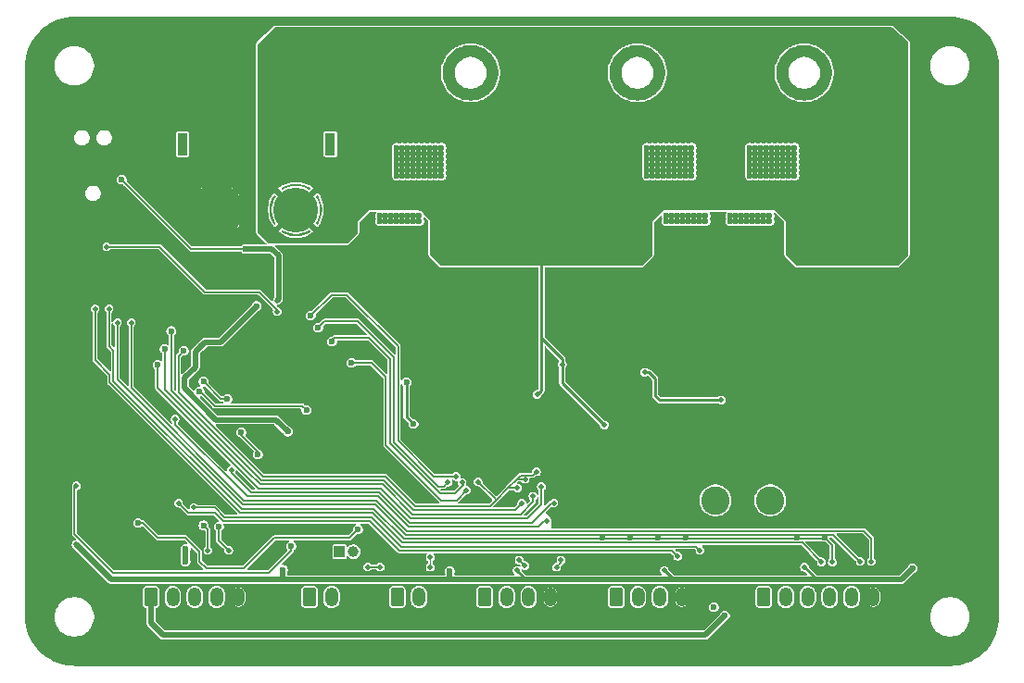
<source format=gbr>
%TF.GenerationSoftware,KiCad,Pcbnew,9.0.2*%
%TF.CreationDate,2025-08-28T15:12:57+09:00*%
%TF.ProjectId,BLDC_Contr,424c4443-5f43-46f6-9e74-722e6b696361,rev?*%
%TF.SameCoordinates,Original*%
%TF.FileFunction,Copper,L4,Bot*%
%TF.FilePolarity,Positive*%
%FSLAX46Y46*%
G04 Gerber Fmt 4.6, Leading zero omitted, Abs format (unit mm)*
G04 Created by KiCad (PCBNEW 9.0.2) date 2025-08-28 15:12:57*
%MOMM*%
%LPD*%
G01*
G04 APERTURE LIST*
G04 Aperture macros list*
%AMRoundRect*
0 Rectangle with rounded corners*
0 $1 Rounding radius*
0 $2 $3 $4 $5 $6 $7 $8 $9 X,Y pos of 4 corners*
0 Add a 4 corners polygon primitive as box body*
4,1,4,$2,$3,$4,$5,$6,$7,$8,$9,$2,$3,0*
0 Add four circle primitives for the rounded corners*
1,1,$1+$1,$2,$3*
1,1,$1+$1,$4,$5*
1,1,$1+$1,$6,$7*
1,1,$1+$1,$8,$9*
0 Add four rect primitives between the rounded corners*
20,1,$1+$1,$2,$3,$4,$5,0*
20,1,$1+$1,$4,$5,$6,$7,0*
20,1,$1+$1,$6,$7,$8,$9,0*
20,1,$1+$1,$8,$9,$2,$3,0*%
G04 Aperture macros list end*
%TA.AperFunction,ComponentPad*%
%ADD10C,2.600000*%
%TD*%
%TA.AperFunction,ComponentPad*%
%ADD11R,1.000000X1.000000*%
%TD*%
%TA.AperFunction,ComponentPad*%
%ADD12C,1.000000*%
%TD*%
%TA.AperFunction,ComponentPad*%
%ADD13R,0.900000X2.000000*%
%TD*%
%TA.AperFunction,ComponentPad*%
%ADD14RoundRect,1.025000X-1.025000X-1.025000X1.025000X-1.025000X1.025000X1.025000X-1.025000X1.025000X0*%
%TD*%
%TA.AperFunction,ComponentPad*%
%ADD15C,4.100000*%
%TD*%
%TA.AperFunction,ComponentPad*%
%ADD16RoundRect,0.250000X-0.350000X-0.625000X0.350000X-0.625000X0.350000X0.625000X-0.350000X0.625000X0*%
%TD*%
%TA.AperFunction,ComponentPad*%
%ADD17O,1.200000X1.750000*%
%TD*%
%TA.AperFunction,ViaPad*%
%ADD18C,0.600000*%
%TD*%
%TA.AperFunction,ViaPad*%
%ADD19C,0.500000*%
%TD*%
%TA.AperFunction,Conductor*%
%ADD20C,0.500000*%
%TD*%
%TA.AperFunction,Conductor*%
%ADD21C,0.152400*%
%TD*%
%TA.AperFunction,Conductor*%
%ADD22C,0.254000*%
%TD*%
%TA.AperFunction,Conductor*%
%ADD23C,0.101600*%
%TD*%
G04 APERTURE END LIST*
D10*
%TO.P,L1,1*%
%TO.N,/SW*%
X149636184Y-69343905D03*
%TO.P,L1,2*%
%TO.N,+5V*%
X154636184Y-69343905D03*
%TD*%
D11*
%TO.P,J8,1,Pin_1*%
%TO.N,/CAN_L_C*%
X115280788Y-74042904D03*
D12*
%TO.P,J8,2,Pin_2*%
%TO.N,/CAN_R_J*%
X116550784Y-74042904D03*
%TD*%
D13*
%TO.P,J1,*%
%TO.N,*%
X100945184Y-36772904D03*
X114445184Y-36772904D03*
D14*
%TO.P,J1,1,Pin_1*%
%TO.N,GND*%
X104095184Y-42772904D03*
D15*
%TO.P,J1,2,Pin_2*%
%TO.N,+BATT*%
X111295184Y-42772904D03*
%TD*%
D16*
%TO.P,J7,1,Pin_1*%
%TO.N,/CAN_L_C*%
X112559183Y-78196904D03*
D17*
%TO.P,J7,2,Pin_2*%
%TO.N,/CAN_H_C*%
X114559184Y-78196904D03*
%TD*%
D16*
%TO.P,J6,1,Pin_1*%
%TO.N,/CAN_L_C*%
X120559183Y-78196904D03*
D17*
%TO.P,J6,2,Pin_2*%
%TO.N,/CAN_H_C*%
X122559184Y-78196904D03*
%TD*%
D16*
%TO.P,J5,1,Pin_1*%
%TO.N,+3.3V*%
X128559183Y-78196904D03*
D17*
%TO.P,J5,2,Pin_2*%
%TO.N,I2C_SCL*%
X130559184Y-78196904D03*
%TO.P,J5,3,Pin_3*%
%TO.N,I2C_SDA*%
X132559183Y-78196904D03*
%TO.P,J5,4,Pin_4*%
%TO.N,GND*%
X134559183Y-78196904D03*
%TD*%
D16*
%TO.P,J10,1,Pin_1*%
%TO.N,+5V*%
X98059183Y-78196904D03*
D17*
%TO.P,J10,2,Pin_2*%
%TO.N,/AMT_A_C*%
X100059184Y-78196904D03*
%TO.P,J10,3,Pin_3*%
%TO.N,/AMT_B_C*%
X102059183Y-78196904D03*
%TO.P,J10,4,Pin_4*%
%TO.N,unconnected-(J10-Pin_4-Pad4)*%
X104059183Y-78196904D03*
%TO.P,J10,5,Pin_5*%
%TO.N,GND*%
X106059183Y-78196904D03*
%TD*%
D16*
%TO.P,J4,1,Pin_1*%
%TO.N,+3.3V*%
X140559183Y-78196904D03*
D17*
%TO.P,J4,2,Pin_2*%
%TO.N,/UART_RX_C*%
X142559184Y-78196904D03*
%TO.P,J4,3,Pin_3*%
%TO.N,/UART_TX_C*%
X144559183Y-78196904D03*
%TO.P,J4,4,Pin_4*%
%TO.N,GND*%
X146559183Y-78196904D03*
%TD*%
D16*
%TO.P,J3,1,Pin_1*%
%TO.N,+3.3V*%
X154059184Y-78196904D03*
D17*
%TO.P,J3,2,Pin_2*%
%TO.N,/SPI2_NCS_C*%
X156059185Y-78196904D03*
%TO.P,J3,3,Pin_3*%
%TO.N,/SPI2_SCK_C*%
X158059184Y-78196904D03*
%TO.P,J3,4,Pin_4*%
%TO.N,/SPI2_MISO_C*%
X160059184Y-78196904D03*
%TO.P,J3,5,Pin_5*%
%TO.N,/SPI2_MOSI_C*%
X162059184Y-78196904D03*
%TO.P,J3,6,Pin_6*%
%TO.N,GND*%
X164059184Y-78196904D03*
%TD*%
D18*
%TO.N,+3.3V*%
X167640183Y-75566904D03*
X95377183Y-40006904D03*
D19*
X91215043Y-73379044D03*
D18*
X125349183Y-75820904D03*
X110564954Y-63046134D03*
X107701106Y-51558983D03*
D19*
X109601183Y-51055904D03*
X131503683Y-75762404D03*
D18*
X102618534Y-55249254D03*
X110109184Y-75693904D03*
D19*
X144970683Y-75757404D03*
X157765183Y-75452901D03*
D18*
X106680685Y-46356904D03*
%TO.N,+3.3VA*%
X121412183Y-58548904D03*
X122040744Y-62346708D03*
%TO.N,+5V*%
X149479183Y-79122904D03*
X101219183Y-73788904D03*
X101209183Y-74931904D03*
X150485184Y-79884904D03*
D19*
X150157184Y-60171904D03*
X143172184Y-57621671D03*
D18*
%TO.N,+BATT*%
X131699183Y-39244904D03*
X138811183Y-40260904D03*
X129667183Y-40260904D03*
X137795183Y-39244904D03*
X164465183Y-37720904D03*
X130683183Y-39244904D03*
X160981754Y-39752904D03*
X160981754Y-38228904D03*
X139319183Y-38736904D03*
X139827183Y-39752904D03*
X164465183Y-39752904D03*
X163304040Y-38228904D03*
X135763183Y-39244904D03*
X132207183Y-37720904D03*
X163884612Y-39244904D03*
X131191183Y-38736904D03*
X163304040Y-40260904D03*
X131699183Y-38736904D03*
X130683183Y-38228904D03*
X138811183Y-38736904D03*
X138303183Y-37720904D03*
X160981754Y-37720904D03*
X137795183Y-38228904D03*
X163304040Y-38736904D03*
X129667183Y-39752904D03*
X160401183Y-39752904D03*
X135763183Y-37720904D03*
X162723469Y-39244904D03*
X128143183Y-37720904D03*
X160981754Y-40260904D03*
X162142897Y-40260904D03*
X138303183Y-38736904D03*
X137795183Y-37720904D03*
X136271183Y-38228904D03*
X129667183Y-37720904D03*
X139827183Y-40260904D03*
X137287183Y-37720904D03*
X136271183Y-39244904D03*
X136779183Y-40260904D03*
D19*
X139474182Y-62457905D03*
D18*
X135763183Y-39752904D03*
X132207183Y-38228904D03*
X162723469Y-38736904D03*
X163304040Y-39752904D03*
X137795183Y-38736904D03*
X129667183Y-38228904D03*
X130683183Y-38736904D03*
X137287183Y-38228904D03*
X163884612Y-40260904D03*
X162142897Y-39752904D03*
X135763183Y-38228904D03*
X128651183Y-39752904D03*
X139827183Y-38228904D03*
X129159183Y-37720904D03*
X128143183Y-38228904D03*
X129159183Y-39244904D03*
X132207183Y-38736904D03*
X128143183Y-39244904D03*
X131699183Y-37720904D03*
X163304040Y-39244904D03*
X131191183Y-39244904D03*
X129159183Y-38736904D03*
X132207183Y-39752904D03*
X131191183Y-38228904D03*
X130683183Y-40260904D03*
X138811183Y-39244904D03*
X135763183Y-38736904D03*
X137287183Y-38736904D03*
X160401183Y-38736904D03*
X128651183Y-38736904D03*
X136271183Y-38736904D03*
X131699183Y-39752904D03*
X138811183Y-38228904D03*
X160401183Y-37720904D03*
X138303183Y-38228904D03*
X136271183Y-40260904D03*
X161562326Y-38228904D03*
X128143183Y-38736904D03*
X162723469Y-40260904D03*
X139827183Y-39244904D03*
X161562326Y-40260904D03*
X138303183Y-39752904D03*
X138811183Y-37720904D03*
X136779183Y-39752904D03*
X139319183Y-37720904D03*
X129159183Y-39752904D03*
X162142897Y-38228904D03*
X128143183Y-40260904D03*
X160981754Y-39244904D03*
X162142897Y-38736904D03*
X162723469Y-39752904D03*
X129159183Y-40260904D03*
X162723469Y-37720904D03*
X138303183Y-39244904D03*
X128143183Y-39752904D03*
X131191183Y-37720904D03*
X129667183Y-38736904D03*
X137795183Y-40260904D03*
X135763183Y-40260904D03*
X136271183Y-39752904D03*
X130175183Y-38736904D03*
X130683183Y-37720904D03*
X130175183Y-39244904D03*
X160401183Y-40260904D03*
X163304040Y-37720904D03*
X160981754Y-38736904D03*
X129159183Y-38228904D03*
D19*
X133333205Y-59660715D03*
D18*
X137287183Y-39244904D03*
X139319183Y-38228904D03*
X163884612Y-38736904D03*
X161562326Y-39244904D03*
X160401183Y-39244904D03*
X131191183Y-39752904D03*
X138303183Y-40260904D03*
X128651183Y-39244904D03*
X131191183Y-40260904D03*
X139319183Y-40260904D03*
X164465183Y-38736904D03*
X136271183Y-37720904D03*
X136779183Y-39244904D03*
X139827183Y-37720904D03*
X128651183Y-37720904D03*
X136779183Y-38228904D03*
X164465183Y-38228904D03*
X132207183Y-40260904D03*
X139827183Y-38736904D03*
X130683183Y-39752904D03*
D19*
X135636183Y-56897904D03*
D18*
X129667183Y-39244904D03*
X130175183Y-40260904D03*
X160401183Y-38228904D03*
X128651183Y-38228904D03*
X130175183Y-39752904D03*
X161562326Y-37720904D03*
X138811183Y-39752904D03*
X137795183Y-39752904D03*
X162142897Y-37720904D03*
X161562326Y-38736904D03*
X161562326Y-39752904D03*
X163884612Y-39752904D03*
X163884612Y-37720904D03*
X136779183Y-38736904D03*
X163884612Y-38228904D03*
X162723469Y-38228904D03*
X137287183Y-39752904D03*
X136779183Y-37720904D03*
X164465183Y-39244904D03*
X131699183Y-38228904D03*
X131699183Y-40260904D03*
X130175183Y-38228904D03*
X128651183Y-40260904D03*
X130175183Y-37720904D03*
X137287183Y-40260904D03*
X162142897Y-39244904D03*
X132207183Y-39244904D03*
X139319183Y-39244904D03*
X164465183Y-40260904D03*
X139319183Y-39752904D03*
%TO.N,NRST*%
X112258184Y-61088904D03*
X102489185Y-59394740D03*
D19*
%TO.N,USER_LED*%
X91239684Y-68020404D03*
D18*
X110871184Y-73534904D03*
D19*
%TO.N,/SPI2_MOSI_C*%
X163873184Y-74931904D03*
X96256183Y-53087904D03*
%TO.N,/SPI2_MISO_C*%
X94986184Y-53087904D03*
X162857184Y-74931904D03*
%TO.N,/SPI2_NCS_C*%
X159301183Y-74986404D03*
X92954184Y-51817905D03*
%TO.N,/SPI2_SCK_C*%
X160309183Y-74994403D03*
X94224183Y-51817904D03*
%TO.N,/UART_TX_C*%
X148209183Y-73915904D03*
X101981183Y-70006505D03*
%TO.N,/UART_RX_C*%
X100579183Y-69602904D03*
X146177183Y-74447407D03*
%TO.N,I2C_SDA*%
X135509183Y-74804904D03*
X135118010Y-75450077D03*
X105400184Y-66549904D03*
X134864184Y-69597904D03*
%TO.N,I2C_SCL*%
X134229184Y-71248904D03*
X132207183Y-75312904D03*
X100265791Y-61913512D03*
X131699183Y-74804904D03*
%TO.N,/CAN_H_C*%
X123571183Y-75449903D03*
X123571183Y-74550904D03*
%TO.N,/CAN_L_C*%
X118999183Y-75439904D03*
X117846184Y-75439904D03*
D18*
%TO.N,/AMT_B_C*%
X104257184Y-71756904D03*
D19*
X105156183Y-73916729D03*
D18*
%TO.N,/AMT_A_C*%
X102860184Y-71629904D03*
D19*
X103251183Y-73915904D03*
D18*
%TO.N,SHA*%
X156845183Y-38101904D03*
X155321183Y-37593904D03*
X152781183Y-37593904D03*
X153797183Y-37085904D03*
X156845183Y-37085904D03*
X156845183Y-38609904D03*
X156337183Y-37085904D03*
X154305183Y-37085904D03*
X153797183Y-38101904D03*
X152781183Y-38609904D03*
X154305183Y-37593904D03*
X153797183Y-39625904D03*
X155829183Y-30227904D03*
X154813183Y-38609904D03*
X157734183Y-32132903D03*
X153797183Y-39117904D03*
X155829183Y-39117904D03*
X159081221Y-31574942D03*
X156387145Y-31574942D03*
X152781183Y-39117904D03*
X156337183Y-39117904D03*
X153289183Y-37593904D03*
X153289183Y-39117904D03*
X153289183Y-38101904D03*
X155321183Y-38101904D03*
X153289183Y-38609904D03*
X156337183Y-39625904D03*
X154813183Y-37085904D03*
X155829183Y-37593904D03*
X156337183Y-38101904D03*
X154305183Y-39625904D03*
X156337183Y-37593904D03*
X155321183Y-39625904D03*
X153289183Y-39625904D03*
X155321183Y-39117904D03*
X156845183Y-39625904D03*
X153797183Y-38609904D03*
X154813183Y-39117904D03*
X154813183Y-39625904D03*
X153289183Y-37085904D03*
X154305183Y-38101904D03*
X155829183Y-39625904D03*
X154813183Y-37593904D03*
X155829183Y-37085904D03*
X154813183Y-38101904D03*
X156387145Y-28880866D03*
X159639183Y-30227904D03*
X155321183Y-37085904D03*
X154305183Y-39117904D03*
X152781183Y-37085904D03*
X156337183Y-38609904D03*
X156845183Y-39117904D03*
X153797183Y-37593904D03*
X152781183Y-39625904D03*
X154305183Y-38609904D03*
X155829183Y-38609904D03*
X159081221Y-28880866D03*
X157734183Y-28322905D03*
X156845183Y-37593904D03*
X152781183Y-38101904D03*
X155321183Y-38609904D03*
X155829183Y-38101904D03*
%TO.N,SHC*%
X124587183Y-37085904D03*
X124587183Y-37593904D03*
X121539183Y-37593904D03*
X122047183Y-39117904D03*
X121539183Y-39117904D03*
X120523183Y-38101904D03*
X120523183Y-39117904D03*
X125907145Y-28880866D03*
X123063183Y-38101904D03*
X122555183Y-37593904D03*
X128601221Y-31574942D03*
X122047183Y-37085904D03*
X125349183Y-30227904D03*
X121539183Y-37085904D03*
X122555183Y-39625904D03*
X127254183Y-28322905D03*
X124587183Y-39117904D03*
X129159183Y-30227904D03*
X124587183Y-39625904D03*
X124079183Y-39117904D03*
X124079183Y-38609904D03*
X124587183Y-38609904D03*
X125907145Y-31574942D03*
X127254183Y-32132903D03*
X121539183Y-38101904D03*
X124079183Y-38101904D03*
X123571183Y-37593904D03*
X122047183Y-37593904D03*
X124587183Y-38101904D03*
X121031183Y-39625904D03*
X123063183Y-37085904D03*
X121031183Y-37593904D03*
X124079183Y-39625904D03*
X121539183Y-39625904D03*
X122555183Y-37085904D03*
X121031183Y-37085904D03*
X123571183Y-39625904D03*
X122047183Y-38609904D03*
X122555183Y-38101904D03*
X120523183Y-38609904D03*
X120523183Y-37593904D03*
X123063183Y-39625904D03*
X122047183Y-39625904D03*
X121031183Y-39117904D03*
X124079183Y-37593904D03*
X121031183Y-38609904D03*
X121031183Y-38101904D03*
X123571183Y-38101904D03*
X123571183Y-37085904D03*
X123063183Y-37593904D03*
X120523183Y-37085904D03*
X123571183Y-39117904D03*
X123063183Y-38609904D03*
X121539183Y-38609904D03*
X122047183Y-38101904D03*
X120523183Y-39625904D03*
X122555183Y-38609904D03*
X122555183Y-39117904D03*
X128601221Y-28880866D03*
X123063183Y-39117904D03*
X124079183Y-37085904D03*
X123571183Y-38609904D03*
%TO.N,SHB*%
X143891183Y-38101904D03*
X144907183Y-37085904D03*
X145415183Y-37085904D03*
X143831222Y-31574942D03*
X145415183Y-39117904D03*
X146939183Y-37085904D03*
X145923183Y-38101904D03*
X143891183Y-38609904D03*
X144399183Y-39117904D03*
X144907183Y-38101904D03*
X144399183Y-37593904D03*
X142484184Y-28322905D03*
X145923183Y-37085904D03*
X145415183Y-39625904D03*
X146431183Y-37085904D03*
X147447183Y-39625904D03*
X145923183Y-38609904D03*
X141137146Y-31574942D03*
X146431183Y-37593904D03*
X143383183Y-39625904D03*
X146939183Y-39117904D03*
X146939183Y-37593904D03*
X143831222Y-28880866D03*
X145923183Y-37593904D03*
X147447183Y-37593904D03*
X143383183Y-39117904D03*
X144399183Y-38101904D03*
X143891183Y-39625904D03*
X145923183Y-39625904D03*
X143891183Y-39117904D03*
X146431183Y-39625904D03*
X144399183Y-39625904D03*
X143891183Y-37593904D03*
X146431183Y-39117904D03*
X146431183Y-38609904D03*
X145415183Y-38101904D03*
X140579184Y-30227904D03*
X147447183Y-38101904D03*
X143383183Y-37593904D03*
X147447183Y-39117904D03*
X145923183Y-39117904D03*
X142484184Y-32132903D03*
X147447183Y-37085904D03*
X145415183Y-37593904D03*
X144907183Y-39117904D03*
X144389184Y-30227904D03*
X146939183Y-39625904D03*
X143383183Y-38101904D03*
X144907183Y-39625904D03*
X144907183Y-38609904D03*
X144399183Y-37085904D03*
X143383183Y-38609904D03*
X143383183Y-37085904D03*
X141137146Y-28880866D03*
X144399183Y-38609904D03*
X145415183Y-38609904D03*
X146431183Y-38101904D03*
X146939183Y-38609904D03*
X143891183Y-37085904D03*
X144907183Y-37593904D03*
X146939183Y-38101904D03*
X147447183Y-38609904D03*
%TO.N,SWO*%
X105029184Y-60072905D03*
X102850182Y-58490104D03*
%TO.N,SPA*%
X151003183Y-43308904D03*
X154051183Y-43816904D03*
X152019183Y-43816904D03*
X154559183Y-43816904D03*
X154559183Y-43308904D03*
X154051183Y-43308904D03*
X152527183Y-43308904D03*
X153035183Y-43308904D03*
X151003183Y-43816904D03*
X153543183Y-43816904D03*
X151511183Y-43816904D03*
X153035183Y-43816904D03*
X153543183Y-43308904D03*
X152527183Y-43816904D03*
X152019183Y-43308904D03*
X151511183Y-43308904D03*
%TO.N,SPB*%
X146685183Y-43816904D03*
X148209183Y-43816904D03*
X145161183Y-43308904D03*
X146177183Y-43816904D03*
X145669183Y-43308904D03*
X147193183Y-43816904D03*
X148717183Y-43308904D03*
X147701183Y-43308904D03*
X147193183Y-43308904D03*
X145161183Y-43816904D03*
X148209183Y-43308904D03*
X147701183Y-43816904D03*
X146177183Y-43308904D03*
X146685183Y-43308904D03*
X145669183Y-43816904D03*
X148717183Y-43816904D03*
%TO.N,SPC*%
X118999183Y-43308904D03*
X122555183Y-43816904D03*
X121031183Y-43308904D03*
X122047183Y-43816904D03*
X120523183Y-43308904D03*
X121539183Y-43308904D03*
X118999183Y-43816904D03*
X121031183Y-43816904D03*
X122047183Y-43308904D03*
X119507183Y-43816904D03*
X121539183Y-43816904D03*
X120523183Y-43816904D03*
X119507183Y-43308904D03*
X120015183Y-43308904D03*
X122555183Y-43308904D03*
X120015183Y-43816904D03*
D19*
%TO.N,VIN_DIVIDER*%
X109591184Y-52071904D03*
X94023183Y-46138905D03*
D18*
%TO.N,NFAULT_PRE*%
X116967184Y-72010904D03*
X96891184Y-71403905D03*
%TO.N,SP1_SCK*%
X114595821Y-54814267D03*
D19*
X126478633Y-67721963D03*
D18*
%TO.N,SP1_MISO*%
X113325820Y-53544267D03*
D19*
X125185060Y-67679857D03*
D18*
%TO.N,SP1_MOSI*%
X112639184Y-52452904D03*
D19*
X125947321Y-67158042D03*
%TO.N,SP1_NCS*%
X126892060Y-68408189D03*
D18*
X116386184Y-56770904D03*
D19*
%TO.N,INHB*%
X132959183Y-68962904D03*
D18*
X99304184Y-55500904D03*
%TO.N,CAN_RX*%
X107823183Y-65144140D03*
X106299183Y-63120904D03*
D19*
%TO.N,MOTOR_HiZ*%
X127930249Y-67647439D03*
D18*
X101055749Y-55654339D03*
D19*
X131547145Y-68215943D03*
X132227806Y-67408282D03*
X133266325Y-66730045D03*
D18*
%TO.N,INHA*%
X99912749Y-53849904D03*
D19*
X131943184Y-69597904D03*
%TO.N,INHC*%
X133721184Y-68073904D03*
D18*
X98669183Y-56956704D03*
%TO.N,GND*%
X171046183Y-82403001D03*
X121158183Y-50776504D03*
X144399183Y-56262904D03*
X101219183Y-80392904D03*
D19*
X158750183Y-73592904D03*
X162449182Y-73592904D03*
X131955504Y-68784488D03*
X111125183Y-46356904D03*
D18*
X108839183Y-82932904D03*
X162179183Y-67692904D03*
X169799183Y-39752904D03*
X167259183Y-60072904D03*
X148336183Y-65787904D03*
X96139183Y-80392904D03*
X136347384Y-51386104D03*
D19*
X98288184Y-55881904D03*
D18*
X169799183Y-44832904D03*
X145542184Y-50801905D03*
D19*
X117729183Y-58802904D03*
D18*
X154559183Y-82932904D03*
X167259183Y-57532904D03*
X120513184Y-50141504D03*
D19*
X116459183Y-79757904D03*
D18*
X126619183Y-80392904D03*
X119253184Y-50776504D03*
X141859183Y-72772904D03*
X136779183Y-56262904D03*
X111379183Y-80392904D03*
X159639183Y-72772904D03*
X162179183Y-72772904D03*
X139319183Y-82932904D03*
X129283161Y-61970928D03*
X106299183Y-82932904D03*
X164719183Y-70232904D03*
X92765433Y-31299153D03*
D19*
X118999183Y-79757904D03*
X116459183Y-52198904D03*
X134493183Y-74804904D03*
D18*
X169352935Y-27886655D03*
X128521161Y-64256928D03*
X172339183Y-42292904D03*
X146177184Y-50166904D03*
D19*
X132904604Y-68001484D03*
X103505183Y-70994904D03*
X163195183Y-73592904D03*
X124333183Y-75058904D03*
D18*
X136779183Y-82932904D03*
X141859183Y-82932904D03*
D19*
X92710183Y-42800904D03*
D18*
X168646184Y-29592904D03*
X144399183Y-80392904D03*
X172339183Y-34672904D03*
D19*
X114427183Y-63755904D03*
D18*
X116459183Y-82932904D03*
X139319183Y-70232904D03*
X162179183Y-82932904D03*
X130800184Y-51309904D03*
X144907183Y-62485904D03*
X169799183Y-60072904D03*
X127759161Y-63494928D03*
X144907183Y-66295904D03*
X108077183Y-59056904D03*
X146939183Y-72772904D03*
X131699183Y-82932904D03*
D19*
X132969183Y-74804904D03*
D18*
X109601183Y-59056904D03*
X131445184Y-51309904D03*
X121793184Y-50141504D03*
X169799183Y-52452904D03*
X144399183Y-70232904D03*
X172339183Y-72772904D03*
X139319183Y-56262904D03*
X92743239Y-78302944D03*
X167259183Y-49912904D03*
X172765433Y-31299153D03*
X108839183Y-80392904D03*
X136779183Y-57532904D03*
D19*
X100965183Y-32132904D03*
X101209184Y-56516904D03*
D18*
X151876784Y-50751104D03*
D19*
X117729183Y-73534904D03*
X116491184Y-78106904D03*
D18*
X103759183Y-82932904D03*
D19*
X107823184Y-64136904D03*
D18*
X107315183Y-58294904D03*
X143383183Y-59691904D03*
X141859183Y-80392904D03*
X91046183Y-82403001D03*
D19*
X117729183Y-49912904D03*
D18*
X153781784Y-50751105D03*
X103759183Y-80392904D03*
X111379183Y-82932904D03*
X167894183Y-44832904D03*
X111125183Y-57532904D03*
D19*
X117729183Y-56262904D03*
D18*
X148082183Y-50801905D03*
X91046183Y-77600000D03*
X124079183Y-82932904D03*
X164719183Y-54992904D03*
X147447184Y-50801904D03*
X157099183Y-80392904D03*
D19*
X93589183Y-52452904D03*
D18*
X168633183Y-80000000D03*
X173459183Y-80000000D03*
X157099183Y-72772904D03*
X146177184Y-50801905D03*
X171046183Y-77600000D03*
X142062383Y-51386104D03*
X146939183Y-80392904D03*
X164719183Y-82932904D03*
X153146783Y-50116104D03*
X127000184Y-51309904D03*
X167259183Y-72772904D03*
X106299183Y-80392904D03*
X130807161Y-65018928D03*
X106553183Y-57532904D03*
X129159183Y-82932904D03*
X164719183Y-57532904D03*
X110363182Y-56770904D03*
X145542184Y-50166904D03*
X118999183Y-82932904D03*
X169799183Y-42292904D03*
X113919183Y-82932904D03*
X89339934Y-78293751D03*
X89347005Y-81699178D03*
X167894183Y-34672904D03*
X131699183Y-80392904D03*
X149479183Y-82932904D03*
D19*
X125824764Y-67987164D03*
D18*
X108839183Y-56770905D03*
X129283161Y-65018928D03*
X167259183Y-52452904D03*
X98679183Y-82932904D03*
X88646184Y-29592904D03*
X126619183Y-82932904D03*
D19*
X98171183Y-44959904D03*
D18*
X172339183Y-49912904D03*
X142697384Y-51386104D03*
X169339934Y-78293751D03*
X172339183Y-39752904D03*
X136982384Y-51386104D03*
D19*
X98171183Y-29592904D03*
D18*
X162179183Y-80392904D03*
X167894183Y-47372904D03*
X124079183Y-80392904D03*
X109601183Y-56008904D03*
D19*
X134610184Y-70613904D03*
X118491183Y-78106904D03*
D18*
X147447183Y-50166904D03*
X172339183Y-57532904D03*
X169799183Y-57532904D03*
X151241784Y-50751105D03*
X153781784Y-50116104D03*
X152501784Y-50751104D03*
X119253183Y-50141504D03*
X164719183Y-80392904D03*
X135712383Y-51386104D03*
D19*
X117221183Y-46356904D03*
D18*
X152501783Y-50116104D03*
X173472184Y-29592904D03*
X153146784Y-50751104D03*
X169360006Y-31292082D03*
X127625184Y-51309904D03*
X108077183Y-57532904D03*
X157099183Y-82932904D03*
X136779183Y-80392904D03*
D19*
X121539183Y-74804904D03*
D18*
X134239183Y-82932904D03*
X139319183Y-80392904D03*
X119888184Y-50776505D03*
D19*
X113919183Y-52198904D03*
D18*
X169799183Y-34672904D03*
X89352935Y-27886655D03*
X169799183Y-47372904D03*
D19*
X159512183Y-73592904D03*
D18*
X171059184Y-31995905D03*
X167894183Y-42292904D03*
X130807161Y-61970928D03*
D19*
X116459183Y-53849904D03*
D18*
X159639183Y-80392904D03*
X137617384Y-51386104D03*
X172743239Y-78302944D03*
X120513184Y-50776505D03*
X126365183Y-51309904D03*
X121158184Y-50141504D03*
X159639183Y-54992904D03*
X93459183Y-80000000D03*
X152019183Y-82932904D03*
X130045161Y-62732929D03*
X93472184Y-29592904D03*
X152019183Y-80392904D03*
X128270184Y-51309904D03*
X144907183Y-64390904D03*
D19*
X101981184Y-58821104D03*
D18*
X101219183Y-82932904D03*
X92756240Y-27895848D03*
X171059184Y-27192904D03*
X89360006Y-31292082D03*
X172339183Y-62612904D03*
X164719183Y-67692904D03*
X164719183Y-72772904D03*
X167894183Y-39752904D03*
D19*
X98171183Y-43816904D03*
D18*
X141859183Y-56262904D03*
X139522384Y-51386104D03*
X113919183Y-80392904D03*
X134239183Y-80392904D03*
X167259183Y-54992904D03*
D19*
X127634651Y-68331055D03*
D18*
X146939183Y-70232904D03*
X151241784Y-50116104D03*
X172752432Y-81706249D03*
X162179183Y-70232904D03*
X167259183Y-70232904D03*
X159639183Y-82932904D03*
X159639183Y-57532904D03*
X151876784Y-50116104D03*
X107315183Y-56770904D03*
X130807160Y-63494928D03*
D19*
X114046183Y-46356904D03*
D18*
X121793184Y-50776504D03*
X172339183Y-52452904D03*
D19*
X98171183Y-40006904D03*
D18*
X131569160Y-62732928D03*
D19*
X115189183Y-58802904D03*
D18*
X132331161Y-63494928D03*
X125095184Y-51309904D03*
X126619183Y-75312904D03*
D19*
X98171183Y-34799904D03*
D18*
X131569160Y-64256928D03*
X138242383Y-51386104D03*
X88633183Y-80000000D03*
X169799183Y-49912904D03*
X157099183Y-54992904D03*
X172756240Y-27895848D03*
D19*
X102108183Y-47626904D03*
D18*
X141417383Y-51386104D03*
X129283161Y-63494928D03*
X128905184Y-51309904D03*
X128521161Y-62732928D03*
X140157384Y-51386104D03*
X96139183Y-82932904D03*
X172339183Y-47372904D03*
X130175184Y-51309904D03*
X172339183Y-67692904D03*
X144399183Y-82932904D03*
X146802184Y-50801904D03*
X172339183Y-37212904D03*
X126619183Y-77852904D03*
X162179183Y-57532904D03*
X132080184Y-51309904D03*
D19*
X106299183Y-64136904D03*
D18*
X140792384Y-51386104D03*
X148082183Y-50166904D03*
D19*
X133848183Y-67184904D03*
X115697183Y-46356904D03*
D18*
X172339183Y-44832904D03*
D19*
X115189183Y-56262904D03*
D18*
X167259183Y-67692904D03*
X157099183Y-57532904D03*
D19*
X95621184Y-53722904D03*
D18*
X162179183Y-54992904D03*
X143764183Y-64390904D03*
X169799183Y-62612904D03*
X119888184Y-50141504D03*
X138887383Y-51386104D03*
X146802184Y-50166904D03*
X169799183Y-37212904D03*
X172339183Y-65152904D03*
X129540183Y-51309904D03*
D19*
X95631183Y-42292904D03*
D18*
X91059184Y-31995905D03*
X124079183Y-77852904D03*
X110363182Y-58294904D03*
X125730183Y-51309904D03*
X172339183Y-54992904D03*
X108077183Y-56008904D03*
D19*
X98171183Y-32132904D03*
X121539183Y-75820904D03*
X118110183Y-62358904D03*
D18*
X169799183Y-54992904D03*
X92752432Y-81706249D03*
X109601182Y-57532904D03*
X129159183Y-80392904D03*
D19*
X95631183Y-44959904D03*
D18*
X141859183Y-70232904D03*
D19*
X100965183Y-29592904D03*
X118364183Y-75947904D03*
D18*
X146939183Y-82932904D03*
X121539183Y-82932904D03*
X172339183Y-70232904D03*
X144399183Y-72772904D03*
D19*
X96901183Y-44959904D03*
D18*
X130045161Y-64256928D03*
D19*
X98923184Y-53849904D03*
D18*
X91059184Y-27192904D03*
X167894183Y-37212904D03*
X169347005Y-81699178D03*
X108839183Y-58294904D03*
X139319183Y-72772904D03*
X154559183Y-80392904D03*
X172339183Y-60072904D03*
%TD*%
D20*
%TO.N,+3.3V*%
X109718183Y-50938905D02*
X109601183Y-51055904D01*
X102618534Y-55249254D02*
X103001884Y-54865904D01*
X101101384Y-58158704D02*
X102108184Y-57151904D01*
X159766183Y-76601304D02*
X166605783Y-76601304D01*
X125349183Y-75820904D02*
X125349183Y-76601304D01*
X167640183Y-75566904D02*
X166605783Y-76601304D01*
X109093184Y-46356904D02*
X109718183Y-46981903D01*
X102806684Y-55056404D02*
X102806684Y-55061104D01*
X145415183Y-76601304D02*
X159766183Y-76601304D01*
X107691106Y-51558983D02*
X107701106Y-51558983D01*
X106680685Y-46356904D02*
X109093184Y-46356904D01*
D21*
X95377183Y-40006904D02*
X101727183Y-46356904D01*
D20*
X132334183Y-76601304D02*
X145415183Y-76601304D01*
X109718183Y-46981903D02*
X109718183Y-50938905D01*
X110564954Y-63046134D02*
X109496724Y-61977904D01*
D21*
X101727183Y-46356904D02*
X106680685Y-46356904D01*
D20*
X104010274Y-61977904D02*
X101101384Y-59069014D01*
X103001884Y-54865904D02*
X104384184Y-54865905D01*
X102108184Y-55759604D02*
X102618534Y-55249254D01*
X94418904Y-76582904D02*
X91215043Y-73379044D01*
X94437304Y-76601304D02*
X132334183Y-76601304D01*
D22*
X158913586Y-76601304D02*
X157765183Y-75452901D01*
X144970683Y-75757404D02*
X145796183Y-76582904D01*
D20*
X104384184Y-54865905D02*
X107691106Y-51558983D01*
X102806684Y-55061104D02*
X102618534Y-55249254D01*
X101101384Y-59069014D02*
X101101384Y-58158704D01*
X102108184Y-57151904D02*
X102108184Y-55759604D01*
D22*
X131503683Y-75762404D02*
X131503683Y-75770804D01*
D20*
X109496724Y-61977904D02*
X104010274Y-61977904D01*
D22*
X131503683Y-75770804D02*
X132334183Y-76601304D01*
D20*
X110109184Y-75693904D02*
X110109184Y-76455904D01*
X94418904Y-76582904D02*
X94437304Y-76601304D01*
D22*
%TO.N,+3.3VA*%
X122040744Y-62346708D02*
X121402183Y-61708147D01*
X121402183Y-61708147D02*
X121402183Y-58548904D01*
%TO.N,+5V*%
X144505684Y-60171904D02*
X144124684Y-59790904D01*
D20*
X98059183Y-80534904D02*
X98059183Y-78252305D01*
D22*
X144124684Y-59790904D02*
X144124684Y-58203404D01*
D20*
X101209183Y-74931904D02*
X101209183Y-73798904D01*
X99187183Y-81662904D02*
X98059183Y-80534904D01*
X150485184Y-79884904D02*
X150485184Y-79894904D01*
D22*
X144124684Y-58203404D02*
X143542951Y-57621671D01*
D20*
X101209183Y-73798904D02*
X101219183Y-73788904D01*
X150485184Y-79894904D02*
X148717184Y-81662904D01*
D22*
X143542951Y-57621671D02*
X143172184Y-57621671D01*
X150157184Y-60171904D02*
X144505684Y-60171904D01*
D20*
X148717184Y-81662904D02*
X99187183Y-81662904D01*
D22*
%TO.N,+BATT*%
X139474182Y-62457905D02*
X135636183Y-58619906D01*
X133731183Y-41784904D02*
X132207183Y-40260904D01*
X135636183Y-56897904D02*
X135636183Y-56389904D01*
X133731183Y-54357904D02*
X133731183Y-41784904D01*
X135636183Y-56389904D02*
X133731183Y-54484904D01*
X135636183Y-58619906D02*
X135636183Y-56897904D01*
X133731183Y-54357904D02*
X133731183Y-59262737D01*
X133731183Y-54484904D02*
X133731183Y-54357904D01*
X133731183Y-59262737D02*
X133333205Y-59660715D01*
D21*
%TO.N,NRST*%
X111877184Y-60707904D02*
X112258184Y-61088904D01*
X102489185Y-59394740D02*
X102573019Y-59394740D01*
X103886183Y-60707904D02*
X111877184Y-60707904D01*
X102573019Y-59394740D02*
X103886183Y-60707904D01*
%TO.N,USER_LED*%
X91059184Y-68200904D02*
X91239684Y-68020404D01*
X91059184Y-72391905D02*
X91059184Y-68200904D01*
X110871184Y-73534904D02*
X110871184Y-73915903D01*
X108839183Y-75947904D02*
X94615183Y-75947904D01*
X94615183Y-75947904D02*
X91059184Y-72391905D01*
X110871184Y-73915903D02*
X108839183Y-75947904D01*
%TO.N,/SPI2_MOSI_C*%
X118657481Y-69343904D02*
X106559609Y-69343904D01*
X96256183Y-58919904D02*
X96256183Y-59040477D01*
X163195184Y-72137904D02*
X121451481Y-72137904D01*
X121451481Y-72137904D02*
X118657481Y-69343904D01*
X96256183Y-59040478D02*
X106559609Y-69343904D01*
X163873184Y-74931904D02*
X163873184Y-72815904D01*
X96256183Y-59040478D02*
X96256183Y-53087904D01*
X96256183Y-59040478D02*
X96256183Y-58919904D01*
X163873184Y-72815904D02*
X163195184Y-72137904D01*
%TO.N,/SPI2_MISO_C*%
X94986184Y-53087904D02*
X94986184Y-58270262D01*
X106440826Y-69724904D02*
X118538697Y-69724904D01*
X94986184Y-58270262D02*
X106440826Y-69724904D01*
X118538697Y-69724904D02*
X121332697Y-72518904D01*
X160401183Y-72518904D02*
X162814183Y-74931904D01*
X121332697Y-72518904D02*
X160401183Y-72518904D01*
X162814183Y-74931904D02*
X162857184Y-74931904D01*
%TO.N,/SPI2_NCS_C*%
X121039931Y-73225704D02*
X157551983Y-73225704D01*
X92954184Y-56506904D02*
X94279384Y-57832104D01*
X118301130Y-70486905D02*
X121039931Y-73225704D01*
X92954184Y-51817905D02*
X92954184Y-56506904D01*
X106203258Y-70486904D02*
X118301130Y-70486905D01*
X94279384Y-58563030D02*
X106203258Y-70486904D01*
X94279384Y-57832104D02*
X94279384Y-58563030D01*
X157551983Y-73225704D02*
X159301183Y-74974904D01*
%TO.N,/SPI2_SCK_C*%
X94632784Y-55645504D02*
X94632784Y-58416646D01*
X106322042Y-70105904D02*
X118419914Y-70105904D01*
X94224184Y-55236904D02*
X94632784Y-55645504D01*
X118419914Y-70105904D02*
X121186314Y-72872304D01*
X94632784Y-58416646D02*
X106322042Y-70105904D01*
X121186314Y-72872304D02*
X159738583Y-72872305D01*
X160309183Y-73442904D02*
X160309183Y-74994403D01*
X94224183Y-51817904D02*
X94224184Y-55236904D01*
X159738583Y-72872305D02*
X160309183Y-73442904D01*
%TO.N,/UART_TX_C*%
X147872383Y-73579104D02*
X120893548Y-73579104D01*
X103895568Y-70006504D02*
X101981184Y-70006504D01*
X101981184Y-70006504D02*
X101981183Y-70006505D01*
X148209183Y-73915904D02*
X147872383Y-73579104D01*
X118182346Y-70867904D02*
X104756968Y-70867904D01*
X104756968Y-70867904D02*
X103895568Y-70006504D01*
X120893548Y-73579104D02*
X118182346Y-70867904D01*
%TO.N,/UART_RX_C*%
X118063564Y-71248905D02*
X120747165Y-73932504D01*
X103876184Y-70486905D02*
X104638183Y-71248904D01*
X145662280Y-73932504D02*
X146177183Y-74447407D01*
X100579183Y-69602904D02*
X101463184Y-70486905D01*
X104638183Y-71248904D02*
X118063564Y-71248905D01*
X101463184Y-70486905D02*
X103876184Y-70486905D01*
X120747165Y-73932504D02*
X145662280Y-73932504D01*
%TO.N,I2C_SDA*%
X118911649Y-68598504D02*
X107202283Y-68598504D01*
X121689049Y-71375904D02*
X118911649Y-68598504D01*
X132832183Y-71375904D02*
X121689049Y-71375904D01*
X135509183Y-74804904D02*
X135509183Y-75058904D01*
X105400184Y-66796405D02*
X105400184Y-66549904D01*
X135509183Y-75058904D02*
X135118010Y-75450077D01*
X107202283Y-68598504D02*
X105400184Y-66796405D01*
X134864184Y-69597904D02*
X134610184Y-69597904D01*
X134610184Y-69597904D02*
X132832183Y-71375904D01*
%TO.N,I2C_SCL*%
X133985184Y-71248904D02*
X134229184Y-71248904D01*
X106836129Y-68962904D02*
X118776265Y-68962904D01*
X118776265Y-68962904D02*
X121570265Y-71756904D01*
X100265791Y-62392566D02*
X106836129Y-68962904D01*
X131699183Y-74804904D02*
X132207183Y-75312904D01*
X133477183Y-71756904D02*
X133985184Y-71248904D01*
X121570265Y-71756904D02*
X133477183Y-71756904D01*
X100265791Y-61913512D02*
X100265791Y-62392566D01*
D23*
%TO.N,/CAN_H_C*%
X123571183Y-75508403D02*
X123571183Y-74609404D01*
D21*
%TO.N,/CAN_L_C*%
X118999183Y-75439904D02*
X117846184Y-75439904D01*
%TO.N,/AMT_B_C*%
X104785586Y-73545307D02*
X104257184Y-73016905D01*
X104785586Y-73546132D02*
X104785586Y-73545307D01*
X105156183Y-73916729D02*
X104785586Y-73546132D01*
X104257184Y-73016905D02*
X104257184Y-71756904D01*
%TO.N,/AMT_A_C*%
X103251183Y-72020903D02*
X102860184Y-71629904D01*
X103251183Y-73915904D02*
X103251183Y-72020903D01*
%TO.N,SWO*%
X104432982Y-60072904D02*
X102850182Y-58490104D01*
X105029184Y-60072905D02*
X104432982Y-60072904D01*
%TO.N,VIN_DIVIDER*%
X102987183Y-50293904D02*
X98832184Y-46138905D01*
X107940183Y-50293904D02*
X102987183Y-50293904D01*
X98832184Y-46138905D02*
X94023183Y-46138905D01*
X109591184Y-51944904D02*
X107940183Y-50293904D01*
X109591184Y-52071904D02*
X109591184Y-51944904D01*
%TO.N,NFAULT_PRE*%
X103124183Y-75566904D02*
X102489183Y-74931904D01*
X97310183Y-71403904D02*
X96891184Y-71403905D01*
X98679184Y-72772904D02*
X97310183Y-71403904D01*
X116967184Y-72010904D02*
X116205184Y-72772904D01*
X116205184Y-72772904D02*
X109347184Y-72772904D01*
X102489183Y-74931904D02*
X102489183Y-74042904D01*
X109347184Y-72772904D02*
X106553184Y-75566904D01*
X101219184Y-72772904D02*
X98679184Y-72772904D01*
X106553184Y-75566904D02*
X103124183Y-75566904D01*
X102489183Y-74042904D02*
X101219184Y-72772904D01*
%TO.N,SP1_SCK*%
X114595821Y-54687267D02*
X114595821Y-54814267D01*
X124450184Y-68708904D02*
X119888184Y-64146904D01*
X126478633Y-67721963D02*
X126609184Y-67852514D01*
X117981400Y-54484904D02*
X114798184Y-54484904D01*
X114798184Y-54484904D02*
X114595821Y-54687267D01*
X119888184Y-56391688D02*
X117981400Y-54484904D01*
X126609184Y-67852514D02*
X126609184Y-67946904D01*
X126609184Y-67946904D02*
X125847184Y-68708904D01*
X119888184Y-64146904D02*
X119888184Y-56391688D01*
X125847184Y-68708904D02*
X124450184Y-68708904D01*
%TO.N,SP1_MISO*%
X120269183Y-56272904D02*
X116957184Y-52960904D01*
X124314968Y-68073904D02*
X120269184Y-64028120D01*
X113909183Y-52960904D02*
X113325820Y-53544267D01*
X124791012Y-68073904D02*
X124314968Y-68073904D01*
X120269184Y-64028120D02*
X120269183Y-56272904D01*
X125185060Y-67679857D02*
X124791012Y-68073904D01*
X116957184Y-52960904D02*
X113909183Y-52960904D01*
%TO.N,SP1_MOSI*%
X114544184Y-50547905D02*
X112639184Y-52452904D01*
X124966686Y-67152657D02*
X124965686Y-67153657D01*
X124965686Y-67153657D02*
X123894505Y-67153658D01*
X120650184Y-63909336D02*
X120650184Y-55256904D01*
X123894505Y-67153658D02*
X120650184Y-63909336D01*
X120650184Y-55256904D02*
X115941184Y-50547904D01*
X115941184Y-50547904D02*
X114544184Y-50547905D01*
X125947321Y-67158042D02*
X125942937Y-67153658D01*
X125403433Y-67152657D02*
X124966686Y-67152657D01*
X125942937Y-67153658D02*
X125404434Y-67153658D01*
X125404434Y-67153658D02*
X125403433Y-67152657D01*
%TO.N,SP1_NCS*%
X119507184Y-58050904D02*
X118227183Y-56770904D01*
X125974184Y-69343904D02*
X124577184Y-69343904D01*
X126938775Y-68379313D02*
X125974184Y-69343904D01*
X119507184Y-64273904D02*
X119507184Y-58050904D01*
X124577184Y-69343904D02*
X119507184Y-64273904D01*
X118227183Y-56770904D02*
X116386184Y-56770904D01*
%TO.N,INHB*%
X121926617Y-70613904D02*
X119204417Y-67891705D01*
X108028418Y-67891705D02*
X106786017Y-66649304D01*
X119204417Y-67891705D02*
X108028418Y-67891705D01*
X132959184Y-69470905D02*
X131816184Y-70613904D01*
X106786017Y-66649304D02*
X106777799Y-66649305D01*
X132959183Y-68962904D02*
X132959184Y-69470905D01*
X99304184Y-59175689D02*
X99304184Y-55500904D01*
X106777799Y-66649305D02*
X99304184Y-59175689D01*
X131816184Y-70613904D02*
X121926617Y-70613904D01*
%TO.N,CAN_RX*%
X106299183Y-63374904D02*
X107823183Y-64898904D01*
X107823183Y-64898904D02*
X107823183Y-65144140D01*
X106299183Y-63120904D02*
X106299183Y-63374904D01*
%TO.N,MOTOR_HiZ*%
X100574183Y-59437904D02*
X100574184Y-56135904D01*
X129530184Y-69343904D02*
X130658145Y-68215943D01*
X100574184Y-56135904D02*
X101055749Y-55654339D01*
X131816184Y-67057904D02*
X131465806Y-67408283D01*
X130658145Y-68215943D02*
X131547145Y-68215943D01*
X129530184Y-69343904D02*
X129022184Y-69851904D01*
X130658145Y-68215943D02*
X131465806Y-67408283D01*
X133266325Y-66730045D02*
X132938466Y-67057904D01*
X122164184Y-69851904D02*
X119497184Y-67184904D01*
X132938466Y-67057904D02*
X131816184Y-67057904D01*
X129530184Y-69247374D02*
X129530184Y-69343904D01*
X108321184Y-67184905D02*
X100574183Y-59437904D01*
X131465806Y-67408283D02*
X132227806Y-67408282D01*
X129022184Y-69851904D02*
X122164184Y-69851904D01*
X119497184Y-67184904D02*
X108321184Y-67184905D01*
X127930249Y-67647439D02*
X129530184Y-69247374D01*
%TO.N,INHA*%
X99912749Y-53849904D02*
X99912749Y-59284469D01*
X106924184Y-66295905D02*
X106932400Y-66295904D01*
X122045401Y-70232904D02*
X131308184Y-70232905D01*
X119350801Y-67538304D02*
X122045401Y-70232904D01*
X106932400Y-66295904D02*
X108174801Y-67538305D01*
X108174801Y-67538305D02*
X119350801Y-67538304D01*
X99912749Y-59284469D02*
X106924184Y-66295905D01*
X131308184Y-70232905D02*
X131943184Y-69597904D01*
%TO.N,INHC*%
X107686184Y-68073904D02*
X98669184Y-59056904D01*
X107882035Y-68245104D02*
X107710835Y-68073904D01*
X132442968Y-70994904D02*
X121807833Y-70994904D01*
X121807833Y-70994904D02*
X119058033Y-68245104D01*
X133721184Y-68073904D02*
X133721184Y-69716689D01*
X119058033Y-68245104D02*
X107882035Y-68245104D01*
X133721184Y-69716689D02*
X132442968Y-70994904D01*
X98669184Y-59056904D02*
X98669183Y-56956704D01*
X107710835Y-68073904D02*
X107686184Y-68073904D01*
%TD*%
%TA.AperFunction,Conductor*%
%TO.N,SHB*%
G36*
X142805062Y-27704951D02*
G01*
X142820490Y-27706899D01*
X143097955Y-27759829D01*
X143118821Y-27763810D01*
X143133904Y-27767683D01*
X143422736Y-27861530D01*
X143437196Y-27867255D01*
X143711990Y-27996564D01*
X143725627Y-28004060D01*
X143982054Y-28166794D01*
X143994629Y-28175929D01*
X144228644Y-28369522D01*
X144239991Y-28380179D01*
X144447882Y-28601560D01*
X144457805Y-28613555D01*
X144600530Y-28809999D01*
X144636308Y-28859243D01*
X144644652Y-28872391D01*
X144790959Y-29138523D01*
X144797589Y-29152612D01*
X144909383Y-29434970D01*
X144914195Y-29449781D01*
X144989718Y-29743927D01*
X144992636Y-29759222D01*
X145030699Y-30060515D01*
X145031677Y-30076057D01*
X145031677Y-30379750D01*
X145030699Y-30395292D01*
X144992636Y-30696585D01*
X144989718Y-30711880D01*
X144914195Y-31006026D01*
X144909383Y-31020837D01*
X144797589Y-31303195D01*
X144790959Y-31317284D01*
X144644652Y-31583416D01*
X144636308Y-31596564D01*
X144457808Y-31842248D01*
X144447882Y-31854247D01*
X144239991Y-32075628D01*
X144228640Y-32086288D01*
X144111642Y-32183077D01*
X143994639Y-32279869D01*
X143982046Y-32289019D01*
X143725631Y-32451744D01*
X143711986Y-32459245D01*
X143437205Y-32588548D01*
X143422726Y-32594281D01*
X143133903Y-32688124D01*
X143118821Y-32691997D01*
X142820501Y-32748906D01*
X142805051Y-32750857D01*
X142501969Y-32769925D01*
X142486397Y-32769925D01*
X142183314Y-32750857D01*
X142167864Y-32748906D01*
X141869544Y-32691997D01*
X141854462Y-32688124D01*
X141565639Y-32594281D01*
X141551160Y-32588548D01*
X141276379Y-32459245D01*
X141262734Y-32451744D01*
X141238031Y-32436067D01*
X141006314Y-32289015D01*
X140993733Y-32279875D01*
X140759722Y-32086285D01*
X140748374Y-32075628D01*
X140657241Y-31978582D01*
X140540478Y-31854242D01*
X140530561Y-31842253D01*
X140352054Y-31596559D01*
X140343713Y-31583416D01*
X140197406Y-31317284D01*
X140190776Y-31303195D01*
X140078977Y-31020822D01*
X140074173Y-31006036D01*
X139998646Y-30711875D01*
X139995729Y-30696585D01*
X139957542Y-30394307D01*
X139956582Y-30380747D01*
X139954213Y-30229815D01*
X139954213Y-30225992D01*
X139955979Y-30113495D01*
X141040644Y-30113495D01*
X141040644Y-30342313D01*
X141046731Y-30380747D01*
X141076439Y-30568314D01*
X141147145Y-30785928D01*
X141147146Y-30785931D01*
X141251028Y-30989809D01*
X141385524Y-31174926D01*
X141547322Y-31336724D01*
X141732439Y-31471220D01*
X141832435Y-31522170D01*
X141936316Y-31575101D01*
X141936319Y-31575102D01*
X142045126Y-31610455D01*
X142153935Y-31645809D01*
X142379935Y-31681604D01*
X142379936Y-31681604D01*
X142608752Y-31681604D01*
X142608753Y-31681604D01*
X142834753Y-31645809D01*
X143052371Y-31575101D01*
X143256249Y-31471220D01*
X143441366Y-31336724D01*
X143603164Y-31174926D01*
X143737660Y-30989809D01*
X143841541Y-30785931D01*
X143912249Y-30568313D01*
X143948044Y-30342313D01*
X143948044Y-30113495D01*
X143912249Y-29887495D01*
X143841541Y-29669877D01*
X143841541Y-29669876D01*
X143737659Y-29465998D01*
X143603164Y-29280882D01*
X143441366Y-29119084D01*
X143256249Y-28984588D01*
X143052371Y-28880706D01*
X143052368Y-28880705D01*
X142834754Y-28809999D01*
X142721753Y-28792101D01*
X142608753Y-28774204D01*
X142379935Y-28774204D01*
X142304601Y-28786135D01*
X142153933Y-28809999D01*
X141936319Y-28880705D01*
X141936316Y-28880706D01*
X141732438Y-28984588D01*
X141626822Y-29061323D01*
X141547322Y-29119084D01*
X141547320Y-29119086D01*
X141547319Y-29119086D01*
X141385526Y-29280879D01*
X141385526Y-29280880D01*
X141385524Y-29280882D01*
X141327763Y-29360382D01*
X141251028Y-29465998D01*
X141147146Y-29669876D01*
X141147145Y-29669879D01*
X141076439Y-29887493D01*
X141076439Y-29887495D01*
X141040644Y-30113495D01*
X139955979Y-30113495D01*
X139956582Y-30075059D01*
X139957542Y-30061501D01*
X139995730Y-29759212D01*
X139998645Y-29743935D01*
X140074174Y-29449766D01*
X140078975Y-29434990D01*
X140190780Y-29152601D01*
X140197406Y-29138523D01*
X140214558Y-29107323D01*
X140343716Y-28872384D01*
X140352049Y-28859255D01*
X140530567Y-28613545D01*
X140540471Y-28601573D01*
X140748378Y-28380174D01*
X140759713Y-28369529D01*
X140993743Y-28175923D01*
X141006303Y-28166799D01*
X141262745Y-28004056D01*
X141276368Y-27996567D01*
X141551175Y-27867252D01*
X141565623Y-27861532D01*
X141854464Y-27767682D01*
X141869541Y-27763810D01*
X142167877Y-27706899D01*
X142183301Y-27704951D01*
X142486410Y-27685882D01*
X142501956Y-27685882D01*
X142805062Y-27704951D01*
G37*
%TD.AperFunction*%
%TD*%
%TA.AperFunction,Conductor*%
%TO.N,SHA*%
G36*
X158045062Y-27704951D02*
G01*
X158060490Y-27706899D01*
X158337955Y-27759829D01*
X158358821Y-27763810D01*
X158373904Y-27767683D01*
X158662736Y-27861530D01*
X158677196Y-27867255D01*
X158951990Y-27996564D01*
X158965627Y-28004060D01*
X159222054Y-28166794D01*
X159234629Y-28175929D01*
X159468644Y-28369522D01*
X159479991Y-28380179D01*
X159687882Y-28601560D01*
X159697805Y-28613555D01*
X159840530Y-28809999D01*
X159876308Y-28859243D01*
X159884652Y-28872391D01*
X160030959Y-29138523D01*
X160037589Y-29152612D01*
X160149383Y-29434970D01*
X160154195Y-29449781D01*
X160229718Y-29743927D01*
X160232636Y-29759222D01*
X160270699Y-30060515D01*
X160271677Y-30076057D01*
X160271677Y-30379750D01*
X160270699Y-30395292D01*
X160232636Y-30696585D01*
X160229718Y-30711880D01*
X160154195Y-31006026D01*
X160149383Y-31020837D01*
X160037589Y-31303195D01*
X160030959Y-31317284D01*
X159884652Y-31583416D01*
X159876308Y-31596564D01*
X159697808Y-31842248D01*
X159687882Y-31854247D01*
X159479991Y-32075628D01*
X159468640Y-32086288D01*
X159351642Y-32183077D01*
X159234639Y-32279869D01*
X159222046Y-32289019D01*
X158965631Y-32451744D01*
X158951986Y-32459245D01*
X158677205Y-32588548D01*
X158662726Y-32594281D01*
X158373903Y-32688124D01*
X158358821Y-32691997D01*
X158060501Y-32748906D01*
X158045051Y-32750857D01*
X157741969Y-32769925D01*
X157726397Y-32769925D01*
X157423314Y-32750857D01*
X157407864Y-32748906D01*
X157109544Y-32691997D01*
X157094462Y-32688124D01*
X156805639Y-32594281D01*
X156791160Y-32588548D01*
X156516379Y-32459245D01*
X156502734Y-32451744D01*
X156478031Y-32436067D01*
X156246314Y-32289015D01*
X156233733Y-32279875D01*
X155999722Y-32086285D01*
X155988374Y-32075628D01*
X155897241Y-31978582D01*
X155780478Y-31854242D01*
X155770561Y-31842253D01*
X155592054Y-31596559D01*
X155583713Y-31583416D01*
X155437406Y-31317284D01*
X155430776Y-31303195D01*
X155318977Y-31020822D01*
X155314173Y-31006036D01*
X155238646Y-30711875D01*
X155235729Y-30696585D01*
X155197542Y-30394307D01*
X155196582Y-30380747D01*
X155194213Y-30229815D01*
X155194213Y-30225992D01*
X155195979Y-30113495D01*
X156280644Y-30113495D01*
X156280644Y-30342313D01*
X156286731Y-30380747D01*
X156316439Y-30568314D01*
X156387145Y-30785928D01*
X156387146Y-30785931D01*
X156491028Y-30989809D01*
X156625524Y-31174926D01*
X156787322Y-31336724D01*
X156972439Y-31471220D01*
X157072435Y-31522170D01*
X157176316Y-31575101D01*
X157176319Y-31575102D01*
X157285126Y-31610455D01*
X157393935Y-31645809D01*
X157619935Y-31681604D01*
X157619936Y-31681604D01*
X157848752Y-31681604D01*
X157848753Y-31681604D01*
X158074753Y-31645809D01*
X158292371Y-31575101D01*
X158496249Y-31471220D01*
X158681366Y-31336724D01*
X158843164Y-31174926D01*
X158977660Y-30989809D01*
X159081541Y-30785931D01*
X159152249Y-30568313D01*
X159188044Y-30342313D01*
X159188044Y-30113495D01*
X159152249Y-29887495D01*
X159081541Y-29669877D01*
X159081541Y-29669876D01*
X158977659Y-29465998D01*
X158843164Y-29280882D01*
X158681366Y-29119084D01*
X158496249Y-28984588D01*
X158292371Y-28880706D01*
X158292368Y-28880705D01*
X158074754Y-28809999D01*
X157961753Y-28792101D01*
X157848753Y-28774204D01*
X157619935Y-28774204D01*
X157544601Y-28786135D01*
X157393933Y-28809999D01*
X157176319Y-28880705D01*
X157176316Y-28880706D01*
X156972438Y-28984588D01*
X156866822Y-29061323D01*
X156787322Y-29119084D01*
X156787320Y-29119086D01*
X156787319Y-29119086D01*
X156625526Y-29280879D01*
X156625526Y-29280880D01*
X156625524Y-29280882D01*
X156567763Y-29360382D01*
X156491028Y-29465998D01*
X156387146Y-29669876D01*
X156387145Y-29669879D01*
X156316439Y-29887493D01*
X156316439Y-29887495D01*
X156280644Y-30113495D01*
X155195979Y-30113495D01*
X155196582Y-30075059D01*
X155197542Y-30061501D01*
X155235730Y-29759212D01*
X155238645Y-29743935D01*
X155314174Y-29449766D01*
X155318975Y-29434990D01*
X155430780Y-29152601D01*
X155437406Y-29138523D01*
X155454558Y-29107323D01*
X155583716Y-28872384D01*
X155592049Y-28859255D01*
X155770567Y-28613545D01*
X155780471Y-28601573D01*
X155988378Y-28380174D01*
X155999713Y-28369529D01*
X156233743Y-28175923D01*
X156246303Y-28166799D01*
X156502745Y-28004056D01*
X156516368Y-27996567D01*
X156791175Y-27867252D01*
X156805623Y-27861532D01*
X157094464Y-27767682D01*
X157109541Y-27763810D01*
X157407877Y-27706899D01*
X157423301Y-27704951D01*
X157726410Y-27685882D01*
X157741956Y-27685882D01*
X158045062Y-27704951D01*
G37*
%TD.AperFunction*%
%TD*%
%TA.AperFunction,Conductor*%
%TO.N,SHC*%
G36*
X127565062Y-27704951D02*
G01*
X127580490Y-27706899D01*
X127857955Y-27759829D01*
X127878821Y-27763810D01*
X127893904Y-27767683D01*
X128182736Y-27861530D01*
X128197196Y-27867255D01*
X128471990Y-27996564D01*
X128485627Y-28004060D01*
X128742054Y-28166794D01*
X128754629Y-28175929D01*
X128988644Y-28369522D01*
X128999991Y-28380179D01*
X129207882Y-28601560D01*
X129217805Y-28613555D01*
X129360530Y-28809999D01*
X129396308Y-28859243D01*
X129404652Y-28872391D01*
X129550959Y-29138523D01*
X129557589Y-29152612D01*
X129669383Y-29434970D01*
X129674195Y-29449781D01*
X129749718Y-29743927D01*
X129752636Y-29759222D01*
X129790699Y-30060515D01*
X129791677Y-30076057D01*
X129791677Y-30379750D01*
X129790699Y-30395292D01*
X129752636Y-30696585D01*
X129749718Y-30711880D01*
X129674195Y-31006026D01*
X129669383Y-31020837D01*
X129557589Y-31303195D01*
X129550959Y-31317284D01*
X129404652Y-31583416D01*
X129396308Y-31596564D01*
X129217808Y-31842248D01*
X129207882Y-31854247D01*
X128999991Y-32075628D01*
X128988640Y-32086288D01*
X128871642Y-32183077D01*
X128754639Y-32279869D01*
X128742046Y-32289019D01*
X128485631Y-32451744D01*
X128471986Y-32459245D01*
X128197205Y-32588548D01*
X128182726Y-32594281D01*
X127893903Y-32688124D01*
X127878821Y-32691997D01*
X127580501Y-32748906D01*
X127565051Y-32750857D01*
X127261969Y-32769925D01*
X127246397Y-32769925D01*
X126943314Y-32750857D01*
X126927864Y-32748906D01*
X126629544Y-32691997D01*
X126614462Y-32688124D01*
X126325639Y-32594281D01*
X126311160Y-32588548D01*
X126036379Y-32459245D01*
X126022734Y-32451744D01*
X125998031Y-32436067D01*
X125766314Y-32289015D01*
X125753733Y-32279875D01*
X125519722Y-32086285D01*
X125508374Y-32075628D01*
X125417241Y-31978582D01*
X125300478Y-31854242D01*
X125290561Y-31842253D01*
X125112054Y-31596559D01*
X125103713Y-31583416D01*
X124957406Y-31317284D01*
X124950776Y-31303195D01*
X124838977Y-31020822D01*
X124834173Y-31006036D01*
X124758646Y-30711875D01*
X124755729Y-30696585D01*
X124717542Y-30394307D01*
X124716582Y-30380747D01*
X124714213Y-30229815D01*
X124714213Y-30225992D01*
X124715979Y-30113495D01*
X125800483Y-30113495D01*
X125800483Y-30342313D01*
X125806570Y-30380747D01*
X125836278Y-30568314D01*
X125906984Y-30785928D01*
X125906985Y-30785931D01*
X126010867Y-30989809D01*
X126145363Y-31174926D01*
X126307161Y-31336724D01*
X126492278Y-31471220D01*
X126592274Y-31522170D01*
X126696155Y-31575101D01*
X126696158Y-31575102D01*
X126804965Y-31610455D01*
X126913774Y-31645809D01*
X127139774Y-31681604D01*
X127139775Y-31681604D01*
X127368591Y-31681604D01*
X127368592Y-31681604D01*
X127594592Y-31645809D01*
X127812210Y-31575101D01*
X128016088Y-31471220D01*
X128201205Y-31336724D01*
X128363003Y-31174926D01*
X128497499Y-30989809D01*
X128601380Y-30785931D01*
X128672088Y-30568313D01*
X128707883Y-30342313D01*
X128707883Y-30113495D01*
X128672088Y-29887495D01*
X128601380Y-29669877D01*
X128601380Y-29669876D01*
X128497498Y-29465998D01*
X128363003Y-29280882D01*
X128201205Y-29119084D01*
X128016088Y-28984588D01*
X127812210Y-28880706D01*
X127812207Y-28880705D01*
X127594593Y-28809999D01*
X127481592Y-28792101D01*
X127368592Y-28774204D01*
X127139774Y-28774204D01*
X127064440Y-28786135D01*
X126913772Y-28809999D01*
X126696158Y-28880705D01*
X126696155Y-28880706D01*
X126492277Y-28984588D01*
X126386661Y-29061323D01*
X126307161Y-29119084D01*
X126307159Y-29119086D01*
X126307158Y-29119086D01*
X126145365Y-29280879D01*
X126145365Y-29280880D01*
X126145363Y-29280882D01*
X126087602Y-29360382D01*
X126010867Y-29465998D01*
X125906985Y-29669876D01*
X125906984Y-29669879D01*
X125836278Y-29887493D01*
X125836278Y-29887495D01*
X125800483Y-30113495D01*
X124715979Y-30113495D01*
X124716582Y-30075059D01*
X124717542Y-30061501D01*
X124755730Y-29759212D01*
X124758645Y-29743935D01*
X124834174Y-29449766D01*
X124838975Y-29434990D01*
X124950780Y-29152601D01*
X124957406Y-29138523D01*
X124974558Y-29107323D01*
X125103716Y-28872384D01*
X125112049Y-28859255D01*
X125290567Y-28613545D01*
X125300471Y-28601573D01*
X125508378Y-28380174D01*
X125519713Y-28369529D01*
X125753743Y-28175923D01*
X125766303Y-28166799D01*
X126022745Y-28004056D01*
X126036368Y-27996567D01*
X126311175Y-27867252D01*
X126325623Y-27861532D01*
X126614464Y-27767682D01*
X126629541Y-27763810D01*
X126927877Y-27706899D01*
X126943301Y-27704951D01*
X127246410Y-27685882D01*
X127261956Y-27685882D01*
X127565062Y-27704951D01*
G37*
%TD.AperFunction*%
%TD*%
%TA.AperFunction,Conductor*%
%TO.N,+BATT*%
G36*
X165100183Y-40641904D02*
G01*
X164973183Y-40768904D01*
X160147183Y-40768904D01*
X159766183Y-40387904D01*
X159766183Y-37339904D01*
X165100183Y-37339904D01*
X165100183Y-40641904D01*
G37*
%TD.AperFunction*%
%TD*%
%TA.AperFunction,Conductor*%
%TO.N,+BATT*%
G36*
X165753988Y-26082685D02*
G01*
X165770739Y-26095593D01*
X167218974Y-27423141D01*
X167255090Y-27482951D01*
X167259183Y-27514547D01*
X167259183Y-46813542D01*
X167239498Y-46880581D01*
X167222864Y-46901223D01*
X166279502Y-47844585D01*
X166218179Y-47878070D01*
X166191821Y-47880904D01*
X157108946Y-47880904D01*
X157041907Y-47861219D01*
X157019382Y-47842661D01*
X156117619Y-46900868D01*
X156085473Y-46838833D01*
X156083183Y-46815111D01*
X156083183Y-43816904D01*
X155067183Y-42800904D01*
X144907183Y-42800904D01*
X144907182Y-42800904D01*
X143891183Y-43816903D01*
X143891183Y-46813542D01*
X143871498Y-46880581D01*
X143854864Y-46901223D01*
X142911502Y-47844585D01*
X142850179Y-47878070D01*
X142823821Y-47880904D01*
X124596946Y-47880904D01*
X124529907Y-47861219D01*
X124507382Y-47842661D01*
X123605619Y-46900868D01*
X123573473Y-46838833D01*
X123571183Y-46815111D01*
X123571183Y-43716000D01*
X123021077Y-43220528D01*
X122984439Y-43161037D01*
X122977219Y-43134091D01*
X122917593Y-43030817D01*
X122833270Y-42946494D01*
X122729996Y-42886868D01*
X122666803Y-42869935D01*
X122645778Y-42864302D01*
X122594887Y-42836665D01*
X122555183Y-42800904D01*
X122555182Y-42800904D01*
X117983182Y-42800904D01*
X116967183Y-43816903D01*
X116967183Y-44781542D01*
X116947498Y-44848581D01*
X116930864Y-44869223D01*
X115987502Y-45812585D01*
X115926179Y-45846070D01*
X115899821Y-45848904D01*
X108889040Y-45848904D01*
X108822001Y-45829219D01*
X108803202Y-45814390D01*
X108290825Y-45322903D01*
X107818293Y-44869636D01*
X107802339Y-44841810D01*
X107785068Y-44814788D01*
X107784487Y-44810675D01*
X107783540Y-44809024D01*
X107780132Y-44779846D01*
X107785508Y-42629694D01*
X108745184Y-42629694D01*
X108745184Y-42916113D01*
X108777250Y-43200705D01*
X108777252Y-43200721D01*
X108840983Y-43479946D01*
X108840987Y-43479958D01*
X108935580Y-43750287D01*
X109059846Y-44008328D01*
X109212226Y-44250839D01*
X109323792Y-44390740D01*
X110179912Y-43534620D01*
X110265462Y-43652370D01*
X110415718Y-43802626D01*
X110533466Y-43888174D01*
X109677346Y-44744294D01*
X109817248Y-44855861D01*
X110059759Y-45008241D01*
X110317800Y-45132507D01*
X110588129Y-45227100D01*
X110588141Y-45227104D01*
X110867366Y-45290835D01*
X110867382Y-45290837D01*
X111151974Y-45322903D01*
X111151976Y-45322904D01*
X111438392Y-45322904D01*
X111438393Y-45322903D01*
X111722985Y-45290837D01*
X111723001Y-45290835D01*
X112002226Y-45227104D01*
X112002238Y-45227100D01*
X112272567Y-45132507D01*
X112530608Y-45008241D01*
X112773119Y-44855862D01*
X112913020Y-44744293D01*
X112056901Y-43888175D01*
X112174650Y-43802626D01*
X112324906Y-43652370D01*
X112410454Y-43534621D01*
X113266573Y-44390740D01*
X113378142Y-44250839D01*
X113530521Y-44008328D01*
X113654787Y-43750287D01*
X113749380Y-43479958D01*
X113749384Y-43479946D01*
X113813115Y-43200721D01*
X113813117Y-43200705D01*
X113845183Y-42916113D01*
X113845184Y-42916111D01*
X113845184Y-42629696D01*
X113845183Y-42629694D01*
X113813117Y-42345102D01*
X113813115Y-42345086D01*
X113749384Y-42065861D01*
X113749380Y-42065849D01*
X113654787Y-41795520D01*
X113530521Y-41537479D01*
X113378141Y-41294968D01*
X113266574Y-41155066D01*
X112410454Y-42011185D01*
X112324906Y-41893438D01*
X112174650Y-41743182D01*
X112056900Y-41657632D01*
X112913020Y-40801512D01*
X112773119Y-40689946D01*
X112530608Y-40537566D01*
X112272567Y-40413300D01*
X112199990Y-40387904D01*
X159766183Y-40387904D01*
X160147183Y-40768904D01*
X164973183Y-40768904D01*
X165100183Y-40641904D01*
X165100183Y-37339904D01*
X159766183Y-37339904D01*
X159766183Y-40387904D01*
X112199990Y-40387904D01*
X112002238Y-40318707D01*
X112002226Y-40318703D01*
X111723001Y-40254972D01*
X111722985Y-40254970D01*
X111438393Y-40222904D01*
X111151974Y-40222904D01*
X110867382Y-40254970D01*
X110867366Y-40254972D01*
X110588141Y-40318703D01*
X110588129Y-40318707D01*
X110317800Y-40413300D01*
X110059759Y-40537566D01*
X109817254Y-40689942D01*
X109677347Y-40801513D01*
X110533466Y-41657632D01*
X110415718Y-41743182D01*
X110265462Y-41893438D01*
X110179912Y-42011186D01*
X109323793Y-41155067D01*
X109212222Y-41294974D01*
X109059846Y-41537479D01*
X108935580Y-41795520D01*
X108840987Y-42065849D01*
X108840983Y-42065861D01*
X108777252Y-42345086D01*
X108777250Y-42345102D01*
X108745184Y-42629694D01*
X107785508Y-42629694D01*
X107802689Y-35757844D01*
X113842284Y-35757844D01*
X113842284Y-37787958D01*
X113851156Y-37832562D01*
X113851157Y-37832565D01*
X113884949Y-37883137D01*
X113884950Y-37883138D01*
X113935526Y-37916932D01*
X113935527Y-37916932D01*
X113935529Y-37916933D01*
X113957826Y-37921368D01*
X113980127Y-37925804D01*
X114910240Y-37925803D01*
X114954842Y-37916932D01*
X115005418Y-37883138D01*
X115039212Y-37832562D01*
X115048084Y-37787961D01*
X115048083Y-37026279D01*
X120070283Y-37026279D01*
X120070283Y-37145528D01*
X120101147Y-37260719D01*
X120111070Y-37277905D01*
X120127541Y-37345805D01*
X120111070Y-37401903D01*
X120101147Y-37419088D01*
X120070283Y-37534279D01*
X120070283Y-37653528D01*
X120101147Y-37768719D01*
X120111070Y-37785905D01*
X120127541Y-37853805D01*
X120111070Y-37909903D01*
X120101147Y-37927088D01*
X120070283Y-38042279D01*
X120070283Y-38161528D01*
X120101147Y-38276719D01*
X120111070Y-38293905D01*
X120127541Y-38361805D01*
X120111070Y-38417903D01*
X120101147Y-38435088D01*
X120070283Y-38550279D01*
X120070283Y-38669528D01*
X120101147Y-38784719D01*
X120111070Y-38801905D01*
X120127541Y-38869805D01*
X120111070Y-38925903D01*
X120101147Y-38943088D01*
X120070283Y-39058279D01*
X120070283Y-39177528D01*
X120101147Y-39292719D01*
X120111070Y-39309905D01*
X120127541Y-39377805D01*
X120111070Y-39433903D01*
X120101147Y-39451088D01*
X120070283Y-39566279D01*
X120070283Y-39685528D01*
X120101147Y-39800718D01*
X120130960Y-39852354D01*
X120160773Y-39903991D01*
X120245096Y-39988314D01*
X120348370Y-40047940D01*
X120463558Y-40078804D01*
X120463560Y-40078804D01*
X120582806Y-40078804D01*
X120582808Y-40078804D01*
X120697996Y-40047940D01*
X120715183Y-40038016D01*
X120783081Y-40021543D01*
X120839181Y-40038016D01*
X120856370Y-40047940D01*
X120971558Y-40078804D01*
X120971560Y-40078804D01*
X121090806Y-40078804D01*
X121090808Y-40078804D01*
X121205996Y-40047940D01*
X121223183Y-40038016D01*
X121291081Y-40021543D01*
X121347181Y-40038016D01*
X121364370Y-40047940D01*
X121479558Y-40078804D01*
X121479560Y-40078804D01*
X121598806Y-40078804D01*
X121598808Y-40078804D01*
X121713996Y-40047940D01*
X121731183Y-40038016D01*
X121799081Y-40021543D01*
X121855181Y-40038016D01*
X121872370Y-40047940D01*
X121987558Y-40078804D01*
X121987560Y-40078804D01*
X122106806Y-40078804D01*
X122106808Y-40078804D01*
X122221996Y-40047940D01*
X122239183Y-40038016D01*
X122307081Y-40021543D01*
X122363181Y-40038016D01*
X122380370Y-40047940D01*
X122495558Y-40078804D01*
X122495560Y-40078804D01*
X122614806Y-40078804D01*
X122614808Y-40078804D01*
X122729996Y-40047940D01*
X122747183Y-40038016D01*
X122815081Y-40021543D01*
X122871181Y-40038016D01*
X122888370Y-40047940D01*
X123003558Y-40078804D01*
X123003560Y-40078804D01*
X123122806Y-40078804D01*
X123122808Y-40078804D01*
X123237996Y-40047940D01*
X123255183Y-40038016D01*
X123323081Y-40021543D01*
X123379181Y-40038016D01*
X123396370Y-40047940D01*
X123511558Y-40078804D01*
X123511560Y-40078804D01*
X123630806Y-40078804D01*
X123630808Y-40078804D01*
X123745996Y-40047940D01*
X123763183Y-40038016D01*
X123831081Y-40021543D01*
X123887181Y-40038016D01*
X123904370Y-40047940D01*
X124019558Y-40078804D01*
X124019560Y-40078804D01*
X124138806Y-40078804D01*
X124138808Y-40078804D01*
X124253996Y-40047940D01*
X124271183Y-40038016D01*
X124339081Y-40021543D01*
X124395181Y-40038016D01*
X124412370Y-40047940D01*
X124527558Y-40078804D01*
X124527560Y-40078804D01*
X124646806Y-40078804D01*
X124646808Y-40078804D01*
X124761996Y-40047940D01*
X124865270Y-39988314D01*
X124949593Y-39903991D01*
X125009219Y-39800717D01*
X125040083Y-39685529D01*
X125040083Y-39566279D01*
X125009219Y-39451091D01*
X124999295Y-39433903D01*
X124982822Y-39366006D01*
X124999295Y-39309905D01*
X125009219Y-39292717D01*
X125040083Y-39177529D01*
X125040083Y-39058279D01*
X125009219Y-38943091D01*
X124999295Y-38925903D01*
X124982822Y-38858006D01*
X124999295Y-38801905D01*
X125009219Y-38784717D01*
X125040083Y-38669529D01*
X125040083Y-38550279D01*
X125009219Y-38435091D01*
X124999295Y-38417903D01*
X124982822Y-38350006D01*
X124999295Y-38293905D01*
X125009219Y-38276717D01*
X125040083Y-38161529D01*
X125040083Y-38042279D01*
X125009219Y-37927091D01*
X124999295Y-37909903D01*
X124982822Y-37842006D01*
X124999295Y-37785905D01*
X125009219Y-37768717D01*
X125040083Y-37653529D01*
X125040083Y-37534279D01*
X125009219Y-37419091D01*
X124999295Y-37401903D01*
X124982822Y-37334006D01*
X124999295Y-37277905D01*
X125009219Y-37260717D01*
X125040083Y-37145529D01*
X125040083Y-37026279D01*
X142930283Y-37026279D01*
X142930283Y-37145528D01*
X142961147Y-37260719D01*
X142971070Y-37277905D01*
X142987541Y-37345805D01*
X142971070Y-37401903D01*
X142961147Y-37419088D01*
X142930283Y-37534279D01*
X142930283Y-37653528D01*
X142961147Y-37768719D01*
X142971070Y-37785905D01*
X142987541Y-37853805D01*
X142971070Y-37909903D01*
X142961147Y-37927088D01*
X142930283Y-38042279D01*
X142930283Y-38161528D01*
X142961147Y-38276719D01*
X142971070Y-38293905D01*
X142987541Y-38361805D01*
X142971070Y-38417903D01*
X142961147Y-38435088D01*
X142930283Y-38550279D01*
X142930283Y-38669528D01*
X142961147Y-38784719D01*
X142971070Y-38801905D01*
X142987541Y-38869805D01*
X142971070Y-38925903D01*
X142961147Y-38943088D01*
X142930283Y-39058279D01*
X142930283Y-39177528D01*
X142961147Y-39292719D01*
X142971070Y-39309905D01*
X142987541Y-39377805D01*
X142971070Y-39433903D01*
X142961147Y-39451088D01*
X142930283Y-39566279D01*
X142930283Y-39685528D01*
X142961147Y-39800718D01*
X142990960Y-39852354D01*
X143020773Y-39903991D01*
X143105096Y-39988314D01*
X143208370Y-40047940D01*
X143323558Y-40078804D01*
X143323560Y-40078804D01*
X143442806Y-40078804D01*
X143442808Y-40078804D01*
X143557996Y-40047940D01*
X143575183Y-40038016D01*
X143643081Y-40021543D01*
X143699181Y-40038016D01*
X143716370Y-40047940D01*
X143831558Y-40078804D01*
X143831560Y-40078804D01*
X143950806Y-40078804D01*
X143950808Y-40078804D01*
X144065996Y-40047940D01*
X144083183Y-40038016D01*
X144151081Y-40021543D01*
X144207181Y-40038016D01*
X144224370Y-40047940D01*
X144339558Y-40078804D01*
X144339560Y-40078804D01*
X144458806Y-40078804D01*
X144458808Y-40078804D01*
X144573996Y-40047940D01*
X144591183Y-40038016D01*
X144659081Y-40021543D01*
X144715181Y-40038016D01*
X144732370Y-40047940D01*
X144847558Y-40078804D01*
X144847560Y-40078804D01*
X144966806Y-40078804D01*
X144966808Y-40078804D01*
X145081996Y-40047940D01*
X145099183Y-40038016D01*
X145167081Y-40021543D01*
X145223181Y-40038016D01*
X145240370Y-40047940D01*
X145355558Y-40078804D01*
X145355560Y-40078804D01*
X145474806Y-40078804D01*
X145474808Y-40078804D01*
X145589996Y-40047940D01*
X145607183Y-40038016D01*
X145675081Y-40021543D01*
X145731181Y-40038016D01*
X145748370Y-40047940D01*
X145863558Y-40078804D01*
X145863560Y-40078804D01*
X145982806Y-40078804D01*
X145982808Y-40078804D01*
X146097996Y-40047940D01*
X146115183Y-40038016D01*
X146183081Y-40021543D01*
X146239181Y-40038016D01*
X146256370Y-40047940D01*
X146371558Y-40078804D01*
X146371560Y-40078804D01*
X146490806Y-40078804D01*
X146490808Y-40078804D01*
X146605996Y-40047940D01*
X146623183Y-40038016D01*
X146691081Y-40021543D01*
X146747181Y-40038016D01*
X146764370Y-40047940D01*
X146879558Y-40078804D01*
X146879560Y-40078804D01*
X146998806Y-40078804D01*
X146998808Y-40078804D01*
X147113996Y-40047940D01*
X147131183Y-40038016D01*
X147199081Y-40021543D01*
X147255181Y-40038016D01*
X147272370Y-40047940D01*
X147387558Y-40078804D01*
X147387560Y-40078804D01*
X147506806Y-40078804D01*
X147506808Y-40078804D01*
X147621996Y-40047940D01*
X147725270Y-39988314D01*
X147809593Y-39903991D01*
X147869219Y-39800717D01*
X147900083Y-39685529D01*
X147900083Y-39566279D01*
X147869219Y-39451091D01*
X147859295Y-39433903D01*
X147842822Y-39366006D01*
X147859295Y-39309905D01*
X147869219Y-39292717D01*
X147900083Y-39177529D01*
X147900083Y-39058279D01*
X147869219Y-38943091D01*
X147859295Y-38925903D01*
X147842822Y-38858006D01*
X147859295Y-38801905D01*
X147869219Y-38784717D01*
X147900083Y-38669529D01*
X147900083Y-38550279D01*
X147869219Y-38435091D01*
X147859295Y-38417903D01*
X147842822Y-38350006D01*
X147859295Y-38293905D01*
X147869219Y-38276717D01*
X147900083Y-38161529D01*
X147900083Y-38042279D01*
X147869219Y-37927091D01*
X147859295Y-37909903D01*
X147842822Y-37842006D01*
X147859295Y-37785905D01*
X147869219Y-37768717D01*
X147900083Y-37653529D01*
X147900083Y-37534279D01*
X147869219Y-37419091D01*
X147859295Y-37401903D01*
X147842822Y-37334006D01*
X147859295Y-37277905D01*
X147869219Y-37260717D01*
X147900083Y-37145529D01*
X147900083Y-37026279D01*
X152328283Y-37026279D01*
X152328283Y-37145528D01*
X152359147Y-37260719D01*
X152369070Y-37277905D01*
X152385541Y-37345805D01*
X152369070Y-37401903D01*
X152359147Y-37419088D01*
X152328283Y-37534279D01*
X152328283Y-37653528D01*
X152359147Y-37768719D01*
X152369070Y-37785905D01*
X152385541Y-37853805D01*
X152369070Y-37909903D01*
X152359147Y-37927088D01*
X152328283Y-38042279D01*
X152328283Y-38161528D01*
X152359147Y-38276719D01*
X152369070Y-38293905D01*
X152385541Y-38361805D01*
X152369070Y-38417903D01*
X152359147Y-38435088D01*
X152328283Y-38550279D01*
X152328283Y-38669528D01*
X152359147Y-38784719D01*
X152369070Y-38801905D01*
X152385541Y-38869805D01*
X152369070Y-38925903D01*
X152359147Y-38943088D01*
X152328283Y-39058279D01*
X152328283Y-39177528D01*
X152359147Y-39292719D01*
X152369070Y-39309905D01*
X152385541Y-39377805D01*
X152369070Y-39433903D01*
X152359147Y-39451088D01*
X152328283Y-39566279D01*
X152328283Y-39685528D01*
X152359147Y-39800718D01*
X152388960Y-39852354D01*
X152418773Y-39903991D01*
X152503096Y-39988314D01*
X152606370Y-40047940D01*
X152721558Y-40078804D01*
X152721560Y-40078804D01*
X152840806Y-40078804D01*
X152840808Y-40078804D01*
X152955996Y-40047940D01*
X152973183Y-40038016D01*
X153041081Y-40021543D01*
X153097181Y-40038016D01*
X153114370Y-40047940D01*
X153229558Y-40078804D01*
X153229560Y-40078804D01*
X153348806Y-40078804D01*
X153348808Y-40078804D01*
X153463996Y-40047940D01*
X153481183Y-40038016D01*
X153549081Y-40021543D01*
X153605181Y-40038016D01*
X153622370Y-40047940D01*
X153737558Y-40078804D01*
X153737560Y-40078804D01*
X153856806Y-40078804D01*
X153856808Y-40078804D01*
X153971996Y-40047940D01*
X153989183Y-40038016D01*
X154057081Y-40021543D01*
X154113181Y-40038016D01*
X154130370Y-40047940D01*
X154245558Y-40078804D01*
X154245560Y-40078804D01*
X154364806Y-40078804D01*
X154364808Y-40078804D01*
X154479996Y-40047940D01*
X154497183Y-40038016D01*
X154565081Y-40021543D01*
X154621181Y-40038016D01*
X154638370Y-40047940D01*
X154753558Y-40078804D01*
X154753560Y-40078804D01*
X154872806Y-40078804D01*
X154872808Y-40078804D01*
X154987996Y-40047940D01*
X155005183Y-40038016D01*
X155073081Y-40021543D01*
X155129181Y-40038016D01*
X155146370Y-40047940D01*
X155261558Y-40078804D01*
X155261560Y-40078804D01*
X155380806Y-40078804D01*
X155380808Y-40078804D01*
X155495996Y-40047940D01*
X155513183Y-40038016D01*
X155581081Y-40021543D01*
X155637181Y-40038016D01*
X155654370Y-40047940D01*
X155769558Y-40078804D01*
X155769560Y-40078804D01*
X155888806Y-40078804D01*
X155888808Y-40078804D01*
X156003996Y-40047940D01*
X156021183Y-40038016D01*
X156089081Y-40021543D01*
X156145181Y-40038016D01*
X156162370Y-40047940D01*
X156277558Y-40078804D01*
X156277560Y-40078804D01*
X156396806Y-40078804D01*
X156396808Y-40078804D01*
X156511996Y-40047940D01*
X156529183Y-40038016D01*
X156597081Y-40021543D01*
X156653181Y-40038016D01*
X156670370Y-40047940D01*
X156785558Y-40078804D01*
X156785560Y-40078804D01*
X156904806Y-40078804D01*
X156904808Y-40078804D01*
X157019996Y-40047940D01*
X157123270Y-39988314D01*
X157207593Y-39903991D01*
X157267219Y-39800717D01*
X157298083Y-39685529D01*
X157298083Y-39566279D01*
X157267219Y-39451091D01*
X157257295Y-39433903D01*
X157240822Y-39366006D01*
X157257295Y-39309905D01*
X157267219Y-39292717D01*
X157298083Y-39177529D01*
X157298083Y-39058279D01*
X157267219Y-38943091D01*
X157257295Y-38925903D01*
X157240822Y-38858006D01*
X157257295Y-38801905D01*
X157267219Y-38784717D01*
X157298083Y-38669529D01*
X157298083Y-38550279D01*
X157267219Y-38435091D01*
X157257295Y-38417903D01*
X157240822Y-38350006D01*
X157257295Y-38293905D01*
X157267219Y-38276717D01*
X157298083Y-38161529D01*
X157298083Y-38042279D01*
X157267219Y-37927091D01*
X157257295Y-37909903D01*
X157240822Y-37842006D01*
X157257295Y-37785905D01*
X157267219Y-37768717D01*
X157298083Y-37653529D01*
X157298083Y-37534279D01*
X157267219Y-37419091D01*
X157257295Y-37401903D01*
X157240822Y-37334006D01*
X157257295Y-37277905D01*
X157267219Y-37260717D01*
X157298083Y-37145529D01*
X157298083Y-37026279D01*
X157267219Y-36911091D01*
X157207593Y-36807817D01*
X157123270Y-36723494D01*
X157065711Y-36690262D01*
X157019997Y-36663868D01*
X156962402Y-36648436D01*
X156904808Y-36633004D01*
X156785558Y-36633004D01*
X156670367Y-36663868D01*
X156653182Y-36673791D01*
X156585282Y-36690262D01*
X156529184Y-36673791D01*
X156511998Y-36663868D01*
X156435204Y-36643292D01*
X156396808Y-36633004D01*
X156277558Y-36633004D01*
X156162367Y-36663868D01*
X156145182Y-36673791D01*
X156077282Y-36690262D01*
X156021184Y-36673791D01*
X156003998Y-36663868D01*
X155927204Y-36643292D01*
X155888808Y-36633004D01*
X155769558Y-36633004D01*
X155654367Y-36663868D01*
X155637182Y-36673791D01*
X155569282Y-36690262D01*
X155513184Y-36673791D01*
X155495998Y-36663868D01*
X155419204Y-36643292D01*
X155380808Y-36633004D01*
X155261558Y-36633004D01*
X155146367Y-36663868D01*
X155129182Y-36673791D01*
X155061282Y-36690262D01*
X155005184Y-36673791D01*
X154987998Y-36663868D01*
X154911204Y-36643292D01*
X154872808Y-36633004D01*
X154753558Y-36633004D01*
X154638367Y-36663868D01*
X154621182Y-36673791D01*
X154553282Y-36690262D01*
X154497184Y-36673791D01*
X154479998Y-36663868D01*
X154403204Y-36643292D01*
X154364808Y-36633004D01*
X154245558Y-36633004D01*
X154130367Y-36663868D01*
X154113182Y-36673791D01*
X154045282Y-36690262D01*
X153989184Y-36673791D01*
X153971998Y-36663868D01*
X153895204Y-36643292D01*
X153856808Y-36633004D01*
X153737558Y-36633004D01*
X153622367Y-36663868D01*
X153605182Y-36673791D01*
X153537282Y-36690262D01*
X153481184Y-36673791D01*
X153463998Y-36663868D01*
X153387204Y-36643292D01*
X153348808Y-36633004D01*
X153229558Y-36633004D01*
X153114367Y-36663868D01*
X153097182Y-36673791D01*
X153029282Y-36690262D01*
X152973184Y-36673791D01*
X152955998Y-36663868D01*
X152879204Y-36643292D01*
X152840808Y-36633004D01*
X152721558Y-36633004D01*
X152606368Y-36663868D01*
X152503096Y-36723494D01*
X152503093Y-36723496D01*
X152418775Y-36807814D01*
X152418773Y-36807817D01*
X152359147Y-36911089D01*
X152328283Y-37026279D01*
X147900083Y-37026279D01*
X147869219Y-36911091D01*
X147809593Y-36807817D01*
X147725270Y-36723494D01*
X147667711Y-36690262D01*
X147621997Y-36663868D01*
X147564402Y-36648436D01*
X147506808Y-36633004D01*
X147387558Y-36633004D01*
X147272367Y-36663868D01*
X147255182Y-36673791D01*
X147187282Y-36690262D01*
X147131184Y-36673791D01*
X147113998Y-36663868D01*
X147037204Y-36643292D01*
X146998808Y-36633004D01*
X146879558Y-36633004D01*
X146764367Y-36663868D01*
X146747182Y-36673791D01*
X146679282Y-36690262D01*
X146623184Y-36673791D01*
X146605998Y-36663868D01*
X146529204Y-36643292D01*
X146490808Y-36633004D01*
X146371558Y-36633004D01*
X146256367Y-36663868D01*
X146239182Y-36673791D01*
X146171282Y-36690262D01*
X146115184Y-36673791D01*
X146097998Y-36663868D01*
X146021204Y-36643292D01*
X145982808Y-36633004D01*
X145863558Y-36633004D01*
X145748367Y-36663868D01*
X145731182Y-36673791D01*
X145663282Y-36690262D01*
X145607184Y-36673791D01*
X145589998Y-36663868D01*
X145513204Y-36643292D01*
X145474808Y-36633004D01*
X145355558Y-36633004D01*
X145240367Y-36663868D01*
X145223182Y-36673791D01*
X145155282Y-36690262D01*
X145099184Y-36673791D01*
X145081998Y-36663868D01*
X145005204Y-36643292D01*
X144966808Y-36633004D01*
X144847558Y-36633004D01*
X144732367Y-36663868D01*
X144715182Y-36673791D01*
X144647282Y-36690262D01*
X144591184Y-36673791D01*
X144573998Y-36663868D01*
X144497204Y-36643292D01*
X144458808Y-36633004D01*
X144339558Y-36633004D01*
X144224367Y-36663868D01*
X144207182Y-36673791D01*
X144139282Y-36690262D01*
X144083184Y-36673791D01*
X144065998Y-36663868D01*
X143989204Y-36643292D01*
X143950808Y-36633004D01*
X143831558Y-36633004D01*
X143716367Y-36663868D01*
X143699182Y-36673791D01*
X143631282Y-36690262D01*
X143575184Y-36673791D01*
X143557998Y-36663868D01*
X143481204Y-36643292D01*
X143442808Y-36633004D01*
X143323558Y-36633004D01*
X143208368Y-36663868D01*
X143105096Y-36723494D01*
X143105093Y-36723496D01*
X143020775Y-36807814D01*
X143020773Y-36807817D01*
X142961147Y-36911089D01*
X142930283Y-37026279D01*
X125040083Y-37026279D01*
X125009219Y-36911091D01*
X124949593Y-36807817D01*
X124865270Y-36723494D01*
X124807711Y-36690262D01*
X124761997Y-36663868D01*
X124704402Y-36648436D01*
X124646808Y-36633004D01*
X124527558Y-36633004D01*
X124412367Y-36663868D01*
X124395182Y-36673791D01*
X124327282Y-36690262D01*
X124271184Y-36673791D01*
X124253998Y-36663868D01*
X124177204Y-36643292D01*
X124138808Y-36633004D01*
X124019558Y-36633004D01*
X123904367Y-36663868D01*
X123887182Y-36673791D01*
X123819282Y-36690262D01*
X123763184Y-36673791D01*
X123745998Y-36663868D01*
X123669204Y-36643292D01*
X123630808Y-36633004D01*
X123511558Y-36633004D01*
X123396367Y-36663868D01*
X123379182Y-36673791D01*
X123311282Y-36690262D01*
X123255184Y-36673791D01*
X123237998Y-36663868D01*
X123161204Y-36643292D01*
X123122808Y-36633004D01*
X123003558Y-36633004D01*
X122888367Y-36663868D01*
X122871182Y-36673791D01*
X122803282Y-36690262D01*
X122747184Y-36673791D01*
X122729998Y-36663868D01*
X122653204Y-36643292D01*
X122614808Y-36633004D01*
X122495558Y-36633004D01*
X122380367Y-36663868D01*
X122363182Y-36673791D01*
X122295282Y-36690262D01*
X122239184Y-36673791D01*
X122221998Y-36663868D01*
X122145204Y-36643292D01*
X122106808Y-36633004D01*
X121987558Y-36633004D01*
X121872367Y-36663868D01*
X121855182Y-36673791D01*
X121787282Y-36690262D01*
X121731184Y-36673791D01*
X121713998Y-36663868D01*
X121637204Y-36643292D01*
X121598808Y-36633004D01*
X121479558Y-36633004D01*
X121364367Y-36663868D01*
X121347182Y-36673791D01*
X121279282Y-36690262D01*
X121223184Y-36673791D01*
X121205998Y-36663868D01*
X121129204Y-36643292D01*
X121090808Y-36633004D01*
X120971558Y-36633004D01*
X120856367Y-36663868D01*
X120839182Y-36673791D01*
X120771282Y-36690262D01*
X120715184Y-36673791D01*
X120697998Y-36663868D01*
X120621204Y-36643292D01*
X120582808Y-36633004D01*
X120463558Y-36633004D01*
X120348368Y-36663868D01*
X120245096Y-36723494D01*
X120245093Y-36723496D01*
X120160775Y-36807814D01*
X120160773Y-36807817D01*
X120101147Y-36911089D01*
X120070283Y-37026279D01*
X115048083Y-37026279D01*
X115048083Y-36760004D01*
X115048083Y-35757849D01*
X115048082Y-35757844D01*
X115039212Y-35713246D01*
X115039210Y-35713244D01*
X115039210Y-35713242D01*
X115005418Y-35662670D01*
X114954843Y-35628877D01*
X114954842Y-35628876D01*
X114954841Y-35628875D01*
X114954840Y-35628875D01*
X114954838Y-35628874D01*
X114910243Y-35620004D01*
X113980129Y-35620004D01*
X113935525Y-35628876D01*
X113935522Y-35628877D01*
X113884950Y-35662669D01*
X113851155Y-35713247D01*
X113851154Y-35713249D01*
X113842284Y-35757844D01*
X107802689Y-35757844D01*
X107816519Y-30225992D01*
X124556313Y-30225992D01*
X124556313Y-30226451D01*
X124556313Y-30229886D01*
X124556330Y-30232208D01*
X124558701Y-30383249D01*
X124559075Y-30391894D01*
X124560034Y-30405445D01*
X124560887Y-30414105D01*
X124599075Y-30716386D01*
X124600624Y-30726173D01*
X124603538Y-30741444D01*
X124605712Y-30751167D01*
X124681231Y-31045297D01*
X124683998Y-31054825D01*
X124688806Y-31069621D01*
X124692160Y-31078938D01*
X124803966Y-31361327D01*
X124807901Y-31370419D01*
X124814539Y-31384524D01*
X124819037Y-31393353D01*
X124965342Y-31659482D01*
X124970383Y-31668005D01*
X124970394Y-31668022D01*
X124970395Y-31668024D01*
X124978736Y-31681167D01*
X124984310Y-31689370D01*
X125107984Y-31859593D01*
X125162813Y-31935059D01*
X125168887Y-31942891D01*
X125168893Y-31942898D01*
X125178808Y-31954884D01*
X125185374Y-31962332D01*
X125185379Y-31962337D01*
X125185381Y-31962339D01*
X125393261Y-32183709D01*
X125400286Y-32190735D01*
X125411629Y-32201387D01*
X125419075Y-32207951D01*
X125564840Y-32328538D01*
X125653084Y-32401539D01*
X125660926Y-32407622D01*
X125673507Y-32416762D01*
X125681707Y-32422334D01*
X125938127Y-32585063D01*
X125946668Y-32590115D01*
X125954726Y-32594545D01*
X125960314Y-32597617D01*
X125969151Y-32602119D01*
X126218782Y-32719586D01*
X126243929Y-32731420D01*
X126253030Y-32735358D01*
X126267509Y-32741091D01*
X126276846Y-32744453D01*
X126565669Y-32838296D01*
X126575188Y-32841062D01*
X126575209Y-32841068D01*
X126582996Y-32843067D01*
X126590270Y-32844935D01*
X126593443Y-32845644D01*
X126599927Y-32847094D01*
X126599941Y-32847096D01*
X126599956Y-32847100D01*
X126898276Y-32904009D01*
X126898308Y-32904014D01*
X126908077Y-32905562D01*
X126923506Y-32907510D01*
X126923514Y-32907510D01*
X126923532Y-32907513D01*
X126933400Y-32908445D01*
X127236483Y-32927513D01*
X127246397Y-32927825D01*
X127246414Y-32927825D01*
X127261952Y-32927825D01*
X127261969Y-32927825D01*
X127271883Y-32927513D01*
X127574965Y-32908445D01*
X127584833Y-32907513D01*
X127584853Y-32907510D01*
X127584858Y-32907510D01*
X127600287Y-32905562D01*
X127607484Y-32904421D01*
X127610089Y-32904009D01*
X127908409Y-32847100D01*
X127908429Y-32847095D01*
X127908437Y-32847094D01*
X127911914Y-32846316D01*
X127918095Y-32844935D01*
X127928660Y-32842221D01*
X127933155Y-32841068D01*
X127933165Y-32841064D01*
X127933177Y-32841062D01*
X127942696Y-32838296D01*
X128231519Y-32744453D01*
X128240856Y-32741091D01*
X128255335Y-32735358D01*
X128264436Y-32731420D01*
X128539217Y-32602117D01*
X128548052Y-32597616D01*
X128554226Y-32594221D01*
X128561683Y-32590123D01*
X128561697Y-32590115D01*
X128570238Y-32585064D01*
X128826653Y-32422339D01*
X128834862Y-32416760D01*
X128847455Y-32407610D01*
X128855288Y-32401533D01*
X129089289Y-32207952D01*
X129096734Y-32201389D01*
X129108085Y-32190729D01*
X129115095Y-32183718D01*
X129322986Y-31962337D01*
X129329548Y-31954894D01*
X129339474Y-31942895D01*
X129345552Y-31935059D01*
X129524052Y-31689375D01*
X129529627Y-31681171D01*
X129537971Y-31668023D01*
X129543021Y-31659485D01*
X129689328Y-31393353D01*
X129693830Y-31384516D01*
X129700460Y-31370427D01*
X129704401Y-31361322D01*
X129816195Y-31078964D01*
X129819556Y-31069627D01*
X129824368Y-31054816D01*
X129825905Y-31049524D01*
X129827136Y-31045289D01*
X129867974Y-30886230D01*
X129902657Y-30751148D01*
X129904821Y-30741471D01*
X129907739Y-30726176D01*
X129907740Y-30726165D01*
X129907744Y-30726148D01*
X129909289Y-30716387D01*
X129909289Y-30716386D01*
X129909291Y-30716376D01*
X129947354Y-30415083D01*
X129948287Y-30405208D01*
X129949265Y-30389666D01*
X129949577Y-30379750D01*
X129949577Y-30225992D01*
X139796313Y-30225992D01*
X139796313Y-30226451D01*
X139796313Y-30229886D01*
X139796330Y-30232208D01*
X139798701Y-30383249D01*
X139799075Y-30391894D01*
X139800034Y-30405445D01*
X139800887Y-30414105D01*
X139839075Y-30716386D01*
X139840624Y-30726173D01*
X139843538Y-30741444D01*
X139845712Y-30751167D01*
X139921231Y-31045297D01*
X139923998Y-31054825D01*
X139928806Y-31069621D01*
X139932160Y-31078938D01*
X140043966Y-31361327D01*
X140047901Y-31370419D01*
X140054539Y-31384524D01*
X140059037Y-31393353D01*
X140205342Y-31659482D01*
X140210383Y-31668005D01*
X140210394Y-31668022D01*
X140210395Y-31668024D01*
X140218736Y-31681167D01*
X140224310Y-31689370D01*
X140347984Y-31859593D01*
X140402813Y-31935059D01*
X140408887Y-31942891D01*
X140408893Y-31942898D01*
X140418808Y-31954884D01*
X140425374Y-31962332D01*
X140425379Y-31962337D01*
X140425381Y-31962339D01*
X140633261Y-32183709D01*
X140640286Y-32190735D01*
X140651629Y-32201387D01*
X140659075Y-32207951D01*
X140804840Y-32328538D01*
X140893084Y-32401539D01*
X140900926Y-32407622D01*
X140913507Y-32416762D01*
X140921707Y-32422334D01*
X141178127Y-32585063D01*
X141186668Y-32590115D01*
X141194726Y-32594545D01*
X141200314Y-32597617D01*
X141209151Y-32602119D01*
X141458782Y-32719586D01*
X141483929Y-32731420D01*
X141493030Y-32735358D01*
X141507509Y-32741091D01*
X141516846Y-32744453D01*
X141805669Y-32838296D01*
X141815188Y-32841062D01*
X141815209Y-32841068D01*
X141822996Y-32843067D01*
X141830270Y-32844935D01*
X141833443Y-32845644D01*
X141839927Y-32847094D01*
X141839941Y-32847096D01*
X141839956Y-32847100D01*
X142138276Y-32904009D01*
X142138308Y-32904014D01*
X142148077Y-32905562D01*
X142163506Y-32907510D01*
X142163514Y-32907510D01*
X142163532Y-32907513D01*
X142173400Y-32908445D01*
X142476483Y-32927513D01*
X142486397Y-32927825D01*
X142486414Y-32927825D01*
X142501952Y-32927825D01*
X142501969Y-32927825D01*
X142511883Y-32927513D01*
X142814965Y-32908445D01*
X142824833Y-32907513D01*
X142824853Y-32907510D01*
X142824858Y-32907510D01*
X142840287Y-32905562D01*
X142847484Y-32904421D01*
X142850089Y-32904009D01*
X143148409Y-32847100D01*
X143148429Y-32847095D01*
X143148437Y-32847094D01*
X143151914Y-32846316D01*
X143158095Y-32844935D01*
X143168660Y-32842221D01*
X143173155Y-32841068D01*
X143173165Y-32841064D01*
X143173177Y-32841062D01*
X143182696Y-32838296D01*
X143471519Y-32744453D01*
X143480856Y-32741091D01*
X143495335Y-32735358D01*
X143504436Y-32731420D01*
X143779217Y-32602117D01*
X143788052Y-32597616D01*
X143794226Y-32594221D01*
X143801683Y-32590123D01*
X143801697Y-32590115D01*
X143810238Y-32585064D01*
X144066653Y-32422339D01*
X144074862Y-32416760D01*
X144087455Y-32407610D01*
X144095288Y-32401533D01*
X144329289Y-32207952D01*
X144336734Y-32201389D01*
X144348085Y-32190729D01*
X144355095Y-32183718D01*
X144562986Y-31962337D01*
X144569548Y-31954894D01*
X144579474Y-31942895D01*
X144585552Y-31935059D01*
X144764052Y-31689375D01*
X144769627Y-31681171D01*
X144777971Y-31668023D01*
X144783021Y-31659485D01*
X144929328Y-31393353D01*
X144933830Y-31384516D01*
X144940460Y-31370427D01*
X144944401Y-31361322D01*
X145056195Y-31078964D01*
X145059556Y-31069627D01*
X145064368Y-31054816D01*
X145065905Y-31049524D01*
X145067136Y-31045289D01*
X145107974Y-30886230D01*
X145142657Y-30751148D01*
X145144821Y-30741471D01*
X145147739Y-30726176D01*
X145147740Y-30726165D01*
X145147744Y-30726148D01*
X145149289Y-30716387D01*
X145149289Y-30716386D01*
X145149291Y-30716376D01*
X145187354Y-30415083D01*
X145188287Y-30405208D01*
X145189265Y-30389666D01*
X145189577Y-30379750D01*
X145189577Y-30225992D01*
X155036313Y-30225992D01*
X155036313Y-30226451D01*
X155036313Y-30229886D01*
X155036330Y-30232208D01*
X155038701Y-30383249D01*
X155039075Y-30391894D01*
X155040034Y-30405445D01*
X155040887Y-30414105D01*
X155079075Y-30716386D01*
X155080624Y-30726173D01*
X155083538Y-30741444D01*
X155085712Y-30751167D01*
X155161231Y-31045297D01*
X155163998Y-31054825D01*
X155168806Y-31069621D01*
X155172160Y-31078938D01*
X155283966Y-31361327D01*
X155287901Y-31370419D01*
X155294539Y-31384524D01*
X155299037Y-31393353D01*
X155445342Y-31659482D01*
X155450383Y-31668005D01*
X155450394Y-31668022D01*
X155450395Y-31668024D01*
X155458736Y-31681167D01*
X155464310Y-31689370D01*
X155587984Y-31859593D01*
X155642813Y-31935059D01*
X155648887Y-31942891D01*
X155648893Y-31942898D01*
X155658808Y-31954884D01*
X155665374Y-31962332D01*
X155665379Y-31962337D01*
X155665381Y-31962339D01*
X155873261Y-32183709D01*
X155880286Y-32190735D01*
X155891629Y-32201387D01*
X155899075Y-32207951D01*
X156044840Y-32328538D01*
X156133084Y-32401539D01*
X156140926Y-32407622D01*
X156153507Y-32416762D01*
X156161707Y-32422334D01*
X156418127Y-32585063D01*
X156426668Y-32590115D01*
X156434726Y-32594545D01*
X156440314Y-32597617D01*
X156449151Y-32602119D01*
X156698782Y-32719586D01*
X156723929Y-32731420D01*
X156733030Y-32735358D01*
X156747509Y-32741091D01*
X156756846Y-32744453D01*
X157045669Y-32838296D01*
X157055188Y-32841062D01*
X157055209Y-32841068D01*
X157062996Y-32843067D01*
X157070270Y-32844935D01*
X157073443Y-32845644D01*
X157079927Y-32847094D01*
X157079941Y-32847096D01*
X157079956Y-32847100D01*
X157378276Y-32904009D01*
X157378308Y-32904014D01*
X157388077Y-32905562D01*
X157403506Y-32907510D01*
X157403514Y-32907510D01*
X157403532Y-32907513D01*
X157413400Y-32908445D01*
X157716483Y-32927513D01*
X157726397Y-32927825D01*
X157726414Y-32927825D01*
X157741952Y-32927825D01*
X157741969Y-32927825D01*
X157751883Y-32927513D01*
X158054965Y-32908445D01*
X158064833Y-32907513D01*
X158064853Y-32907510D01*
X158064858Y-32907510D01*
X158080287Y-32905562D01*
X158087484Y-32904421D01*
X158090089Y-32904009D01*
X158388409Y-32847100D01*
X158388429Y-32847095D01*
X158388437Y-32847094D01*
X158391914Y-32846316D01*
X158398095Y-32844935D01*
X158408660Y-32842221D01*
X158413155Y-32841068D01*
X158413165Y-32841064D01*
X158413177Y-32841062D01*
X158422696Y-32838296D01*
X158711519Y-32744453D01*
X158720856Y-32741091D01*
X158735335Y-32735358D01*
X158744436Y-32731420D01*
X159019217Y-32602117D01*
X159028052Y-32597616D01*
X159034226Y-32594221D01*
X159041683Y-32590123D01*
X159041697Y-32590115D01*
X159050238Y-32585064D01*
X159306653Y-32422339D01*
X159314862Y-32416760D01*
X159327455Y-32407610D01*
X159335288Y-32401533D01*
X159569289Y-32207952D01*
X159576734Y-32201389D01*
X159588085Y-32190729D01*
X159595095Y-32183718D01*
X159802986Y-31962337D01*
X159809548Y-31954894D01*
X159819474Y-31942895D01*
X159825552Y-31935059D01*
X160004052Y-31689375D01*
X160009627Y-31681171D01*
X160017971Y-31668023D01*
X160023021Y-31659485D01*
X160169328Y-31393353D01*
X160173830Y-31384516D01*
X160180460Y-31370427D01*
X160184401Y-31361322D01*
X160296195Y-31078964D01*
X160299556Y-31069627D01*
X160304368Y-31054816D01*
X160305905Y-31049524D01*
X160307136Y-31045289D01*
X160347974Y-30886230D01*
X160382657Y-30751148D01*
X160384821Y-30741471D01*
X160387739Y-30726176D01*
X160387740Y-30726165D01*
X160387744Y-30726148D01*
X160389289Y-30716387D01*
X160389289Y-30716386D01*
X160389291Y-30716376D01*
X160427354Y-30415083D01*
X160428287Y-30405208D01*
X160429265Y-30389666D01*
X160429577Y-30379750D01*
X160429577Y-30076057D01*
X160429265Y-30066141D01*
X160428287Y-30050599D01*
X160427354Y-30040724D01*
X160389291Y-29739431D01*
X160389102Y-29738238D01*
X160387744Y-29729658D01*
X160387736Y-29729617D01*
X160384821Y-29714336D01*
X160382657Y-29704659D01*
X160362613Y-29626594D01*
X160307136Y-29410517D01*
X160304374Y-29401013D01*
X160304368Y-29400991D01*
X160299556Y-29386180D01*
X160296195Y-29376843D01*
X160184401Y-29094485D01*
X160180460Y-29085380D01*
X160173830Y-29071291D01*
X160169328Y-29062454D01*
X160023021Y-28796322D01*
X160017971Y-28787784D01*
X160017966Y-28787775D01*
X160009635Y-28774649D01*
X160009627Y-28774636D01*
X160004052Y-28766432D01*
X159825549Y-28520744D01*
X159819470Y-28512907D01*
X159809547Y-28500912D01*
X159805350Y-28496152D01*
X159802983Y-28493466D01*
X159595103Y-28272097D01*
X159588081Y-28265074D01*
X159576740Y-28254423D01*
X159569289Y-28247854D01*
X159335294Y-28054278D01*
X159335289Y-28054274D01*
X159335278Y-28054265D01*
X159327432Y-28048179D01*
X159314857Y-28039044D01*
X159312308Y-28037312D01*
X159306671Y-28033481D01*
X159050206Y-27870723D01*
X159041694Y-27865690D01*
X159028052Y-27858191D01*
X159019217Y-27853690D01*
X158744435Y-27724386D01*
X158735320Y-27720441D01*
X158720866Y-27714719D01*
X158711523Y-27711355D01*
X158422697Y-27617510D01*
X158413181Y-27614746D01*
X158398092Y-27610871D01*
X158388418Y-27608709D01*
X158388417Y-27608708D01*
X158388409Y-27608707D01*
X158090078Y-27551796D01*
X158090077Y-27551795D01*
X158090057Y-27551792D01*
X158080265Y-27550242D01*
X158064836Y-27548294D01*
X158054981Y-27547363D01*
X157751893Y-27528295D01*
X157751878Y-27528294D01*
X157751870Y-27528294D01*
X157741956Y-27527982D01*
X157726410Y-27527982D01*
X157716496Y-27528294D01*
X157716488Y-27528294D01*
X157716472Y-27528295D01*
X157413395Y-27547362D01*
X157408818Y-27547794D01*
X157403516Y-27548295D01*
X157398284Y-27548955D01*
X157388102Y-27550241D01*
X157382882Y-27551068D01*
X157378289Y-27551796D01*
X157079953Y-27608707D01*
X157078052Y-27609131D01*
X157070242Y-27610877D01*
X157055180Y-27614746D01*
X157045679Y-27617506D01*
X156756836Y-27711357D01*
X156747489Y-27714722D01*
X156733064Y-27720433D01*
X156723924Y-27724388D01*
X156449156Y-27853685D01*
X156440281Y-27858207D01*
X156426675Y-27865686D01*
X156418151Y-27870728D01*
X156161698Y-28033478D01*
X156153490Y-28039056D01*
X156140948Y-28048166D01*
X156133106Y-28054248D01*
X155899055Y-28247872D01*
X155891610Y-28254436D01*
X155880296Y-28265062D01*
X155873264Y-28272093D01*
X155665367Y-28493481D01*
X155658807Y-28500922D01*
X155648901Y-28512896D01*
X155642818Y-28520740D01*
X155464306Y-28766441D01*
X155458728Y-28774649D01*
X155450412Y-28787751D01*
X155445339Y-28796329D01*
X155299045Y-29062438D01*
X155294530Y-29071297D01*
X155287909Y-29085364D01*
X155283967Y-29094473D01*
X155172169Y-29376844D01*
X155168806Y-29386187D01*
X155163993Y-29400998D01*
X155161234Y-29410496D01*
X155085705Y-29704666D01*
X155083548Y-29714312D01*
X155080625Y-29729630D01*
X155079075Y-29739421D01*
X155040888Y-30041695D01*
X155040034Y-30050367D01*
X155039075Y-30063912D01*
X155038701Y-30072554D01*
X155038701Y-30072582D01*
X155038098Y-30111017D01*
X155037864Y-30125922D01*
X155036332Y-30223514D01*
X155036313Y-30225992D01*
X145189577Y-30225992D01*
X145189577Y-30076057D01*
X145189265Y-30066141D01*
X145188287Y-30050599D01*
X145187354Y-30040724D01*
X145149291Y-29739431D01*
X145149102Y-29738238D01*
X145147744Y-29729658D01*
X145147736Y-29729617D01*
X145144821Y-29714336D01*
X145142657Y-29704659D01*
X145122613Y-29626594D01*
X145067136Y-29410517D01*
X145064374Y-29401013D01*
X145064368Y-29400991D01*
X145059556Y-29386180D01*
X145056195Y-29376843D01*
X144944401Y-29094485D01*
X144940460Y-29085380D01*
X144933830Y-29071291D01*
X144929328Y-29062454D01*
X144783021Y-28796322D01*
X144777971Y-28787784D01*
X144777966Y-28787775D01*
X144769635Y-28774649D01*
X144769627Y-28774636D01*
X144764052Y-28766432D01*
X144585549Y-28520744D01*
X144579470Y-28512907D01*
X144569547Y-28500912D01*
X144565350Y-28496152D01*
X144562983Y-28493466D01*
X144355103Y-28272097D01*
X144348081Y-28265074D01*
X144336740Y-28254423D01*
X144329289Y-28247854D01*
X144095294Y-28054278D01*
X144095289Y-28054274D01*
X144095278Y-28054265D01*
X144087432Y-28048179D01*
X144074857Y-28039044D01*
X144072308Y-28037312D01*
X144066671Y-28033481D01*
X143810206Y-27870723D01*
X143801694Y-27865690D01*
X143788052Y-27858191D01*
X143779217Y-27853690D01*
X143504435Y-27724386D01*
X143495320Y-27720441D01*
X143480866Y-27714719D01*
X143471523Y-27711355D01*
X143182697Y-27617510D01*
X143173181Y-27614746D01*
X143158092Y-27610871D01*
X143148418Y-27608709D01*
X143148417Y-27608708D01*
X143148409Y-27608707D01*
X142850078Y-27551796D01*
X142850077Y-27551795D01*
X142850057Y-27551792D01*
X142840265Y-27550242D01*
X142824836Y-27548294D01*
X142814981Y-27547363D01*
X142511893Y-27528295D01*
X142511878Y-27528294D01*
X142511870Y-27528294D01*
X142501956Y-27527982D01*
X142486410Y-27527982D01*
X142476496Y-27528294D01*
X142476488Y-27528294D01*
X142476472Y-27528295D01*
X142173395Y-27547362D01*
X142168818Y-27547794D01*
X142163516Y-27548295D01*
X142158284Y-27548955D01*
X142148102Y-27550241D01*
X142142882Y-27551068D01*
X142138289Y-27551796D01*
X141839953Y-27608707D01*
X141838052Y-27609131D01*
X141830242Y-27610877D01*
X141815180Y-27614746D01*
X141805679Y-27617506D01*
X141516836Y-27711357D01*
X141507489Y-27714722D01*
X141493064Y-27720433D01*
X141483924Y-27724388D01*
X141209156Y-27853685D01*
X141200281Y-27858207D01*
X141186675Y-27865686D01*
X141178151Y-27870728D01*
X140921698Y-28033478D01*
X140913490Y-28039056D01*
X140900948Y-28048166D01*
X140893106Y-28054248D01*
X140659055Y-28247872D01*
X140651610Y-28254436D01*
X140640296Y-28265062D01*
X140633264Y-28272093D01*
X140425367Y-28493481D01*
X140418807Y-28500922D01*
X140408901Y-28512896D01*
X140402818Y-28520740D01*
X140224306Y-28766441D01*
X140218728Y-28774649D01*
X140210412Y-28787751D01*
X140205339Y-28796329D01*
X140059045Y-29062438D01*
X140054530Y-29071297D01*
X140047909Y-29085364D01*
X140043967Y-29094473D01*
X139932169Y-29376844D01*
X139928806Y-29386187D01*
X139923993Y-29400998D01*
X139921234Y-29410496D01*
X139845705Y-29704666D01*
X139843548Y-29714312D01*
X139840625Y-29729630D01*
X139839075Y-29739421D01*
X139800888Y-30041695D01*
X139800034Y-30050367D01*
X139799075Y-30063912D01*
X139798701Y-30072554D01*
X139798701Y-30072582D01*
X139798098Y-30111017D01*
X139797864Y-30125922D01*
X139796332Y-30223514D01*
X139796313Y-30225992D01*
X129949577Y-30225992D01*
X129949577Y-30076057D01*
X129949265Y-30066141D01*
X129948287Y-30050599D01*
X129947354Y-30040724D01*
X129909291Y-29739431D01*
X129909102Y-29738238D01*
X129907744Y-29729658D01*
X129907736Y-29729617D01*
X129904821Y-29714336D01*
X129902657Y-29704659D01*
X129882613Y-29626594D01*
X129827136Y-29410517D01*
X129824374Y-29401013D01*
X129824368Y-29400991D01*
X129819556Y-29386180D01*
X129816195Y-29376843D01*
X129704401Y-29094485D01*
X129700460Y-29085380D01*
X129693830Y-29071291D01*
X129689328Y-29062454D01*
X129543021Y-28796322D01*
X129537971Y-28787784D01*
X129537966Y-28787775D01*
X129529635Y-28774649D01*
X129529627Y-28774636D01*
X129524052Y-28766432D01*
X129345549Y-28520744D01*
X129339470Y-28512907D01*
X129329547Y-28500912D01*
X129325350Y-28496152D01*
X129322983Y-28493466D01*
X129115103Y-28272097D01*
X129108081Y-28265074D01*
X129096740Y-28254423D01*
X129089289Y-28247854D01*
X128855294Y-28054278D01*
X128855289Y-28054274D01*
X128855278Y-28054265D01*
X128847432Y-28048179D01*
X128834857Y-28039044D01*
X128832308Y-28037312D01*
X128826671Y-28033481D01*
X128570206Y-27870723D01*
X128561694Y-27865690D01*
X128548052Y-27858191D01*
X128539217Y-27853690D01*
X128264435Y-27724386D01*
X128255320Y-27720441D01*
X128240866Y-27714719D01*
X128231523Y-27711355D01*
X127942697Y-27617510D01*
X127933181Y-27614746D01*
X127918092Y-27610871D01*
X127908418Y-27608709D01*
X127908417Y-27608708D01*
X127908409Y-27608707D01*
X127610078Y-27551796D01*
X127610077Y-27551795D01*
X127610057Y-27551792D01*
X127600265Y-27550242D01*
X127584836Y-27548294D01*
X127574981Y-27547363D01*
X127271893Y-27528295D01*
X127271878Y-27528294D01*
X127271870Y-27528294D01*
X127261956Y-27527982D01*
X127246410Y-27527982D01*
X127236496Y-27528294D01*
X127236488Y-27528294D01*
X127236472Y-27528295D01*
X126933395Y-27547362D01*
X126928818Y-27547794D01*
X126923516Y-27548295D01*
X126918284Y-27548955D01*
X126908102Y-27550241D01*
X126902882Y-27551068D01*
X126898289Y-27551796D01*
X126599953Y-27608707D01*
X126598052Y-27609131D01*
X126590242Y-27610877D01*
X126575180Y-27614746D01*
X126565679Y-27617506D01*
X126276836Y-27711357D01*
X126267489Y-27714722D01*
X126253064Y-27720433D01*
X126243924Y-27724388D01*
X125969156Y-27853685D01*
X125960281Y-27858207D01*
X125946675Y-27865686D01*
X125938151Y-27870728D01*
X125681698Y-28033478D01*
X125673490Y-28039056D01*
X125660948Y-28048166D01*
X125653106Y-28054248D01*
X125419055Y-28247872D01*
X125411610Y-28254436D01*
X125400296Y-28265062D01*
X125393264Y-28272093D01*
X125185367Y-28493481D01*
X125178807Y-28500922D01*
X125168901Y-28512896D01*
X125162818Y-28520740D01*
X124984306Y-28766441D01*
X124978728Y-28774649D01*
X124970412Y-28787751D01*
X124965339Y-28796329D01*
X124819045Y-29062438D01*
X124814530Y-29071297D01*
X124807909Y-29085364D01*
X124803967Y-29094473D01*
X124692169Y-29376844D01*
X124688806Y-29386187D01*
X124683993Y-29400998D01*
X124681234Y-29410496D01*
X124605705Y-29704666D01*
X124603548Y-29714312D01*
X124600625Y-29729630D01*
X124599075Y-29739421D01*
X124560888Y-30041695D01*
X124560034Y-30050367D01*
X124559075Y-30063912D01*
X124558701Y-30072554D01*
X124558701Y-30072582D01*
X124558098Y-30111017D01*
X124557864Y-30125922D01*
X124556332Y-30223514D01*
X124556313Y-30225992D01*
X107816519Y-30225992D01*
X107823053Y-27612710D01*
X107842906Y-27545722D01*
X107860129Y-27524590D01*
X109310998Y-26098564D01*
X109372608Y-26065611D01*
X109397919Y-26063000D01*
X165686949Y-26063000D01*
X165753988Y-26082685D01*
G37*
%TD.AperFunction*%
%TD*%
%TA.AperFunction,Conductor*%
%TO.N,GND*%
G36*
X110656081Y-73019597D02*
G01*
X110681801Y-73064146D01*
X110672868Y-73114804D01*
X110645343Y-73142329D01*
X110593096Y-73172493D01*
X110508773Y-73256816D01*
X110449148Y-73360089D01*
X110449148Y-73360090D01*
X110449148Y-73360091D01*
X110418284Y-73475279D01*
X110418284Y-73594529D01*
X110440089Y-73675907D01*
X110449148Y-73709717D01*
X110449148Y-73709718D01*
X110508773Y-73812991D01*
X110526261Y-73830479D01*
X110548001Y-73877099D01*
X110534687Y-73926786D01*
X110526261Y-73936827D01*
X108766312Y-75696778D01*
X108719692Y-75718518D01*
X108713138Y-75718804D01*
X106906829Y-75718804D01*
X106858491Y-75701211D01*
X106832771Y-75656662D01*
X106841704Y-75606004D01*
X106853655Y-75590430D01*
X109420054Y-73024030D01*
X109466674Y-73002290D01*
X109473228Y-73002004D01*
X110607743Y-73002004D01*
X110656081Y-73019597D01*
G37*
%TD.AperFunction*%
%TA.AperFunction,Conductor*%
G36*
X105913810Y-66625526D02*
G01*
X105913812Y-66625528D01*
X107529313Y-68241030D01*
X107538875Y-68261536D01*
X107550197Y-68281146D01*
X107549599Y-68284533D01*
X107551053Y-68287650D01*
X107545195Y-68309511D01*
X107541264Y-68331804D01*
X107538629Y-68334014D01*
X107537739Y-68337337D01*
X107519198Y-68350319D01*
X107501859Y-68364869D01*
X107497262Y-68365679D01*
X107495602Y-68366842D01*
X107476139Y-68369404D01*
X107328327Y-68369404D01*
X107279989Y-68351811D01*
X107275153Y-68347378D01*
X105764295Y-66836519D01*
X105742555Y-66789899D01*
X105752343Y-66745746D01*
X105775627Y-66705418D01*
X105788000Y-66659237D01*
X105817505Y-66617102D01*
X105867192Y-66603788D01*
X105913810Y-66625526D01*
G37*
%TD.AperFunction*%
%TA.AperFunction,Conductor*%
G36*
X102954822Y-58942427D02*
G01*
X102973752Y-58944084D01*
X102982698Y-58950348D01*
X102986026Y-58951294D01*
X102987813Y-58953930D01*
X102995145Y-58959064D01*
X104303206Y-60267126D01*
X104356324Y-60289127D01*
X104356325Y-60289128D01*
X104369201Y-60294461D01*
X104387411Y-60302004D01*
X104595074Y-60302004D01*
X104616788Y-60309907D01*
X104639029Y-60316187D01*
X104641474Y-60318891D01*
X104643412Y-60319597D01*
X104657247Y-60334901D01*
X104658809Y-60337197D01*
X104666774Y-60350992D01*
X104671222Y-60355440D01*
X104675210Y-60361301D01*
X104679895Y-60379775D01*
X104687951Y-60397050D01*
X104686063Y-60404094D01*
X104687856Y-60411162D01*
X104679570Y-60428326D01*
X104674637Y-60446737D01*
X104668663Y-60450919D01*
X104665494Y-60457486D01*
X104648114Y-60465308D01*
X104632500Y-60476242D01*
X104620235Y-60477856D01*
X104618586Y-60478599D01*
X104617316Y-60478240D01*
X104613037Y-60478804D01*
X104012227Y-60478804D01*
X103963889Y-60461211D01*
X103959053Y-60456778D01*
X102964111Y-59461835D01*
X102942371Y-59415215D01*
X102942085Y-59408661D01*
X102942085Y-59335117D01*
X102942085Y-59335115D01*
X102911221Y-59219927D01*
X102906216Y-59211258D01*
X102851595Y-59116652D01*
X102806321Y-59071378D01*
X102797837Y-59053184D01*
X102786573Y-59036571D01*
X102787207Y-59030390D01*
X102784581Y-59024758D01*
X102789776Y-59005367D01*
X102791827Y-58985401D01*
X102796286Y-58981073D01*
X102797895Y-58975071D01*
X102814339Y-58963556D01*
X102828744Y-58949579D01*
X102836743Y-58947868D01*
X102840032Y-58945566D01*
X102854069Y-58943200D01*
X102856779Y-58943004D01*
X102909807Y-58943004D01*
X102929416Y-58937749D01*
X102936545Y-58937234D01*
X102954822Y-58942427D01*
G37*
%TD.AperFunction*%
%TA.AperFunction,Conductor*%
G36*
X94566083Y-53161851D02*
G01*
X94599148Y-53201256D01*
X94601118Y-53207504D01*
X94602331Y-53212030D01*
X94610741Y-53243419D01*
X94663782Y-53335289D01*
X94663786Y-53335295D01*
X94735058Y-53406567D01*
X94756798Y-53453187D01*
X94757084Y-53459741D01*
X94757084Y-55264258D01*
X94739491Y-55312596D01*
X94694942Y-55338316D01*
X94644284Y-55329383D01*
X94628710Y-55317432D01*
X94475309Y-55164031D01*
X94453569Y-55117411D01*
X94453283Y-55110857D01*
X94453283Y-53226976D01*
X94470876Y-53178638D01*
X94515425Y-53152918D01*
X94566083Y-53161851D01*
G37*
%TD.AperFunction*%
%TA.AperFunction,Conductor*%
G36*
X109379465Y-41442393D02*
G01*
X109404295Y-41458873D01*
X109430602Y-41485180D01*
X109452342Y-41531800D01*
X109442553Y-41575954D01*
X109315224Y-41796494D01*
X109204717Y-42063279D01*
X109204715Y-42063285D01*
X109204715Y-42063286D01*
X109129976Y-42342217D01*
X109092284Y-42628518D01*
X109092284Y-42917290D01*
X109129976Y-43203591D01*
X109201829Y-43471753D01*
X109204717Y-43482528D01*
X109315224Y-43749313D01*
X109442551Y-43969852D01*
X109444296Y-43979752D01*
X109450064Y-43987989D01*
X109448632Y-44004345D01*
X109451483Y-44020511D01*
X109446356Y-44030358D01*
X109445580Y-44039233D01*
X109430600Y-44060626D01*
X109404294Y-44086932D01*
X109357674Y-44108672D01*
X109307987Y-44095358D01*
X109287451Y-44073772D01*
X109200496Y-43935385D01*
X109196432Y-43928031D01*
X109083517Y-43693561D01*
X109080296Y-43685785D01*
X108994342Y-43440145D01*
X108992012Y-43432058D01*
X108934101Y-43178329D01*
X108932694Y-43170042D01*
X108903556Y-42911435D01*
X108903084Y-42903024D01*
X108903084Y-42642781D01*
X108903557Y-42634361D01*
X108904215Y-42628518D01*
X108932694Y-42375760D01*
X108934101Y-42367479D01*
X108992013Y-42113742D01*
X108994341Y-42105665D01*
X109080298Y-41860014D01*
X109083514Y-41852250D01*
X109196430Y-41617779D01*
X109200505Y-41610408D01*
X109240365Y-41546971D01*
X109287448Y-41472037D01*
X109328061Y-41440470D01*
X109379465Y-41442393D01*
G37*
%TD.AperFunction*%
%TA.AperFunction,Conductor*%
G36*
X111433724Y-40381276D02*
G01*
X111692322Y-40410414D01*
X111700609Y-40411821D01*
X111954338Y-40469732D01*
X111962420Y-40472061D01*
X112147839Y-40536943D01*
X112208071Y-40558018D01*
X112215839Y-40561236D01*
X112450311Y-40674152D01*
X112457665Y-40678216D01*
X112596049Y-40765169D01*
X112597261Y-40766728D01*
X112599171Y-40767240D01*
X112612910Y-40786862D01*
X112627615Y-40805780D01*
X112627541Y-40807756D01*
X112628676Y-40809377D01*
X112626587Y-40833243D01*
X112625692Y-40857184D01*
X112624310Y-40859265D01*
X112624192Y-40860621D01*
X112609212Y-40882014D01*
X112582906Y-40908320D01*
X112536286Y-40930060D01*
X112492132Y-40920271D01*
X112271593Y-40792944D01*
X112004808Y-40682437D01*
X112004804Y-40682436D01*
X112004802Y-40682435D01*
X111725871Y-40607696D01*
X111439570Y-40570004D01*
X111150798Y-40570004D01*
X110864497Y-40607696D01*
X110864493Y-40607697D01*
X110864492Y-40607697D01*
X110660303Y-40662409D01*
X110609657Y-40675980D01*
X110585559Y-40682437D01*
X110318774Y-40792944D01*
X110098234Y-40920273D01*
X110088333Y-40922018D01*
X110080097Y-40927786D01*
X110063743Y-40926354D01*
X110047575Y-40929206D01*
X110037725Y-40924078D01*
X110028853Y-40923302D01*
X110007460Y-40908322D01*
X109981153Y-40882015D01*
X109959413Y-40835395D01*
X109972727Y-40785708D01*
X109994316Y-40765169D01*
X110132688Y-40678224D01*
X110140059Y-40674150D01*
X110374530Y-40561234D01*
X110382294Y-40558018D01*
X110627945Y-40472061D01*
X110636022Y-40469733D01*
X110889759Y-40411821D01*
X110898040Y-40410414D01*
X111156642Y-40381276D01*
X111165062Y-40380804D01*
X111425305Y-40380804D01*
X111433724Y-40381276D01*
G37*
%TD.AperFunction*%
%TD*%
%TA.AperFunction,NonConductor*%
G36*
X171060835Y-25101476D02*
G01*
X171447366Y-25118350D01*
X171453882Y-25118920D01*
X171835875Y-25169209D01*
X171842329Y-25170347D01*
X172218473Y-25253735D01*
X172224800Y-25255430D01*
X172408523Y-25313358D01*
X172592241Y-25371284D01*
X172598405Y-25373528D01*
X172954353Y-25520964D01*
X172960289Y-25523732D01*
X173302033Y-25701632D01*
X173307697Y-25704902D01*
X173604269Y-25893839D01*
X173632641Y-25911914D01*
X173638015Y-25915677D01*
X173943672Y-26150214D01*
X173948691Y-26154426D01*
X174232748Y-26414716D01*
X174237381Y-26419349D01*
X174497661Y-26703395D01*
X174501878Y-26708420D01*
X174736416Y-27014075D01*
X174740179Y-27019449D01*
X174947183Y-27344380D01*
X174950463Y-27350061D01*
X175128359Y-27691795D01*
X175131132Y-27697741D01*
X175278568Y-28053683D01*
X175280812Y-28059848D01*
X175396667Y-28427295D01*
X175398364Y-28433632D01*
X175481747Y-28809745D01*
X175482887Y-28816205D01*
X175533177Y-29198196D01*
X175533748Y-29204732D01*
X175550612Y-29590979D01*
X175550684Y-29594259D01*
X175550684Y-79998369D01*
X175550612Y-80001649D01*
X175533735Y-80388170D01*
X175533164Y-80394705D01*
X175482875Y-80776693D01*
X175481735Y-80783154D01*
X175398350Y-81159278D01*
X175396652Y-81165615D01*
X175280803Y-81533040D01*
X175278560Y-81539205D01*
X175131120Y-81895156D01*
X175128347Y-81901102D01*
X174950452Y-82242834D01*
X174947172Y-82248515D01*
X174740168Y-82573445D01*
X174736405Y-82578819D01*
X174501867Y-82884473D01*
X174497650Y-82889498D01*
X174237372Y-83173543D01*
X174232733Y-83178182D01*
X173948688Y-83438459D01*
X173943663Y-83442676D01*
X173638007Y-83677213D01*
X173632633Y-83680976D01*
X173307699Y-83887982D01*
X173302017Y-83891262D01*
X172960293Y-84069151D01*
X172954347Y-84071924D01*
X172598400Y-84219360D01*
X172592236Y-84221604D01*
X172224801Y-84337455D01*
X172218464Y-84339153D01*
X171842329Y-84422539D01*
X171835869Y-84423678D01*
X171453891Y-84473966D01*
X171447355Y-84474537D01*
X171060451Y-84491428D01*
X171057171Y-84491500D01*
X91060816Y-84491500D01*
X91057537Y-84491428D01*
X91030034Y-84490227D01*
X90671015Y-84474550D01*
X90664480Y-84473979D01*
X90282490Y-84423689D01*
X90276033Y-84422549D01*
X90130714Y-84390333D01*
X89899906Y-84339163D01*
X89893570Y-84337465D01*
X89526145Y-84221615D01*
X89519980Y-84219372D01*
X89164030Y-84071932D01*
X89158084Y-84069159D01*
X88816352Y-83891263D01*
X88810671Y-83887983D01*
X88485742Y-83680979D01*
X88480368Y-83677216D01*
X88174714Y-83442678D01*
X88169689Y-83438461D01*
X87990869Y-83274604D01*
X87885638Y-83178177D01*
X87881011Y-83173550D01*
X87620726Y-82889496D01*
X87616511Y-82884474D01*
X87381974Y-82578819D01*
X87378211Y-82573445D01*
X87361096Y-82546580D01*
X87171200Y-82248502D01*
X87167928Y-82242834D01*
X86990031Y-81901095D01*
X86987268Y-81895171D01*
X86839826Y-81539214D01*
X86837582Y-81533049D01*
X86721727Y-81165603D01*
X86720030Y-81159266D01*
X86654039Y-80861599D01*
X86636645Y-80783137D01*
X86635511Y-80776711D01*
X86585217Y-80394697D01*
X86584647Y-80388169D01*
X86583767Y-80368018D01*
X86574816Y-80162991D01*
X86567755Y-80001240D01*
X86567683Y-79997960D01*
X86567683Y-79881779D01*
X89255483Y-79881779D01*
X89255483Y-80118221D01*
X89286345Y-80352639D01*
X89286346Y-80352642D01*
X89286346Y-80352643D01*
X89347542Y-80581026D01*
X89347542Y-80581027D01*
X89438023Y-80799469D01*
X89556244Y-81004234D01*
X89700178Y-81191812D01*
X89700192Y-81191827D01*
X89867355Y-81358990D01*
X89867369Y-81359003D01*
X90054951Y-81502940D01*
X90259715Y-81621160D01*
X90478159Y-81711642D01*
X90706544Y-81772838D01*
X90940962Y-81803700D01*
X90940965Y-81803700D01*
X91177401Y-81803700D01*
X91177404Y-81803700D01*
X91411822Y-81772838D01*
X91640207Y-81711642D01*
X91858651Y-81621160D01*
X92063415Y-81502940D01*
X92250997Y-81359003D01*
X92418186Y-81191814D01*
X92562123Y-81004232D01*
X92680343Y-80799468D01*
X92770825Y-80581024D01*
X92832021Y-80352639D01*
X92862883Y-80118221D01*
X92862883Y-79881779D01*
X92832021Y-79647361D01*
X92770825Y-79418976D01*
X92680343Y-79200532D01*
X92677651Y-79195870D01*
X92597313Y-79056720D01*
X92562123Y-78995768D01*
X92528556Y-78952023D01*
X92418187Y-78808187D01*
X92418173Y-78808172D01*
X92251010Y-78641009D01*
X92250995Y-78640995D01*
X92063417Y-78497061D01*
X91858652Y-78378840D01*
X91640210Y-78288359D01*
X91640208Y-78288358D01*
X91640207Y-78288358D01*
X91411822Y-78227162D01*
X91177404Y-78196300D01*
X90940962Y-78196300D01*
X90706544Y-78227162D01*
X90706540Y-78227163D01*
X90706539Y-78227163D01*
X90561747Y-78265960D01*
X90478159Y-78288358D01*
X90478157Y-78288358D01*
X90478156Y-78288359D01*
X90478155Y-78288359D01*
X90259713Y-78378840D01*
X90054948Y-78497061D01*
X89867370Y-78640995D01*
X89867355Y-78641009D01*
X89700192Y-78808172D01*
X89700178Y-78808187D01*
X89556244Y-78995765D01*
X89438023Y-79200530D01*
X89347542Y-79418972D01*
X89347542Y-79418973D01*
X89319804Y-79522493D01*
X89286345Y-79647361D01*
X89255483Y-79881779D01*
X86567683Y-79881779D01*
X86567683Y-77540193D01*
X97306283Y-77540193D01*
X97306283Y-78853614D01*
X97321226Y-78947960D01*
X97344290Y-78993225D01*
X97379167Y-79061675D01*
X97469412Y-79151920D01*
X97583128Y-79209861D01*
X97592845Y-79211400D01*
X97637834Y-79236333D01*
X97656271Y-79284355D01*
X97656283Y-79285673D01*
X97656283Y-80477241D01*
X97656282Y-80477259D01*
X97656282Y-80587947D01*
X97677937Y-80668762D01*
X97677938Y-80668764D01*
X97683739Y-80690418D01*
X97736781Y-80782289D01*
X97736785Y-80782295D01*
X97816073Y-80861583D01*
X97816092Y-80861599D01*
X98861510Y-81907017D01*
X98861533Y-81907043D01*
X98939791Y-81985301D01*
X98939794Y-81985303D01*
X98939796Y-81985305D01*
X99031669Y-82038347D01*
X99053324Y-82044149D01*
X99134140Y-82065805D01*
X99244829Y-82065805D01*
X99244845Y-82065804D01*
X148659522Y-82065804D01*
X148659538Y-82065805D01*
X148664141Y-82065805D01*
X148770227Y-82065805D01*
X148851042Y-82044149D01*
X148865089Y-82040385D01*
X148872696Y-82038348D01*
X148872698Y-82038347D01*
X148872705Y-82038343D01*
X148964571Y-81985305D01*
X149039585Y-81910291D01*
X149039586Y-81910287D01*
X149044981Y-81904893D01*
X149044985Y-81904887D01*
X150622442Y-80327431D01*
X150656152Y-80307969D01*
X150659997Y-80306940D01*
X150660001Y-80306937D01*
X150660003Y-80306937D01*
X150660004Y-80306936D01*
X150763271Y-80247314D01*
X150847594Y-80162991D01*
X150903010Y-80067008D01*
X150907220Y-80059717D01*
X150938084Y-79944529D01*
X150938084Y-79881779D01*
X169255484Y-79881779D01*
X169255484Y-80118221D01*
X169286346Y-80352639D01*
X169286347Y-80352642D01*
X169286347Y-80352643D01*
X169347543Y-80581026D01*
X169347543Y-80581027D01*
X169438024Y-80799469D01*
X169556245Y-81004234D01*
X169700179Y-81191812D01*
X169700193Y-81191827D01*
X169867356Y-81358990D01*
X169867370Y-81359003D01*
X170054952Y-81502940D01*
X170259716Y-81621160D01*
X170478160Y-81711642D01*
X170706545Y-81772838D01*
X170940963Y-81803700D01*
X170940966Y-81803700D01*
X171177402Y-81803700D01*
X171177405Y-81803700D01*
X171411823Y-81772838D01*
X171640208Y-81711642D01*
X171858652Y-81621160D01*
X172063416Y-81502940D01*
X172250998Y-81359003D01*
X172418187Y-81191814D01*
X172562124Y-81004232D01*
X172680344Y-80799468D01*
X172770826Y-80581024D01*
X172832022Y-80352639D01*
X172862884Y-80118221D01*
X172862884Y-79881779D01*
X172832022Y-79647361D01*
X172770826Y-79418976D01*
X172680344Y-79200532D01*
X172677652Y-79195870D01*
X172597314Y-79056720D01*
X172562124Y-78995768D01*
X172528557Y-78952023D01*
X172418188Y-78808187D01*
X172418174Y-78808172D01*
X172251011Y-78641009D01*
X172250996Y-78640995D01*
X172063418Y-78497061D01*
X171858653Y-78378840D01*
X171640211Y-78288359D01*
X171640209Y-78288358D01*
X171640208Y-78288358D01*
X171411823Y-78227162D01*
X171177405Y-78196300D01*
X170940963Y-78196300D01*
X170706545Y-78227162D01*
X170706541Y-78227163D01*
X170706540Y-78227163D01*
X170561748Y-78265960D01*
X170478160Y-78288358D01*
X170478158Y-78288358D01*
X170478157Y-78288359D01*
X170478156Y-78288359D01*
X170259714Y-78378840D01*
X170054949Y-78497061D01*
X169867371Y-78640995D01*
X169867356Y-78641009D01*
X169700193Y-78808172D01*
X169700179Y-78808187D01*
X169556245Y-78995765D01*
X169438024Y-79200530D01*
X169347543Y-79418972D01*
X169347543Y-79418973D01*
X169319805Y-79522493D01*
X169286346Y-79647361D01*
X169255484Y-79881779D01*
X150938084Y-79881779D01*
X150938084Y-79825279D01*
X150907220Y-79710091D01*
X150907219Y-79710089D01*
X150847594Y-79606816D01*
X150763271Y-79522493D01*
X150659997Y-79462868D01*
X150544809Y-79432004D01*
X150425559Y-79432004D01*
X150339168Y-79455152D01*
X150310370Y-79462868D01*
X150310369Y-79462868D01*
X150207096Y-79522493D01*
X150122773Y-79606816D01*
X150063148Y-79710089D01*
X150063145Y-79710098D01*
X150054796Y-79741256D01*
X150035333Y-79774966D01*
X148572324Y-81237978D01*
X148525704Y-81259718D01*
X148519150Y-81260004D01*
X99385217Y-81260004D01*
X99336879Y-81242411D01*
X99332043Y-81237978D01*
X98484109Y-80390044D01*
X98462369Y-80343424D01*
X98462083Y-80336870D01*
X98462083Y-79285673D01*
X98479676Y-79237335D01*
X98524225Y-79211615D01*
X98525355Y-79211426D01*
X98535238Y-79209861D01*
X98648954Y-79151920D01*
X98739199Y-79061675D01*
X98797140Y-78947959D01*
X98812083Y-78853612D01*
X98812083Y-77847749D01*
X99306284Y-77847749D01*
X99306284Y-78546058D01*
X99325170Y-78641009D01*
X99335217Y-78691517D01*
X99391973Y-78828536D01*
X99474368Y-78951850D01*
X99474369Y-78951851D01*
X99474372Y-78951855D01*
X99579232Y-79056715D01*
X99579235Y-79056717D01*
X99579238Y-79056720D01*
X99702552Y-79139115D01*
X99839571Y-79195871D01*
X99909895Y-79209859D01*
X99985029Y-79224804D01*
X99985030Y-79224804D01*
X100133339Y-79224804D01*
X100169702Y-79217570D01*
X100278797Y-79195871D01*
X100415816Y-79139115D01*
X100539130Y-79056720D01*
X100644000Y-78951850D01*
X100726395Y-78828536D01*
X100783151Y-78691517D01*
X100812084Y-78546058D01*
X100812084Y-77847750D01*
X100812084Y-77847749D01*
X101306283Y-77847749D01*
X101306283Y-78546058D01*
X101325169Y-78641009D01*
X101335216Y-78691517D01*
X101391972Y-78828536D01*
X101474367Y-78951850D01*
X101474368Y-78951851D01*
X101474371Y-78951855D01*
X101579231Y-79056715D01*
X101579234Y-79056717D01*
X101579237Y-79056720D01*
X101702551Y-79139115D01*
X101839570Y-79195871D01*
X101909894Y-79209859D01*
X101985028Y-79224804D01*
X101985029Y-79224804D01*
X102133338Y-79224804D01*
X102169701Y-79217570D01*
X102278796Y-79195871D01*
X102415815Y-79139115D01*
X102539129Y-79056720D01*
X102643999Y-78951850D01*
X102726394Y-78828536D01*
X102783150Y-78691517D01*
X102812083Y-78546058D01*
X102812083Y-77847750D01*
X102812083Y-77847749D01*
X103306283Y-77847749D01*
X103306283Y-78546058D01*
X103325169Y-78641009D01*
X103335216Y-78691517D01*
X103391972Y-78828536D01*
X103474367Y-78951850D01*
X103474368Y-78951851D01*
X103474371Y-78951855D01*
X103579231Y-79056715D01*
X103579234Y-79056717D01*
X103579237Y-79056720D01*
X103702551Y-79139115D01*
X103839570Y-79195871D01*
X103909894Y-79209859D01*
X103985028Y-79224804D01*
X103985029Y-79224804D01*
X104133338Y-79224804D01*
X104169701Y-79217570D01*
X104278796Y-79195871D01*
X104415815Y-79139115D01*
X104539129Y-79056720D01*
X104643999Y-78951850D01*
X104726394Y-78828536D01*
X104783150Y-78691517D01*
X104812083Y-78546058D01*
X104812083Y-77847750D01*
X104811121Y-77842915D01*
X105459183Y-77842915D01*
X105459183Y-78550892D01*
X105500072Y-78703494D01*
X105500072Y-78703496D01*
X105579063Y-78840312D01*
X105690774Y-78952023D01*
X105827591Y-79031014D01*
X105980195Y-79071904D01*
X106138171Y-79071904D01*
X106290773Y-79031014D01*
X106290775Y-79031014D01*
X106427591Y-78952023D01*
X106539302Y-78840312D01*
X106618293Y-78703496D01*
X106618293Y-78703494D01*
X106659183Y-78550892D01*
X106659183Y-77842915D01*
X106618293Y-77690313D01*
X106618293Y-77690311D01*
X106551626Y-77574841D01*
X106539302Y-77553495D01*
X106526000Y-77540193D01*
X111806283Y-77540193D01*
X111806283Y-78853614D01*
X111821226Y-78947960D01*
X111844290Y-78993225D01*
X111879167Y-79061675D01*
X111969412Y-79151920D01*
X112083126Y-79209860D01*
X112083128Y-79209861D01*
X112177475Y-79224804D01*
X112177479Y-79224804D01*
X112940887Y-79224804D01*
X112940891Y-79224804D01*
X113035238Y-79209861D01*
X113148954Y-79151920D01*
X113239199Y-79061675D01*
X113297140Y-78947959D01*
X113312083Y-78853612D01*
X113312083Y-77847749D01*
X113806284Y-77847749D01*
X113806284Y-78546058D01*
X113825170Y-78641009D01*
X113835217Y-78691517D01*
X113891973Y-78828536D01*
X113974368Y-78951850D01*
X113974369Y-78951851D01*
X113974372Y-78951855D01*
X114079232Y-79056715D01*
X114079235Y-79056717D01*
X114079238Y-79056720D01*
X114202552Y-79139115D01*
X114339571Y-79195871D01*
X114409895Y-79209859D01*
X114485029Y-79224804D01*
X114485030Y-79224804D01*
X114633339Y-79224804D01*
X114669702Y-79217570D01*
X114778797Y-79195871D01*
X114915816Y-79139115D01*
X115039130Y-79056720D01*
X115144000Y-78951850D01*
X115226395Y-78828536D01*
X115283151Y-78691517D01*
X115312084Y-78546058D01*
X115312084Y-77847750D01*
X115283151Y-77702291D01*
X115226395Y-77565272D01*
X115209638Y-77540193D01*
X119806283Y-77540193D01*
X119806283Y-78853614D01*
X119821226Y-78947960D01*
X119844290Y-78993225D01*
X119879167Y-79061675D01*
X119969412Y-79151920D01*
X120083126Y-79209860D01*
X120083128Y-79209861D01*
X120177475Y-79224804D01*
X120177479Y-79224804D01*
X120940887Y-79224804D01*
X120940891Y-79224804D01*
X121035238Y-79209861D01*
X121148954Y-79151920D01*
X121239199Y-79061675D01*
X121297140Y-78947959D01*
X121312083Y-78853612D01*
X121312083Y-77847749D01*
X121806284Y-77847749D01*
X121806284Y-78546058D01*
X121825170Y-78641009D01*
X121835217Y-78691517D01*
X121891973Y-78828536D01*
X121974368Y-78951850D01*
X121974369Y-78951851D01*
X121974372Y-78951855D01*
X122079232Y-79056715D01*
X122079235Y-79056717D01*
X122079238Y-79056720D01*
X122202552Y-79139115D01*
X122339571Y-79195871D01*
X122409895Y-79209859D01*
X122485029Y-79224804D01*
X122485030Y-79224804D01*
X122633339Y-79224804D01*
X122669702Y-79217570D01*
X122778797Y-79195871D01*
X122915816Y-79139115D01*
X123039130Y-79056720D01*
X123144000Y-78951850D01*
X123226395Y-78828536D01*
X123283151Y-78691517D01*
X123312084Y-78546058D01*
X123312084Y-77847750D01*
X123283151Y-77702291D01*
X123226395Y-77565272D01*
X123209638Y-77540193D01*
X127806283Y-77540193D01*
X127806283Y-78853614D01*
X127821226Y-78947960D01*
X127844290Y-78993225D01*
X127879167Y-79061675D01*
X127969412Y-79151920D01*
X128083126Y-79209860D01*
X128083128Y-79209861D01*
X128177475Y-79224804D01*
X128177479Y-79224804D01*
X128940887Y-79224804D01*
X128940891Y-79224804D01*
X129035238Y-79209861D01*
X129148954Y-79151920D01*
X129239199Y-79061675D01*
X129297140Y-78947959D01*
X129312083Y-78853612D01*
X129312083Y-77847749D01*
X129806284Y-77847749D01*
X129806284Y-78546058D01*
X129825170Y-78641009D01*
X129835217Y-78691517D01*
X129891973Y-78828536D01*
X129974368Y-78951850D01*
X129974369Y-78951851D01*
X129974372Y-78951855D01*
X130079232Y-79056715D01*
X130079235Y-79056717D01*
X130079238Y-79056720D01*
X130202552Y-79139115D01*
X130339571Y-79195871D01*
X130409895Y-79209859D01*
X130485029Y-79224804D01*
X130485030Y-79224804D01*
X130633339Y-79224804D01*
X130669702Y-79217570D01*
X130778797Y-79195871D01*
X130915816Y-79139115D01*
X131039130Y-79056720D01*
X131144000Y-78951850D01*
X131226395Y-78828536D01*
X131283151Y-78691517D01*
X131312084Y-78546058D01*
X131312084Y-77847750D01*
X131312084Y-77847749D01*
X131806283Y-77847749D01*
X131806283Y-78546058D01*
X131825169Y-78641009D01*
X131835216Y-78691517D01*
X131891972Y-78828536D01*
X131974367Y-78951850D01*
X131974368Y-78951851D01*
X131974371Y-78951855D01*
X132079231Y-79056715D01*
X132079234Y-79056717D01*
X132079237Y-79056720D01*
X132202551Y-79139115D01*
X132339570Y-79195871D01*
X132409894Y-79209859D01*
X132485028Y-79224804D01*
X132485029Y-79224804D01*
X132633338Y-79224804D01*
X132669701Y-79217570D01*
X132778796Y-79195871D01*
X132915815Y-79139115D01*
X133039129Y-79056720D01*
X133143999Y-78951850D01*
X133226394Y-78828536D01*
X133283150Y-78691517D01*
X133312083Y-78546058D01*
X133312083Y-77847750D01*
X133311121Y-77842915D01*
X133959183Y-77842915D01*
X133959183Y-78550892D01*
X134000072Y-78703494D01*
X134000072Y-78703496D01*
X134079063Y-78840312D01*
X134190774Y-78952023D01*
X134327591Y-79031014D01*
X134480195Y-79071904D01*
X134638171Y-79071904D01*
X134790773Y-79031014D01*
X134790775Y-79031014D01*
X134927591Y-78952023D01*
X135039302Y-78840312D01*
X135118293Y-78703496D01*
X135118293Y-78703494D01*
X135159183Y-78550892D01*
X135159183Y-77842915D01*
X135118293Y-77690313D01*
X135118293Y-77690311D01*
X135051626Y-77574841D01*
X135039302Y-77553495D01*
X135026000Y-77540193D01*
X139806283Y-77540193D01*
X139806283Y-78853614D01*
X139821226Y-78947960D01*
X139844290Y-78993225D01*
X139879167Y-79061675D01*
X139969412Y-79151920D01*
X140083126Y-79209860D01*
X140083128Y-79209861D01*
X140177475Y-79224804D01*
X140177479Y-79224804D01*
X140940887Y-79224804D01*
X140940891Y-79224804D01*
X141035238Y-79209861D01*
X141148954Y-79151920D01*
X141239199Y-79061675D01*
X141297140Y-78947959D01*
X141312083Y-78853612D01*
X141312083Y-77847749D01*
X141806284Y-77847749D01*
X141806284Y-78546058D01*
X141825170Y-78641009D01*
X141835217Y-78691517D01*
X141891973Y-78828536D01*
X141974368Y-78951850D01*
X141974369Y-78951851D01*
X141974372Y-78951855D01*
X142079232Y-79056715D01*
X142079235Y-79056717D01*
X142079238Y-79056720D01*
X142202552Y-79139115D01*
X142339571Y-79195871D01*
X142409895Y-79209859D01*
X142485029Y-79224804D01*
X142485030Y-79224804D01*
X142633339Y-79224804D01*
X142669702Y-79217570D01*
X142778797Y-79195871D01*
X142915816Y-79139115D01*
X143039130Y-79056720D01*
X143144000Y-78951850D01*
X143226395Y-78828536D01*
X143283151Y-78691517D01*
X143312084Y-78546058D01*
X143312084Y-77847750D01*
X143312084Y-77847749D01*
X143806283Y-77847749D01*
X143806283Y-78546058D01*
X143825169Y-78641009D01*
X143835216Y-78691517D01*
X143891972Y-78828536D01*
X143974367Y-78951850D01*
X143974368Y-78951851D01*
X143974371Y-78951855D01*
X144079231Y-79056715D01*
X144079234Y-79056717D01*
X144079237Y-79056720D01*
X144202551Y-79139115D01*
X144339570Y-79195871D01*
X144409894Y-79209859D01*
X144485028Y-79224804D01*
X144485029Y-79224804D01*
X144633338Y-79224804D01*
X144669701Y-79217570D01*
X144778796Y-79195871D01*
X144915815Y-79139115D01*
X145039129Y-79056720D01*
X145143999Y-78951850D01*
X145226394Y-78828536D01*
X145283150Y-78691517D01*
X145312083Y-78546058D01*
X145312083Y-77847750D01*
X145311121Y-77842915D01*
X145959183Y-77842915D01*
X145959183Y-78550892D01*
X146000072Y-78703494D01*
X146000072Y-78703496D01*
X146079063Y-78840312D01*
X146190774Y-78952023D01*
X146327591Y-79031014D01*
X146480195Y-79071904D01*
X146638171Y-79071904D01*
X146670360Y-79063279D01*
X149026283Y-79063279D01*
X149026283Y-79182529D01*
X149040968Y-79237335D01*
X149057147Y-79297717D01*
X149057147Y-79297718D01*
X149116772Y-79400991D01*
X149201095Y-79485314D01*
X149260721Y-79519738D01*
X149304370Y-79544940D01*
X149419558Y-79575804D01*
X149419561Y-79575804D01*
X149538805Y-79575804D01*
X149538808Y-79575804D01*
X149653996Y-79544940D01*
X149757270Y-79485314D01*
X149841593Y-79400991D01*
X149901219Y-79297717D01*
X149932083Y-79182529D01*
X149932083Y-79063279D01*
X149901219Y-78948091D01*
X149901218Y-78948089D01*
X149841593Y-78844816D01*
X149757270Y-78760493D01*
X149653996Y-78700868D01*
X149538808Y-78670004D01*
X149419558Y-78670004D01*
X149339280Y-78691514D01*
X149304369Y-78700868D01*
X149304368Y-78700868D01*
X149201095Y-78760493D01*
X149116772Y-78844816D01*
X149057147Y-78948089D01*
X149057147Y-78948090D01*
X149057147Y-78948091D01*
X149026283Y-79063279D01*
X146670360Y-79063279D01*
X146790773Y-79031014D01*
X146790775Y-79031014D01*
X146856228Y-78993225D01*
X146927591Y-78952023D01*
X147039302Y-78840312D01*
X147118293Y-78703496D01*
X147118293Y-78703494D01*
X147159183Y-78550892D01*
X147159183Y-77842915D01*
X147118293Y-77690313D01*
X147118293Y-77690311D01*
X147051626Y-77574841D01*
X147039302Y-77553495D01*
X147026000Y-77540193D01*
X153306284Y-77540193D01*
X153306284Y-78853614D01*
X153321227Y-78947960D01*
X153344291Y-78993225D01*
X153379168Y-79061675D01*
X153469413Y-79151920D01*
X153583127Y-79209860D01*
X153583129Y-79209861D01*
X153677476Y-79224804D01*
X153677480Y-79224804D01*
X154440888Y-79224804D01*
X154440892Y-79224804D01*
X154535239Y-79209861D01*
X154648955Y-79151920D01*
X154739200Y-79061675D01*
X154797141Y-78947959D01*
X154812084Y-78853612D01*
X154812084Y-77847749D01*
X155306285Y-77847749D01*
X155306285Y-78546058D01*
X155325171Y-78641009D01*
X155335218Y-78691517D01*
X155391974Y-78828536D01*
X155474369Y-78951850D01*
X155474370Y-78951851D01*
X155474373Y-78951855D01*
X155579233Y-79056715D01*
X155579236Y-79056717D01*
X155579239Y-79056720D01*
X155702553Y-79139115D01*
X155839572Y-79195871D01*
X155909896Y-79209859D01*
X155985030Y-79224804D01*
X155985031Y-79224804D01*
X156133340Y-79224804D01*
X156169703Y-79217570D01*
X156278798Y-79195871D01*
X156415817Y-79139115D01*
X156539131Y-79056720D01*
X156644001Y-78951850D01*
X156726396Y-78828536D01*
X156783152Y-78691517D01*
X156812085Y-78546058D01*
X156812085Y-77847750D01*
X156812085Y-77847749D01*
X157306284Y-77847749D01*
X157306284Y-78546058D01*
X157325170Y-78641009D01*
X157335217Y-78691517D01*
X157391973Y-78828536D01*
X157474368Y-78951850D01*
X157474369Y-78951851D01*
X157474372Y-78951855D01*
X157579232Y-79056715D01*
X157579235Y-79056717D01*
X157579238Y-79056720D01*
X157702552Y-79139115D01*
X157839571Y-79195871D01*
X157909895Y-79209859D01*
X157985029Y-79224804D01*
X157985030Y-79224804D01*
X158133339Y-79224804D01*
X158169702Y-79217570D01*
X158278797Y-79195871D01*
X158415816Y-79139115D01*
X158539130Y-79056720D01*
X158644000Y-78951850D01*
X158726395Y-78828536D01*
X158783151Y-78691517D01*
X158812084Y-78546058D01*
X158812084Y-77847750D01*
X158812084Y-77847749D01*
X159306284Y-77847749D01*
X159306284Y-78546058D01*
X159325170Y-78641009D01*
X159335217Y-78691517D01*
X159391973Y-78828536D01*
X159474368Y-78951850D01*
X159474369Y-78951851D01*
X159474372Y-78951855D01*
X159579232Y-79056715D01*
X159579235Y-79056717D01*
X159579238Y-79056720D01*
X159702552Y-79139115D01*
X159839571Y-79195871D01*
X159909895Y-79209859D01*
X159985029Y-79224804D01*
X159985030Y-79224804D01*
X160133339Y-79224804D01*
X160169702Y-79217570D01*
X160278797Y-79195871D01*
X160415816Y-79139115D01*
X160539130Y-79056720D01*
X160644000Y-78951850D01*
X160726395Y-78828536D01*
X160783151Y-78691517D01*
X160812084Y-78546058D01*
X160812084Y-77847750D01*
X160812084Y-77847749D01*
X161306284Y-77847749D01*
X161306284Y-78546058D01*
X161325170Y-78641009D01*
X161335217Y-78691517D01*
X161391973Y-78828536D01*
X161474368Y-78951850D01*
X161474369Y-78951851D01*
X161474372Y-78951855D01*
X161579232Y-79056715D01*
X161579235Y-79056717D01*
X161579238Y-79056720D01*
X161702552Y-79139115D01*
X161839571Y-79195871D01*
X161909895Y-79209859D01*
X161985029Y-79224804D01*
X161985030Y-79224804D01*
X162133339Y-79224804D01*
X162169702Y-79217570D01*
X162278797Y-79195871D01*
X162415816Y-79139115D01*
X162539130Y-79056720D01*
X162644000Y-78951850D01*
X162726395Y-78828536D01*
X162783151Y-78691517D01*
X162812084Y-78546058D01*
X162812084Y-77847750D01*
X162811122Y-77842915D01*
X163459184Y-77842915D01*
X163459184Y-78550892D01*
X163500073Y-78703494D01*
X163500073Y-78703496D01*
X163579064Y-78840312D01*
X163690775Y-78952023D01*
X163827592Y-79031014D01*
X163980196Y-79071904D01*
X164138172Y-79071904D01*
X164290774Y-79031014D01*
X164290776Y-79031014D01*
X164427592Y-78952023D01*
X164539303Y-78840312D01*
X164618294Y-78703496D01*
X164618294Y-78703494D01*
X164659184Y-78550892D01*
X164659184Y-77842915D01*
X164618294Y-77690313D01*
X164618294Y-77690311D01*
X164539303Y-77553495D01*
X164427592Y-77441784D01*
X164290775Y-77362793D01*
X164138172Y-77321904D01*
X163980196Y-77321904D01*
X163827593Y-77362793D01*
X163827591Y-77362793D01*
X163690775Y-77441784D01*
X163579064Y-77553495D01*
X163500073Y-77690311D01*
X163500073Y-77690313D01*
X163459184Y-77842915D01*
X162811122Y-77842915D01*
X162783151Y-77702291D01*
X162726395Y-77565272D01*
X162644000Y-77441958D01*
X162643997Y-77441955D01*
X162643995Y-77441952D01*
X162539135Y-77337092D01*
X162539131Y-77337089D01*
X162539130Y-77337088D01*
X162415816Y-77254693D01*
X162384902Y-77241888D01*
X162375684Y-77238069D01*
X162278797Y-77197937D01*
X162278795Y-77197936D01*
X162278794Y-77197936D01*
X162133339Y-77169004D01*
X162133338Y-77169004D01*
X161985030Y-77169004D01*
X161985029Y-77169004D01*
X161839573Y-77197936D01*
X161839571Y-77197937D01*
X161702553Y-77254692D01*
X161579232Y-77337092D01*
X161474372Y-77441952D01*
X161391972Y-77565273D01*
X161335217Y-77702291D01*
X161335216Y-77702293D01*
X161306284Y-77847749D01*
X160812084Y-77847749D01*
X160783151Y-77702291D01*
X160726395Y-77565272D01*
X160644000Y-77441958D01*
X160643997Y-77441955D01*
X160643995Y-77441952D01*
X160539135Y-77337092D01*
X160539131Y-77337089D01*
X160539130Y-77337088D01*
X160415816Y-77254693D01*
X160384902Y-77241888D01*
X160375684Y-77238069D01*
X160278797Y-77197937D01*
X160278795Y-77197936D01*
X160278794Y-77197936D01*
X160133339Y-77169004D01*
X160133338Y-77169004D01*
X159985030Y-77169004D01*
X159985029Y-77169004D01*
X159839573Y-77197936D01*
X159839571Y-77197937D01*
X159702553Y-77254692D01*
X159579232Y-77337092D01*
X159474372Y-77441952D01*
X159391972Y-77565273D01*
X159335217Y-77702291D01*
X159335216Y-77702293D01*
X159306284Y-77847749D01*
X158812084Y-77847749D01*
X158783151Y-77702291D01*
X158726395Y-77565272D01*
X158644000Y-77441958D01*
X158643997Y-77441955D01*
X158643995Y-77441952D01*
X158539135Y-77337092D01*
X158539131Y-77337089D01*
X158539130Y-77337088D01*
X158415816Y-77254693D01*
X158384902Y-77241888D01*
X158375684Y-77238069D01*
X158278797Y-77197937D01*
X158278795Y-77197936D01*
X158278794Y-77197936D01*
X158133339Y-77169004D01*
X158133338Y-77169004D01*
X157985030Y-77169004D01*
X157985029Y-77169004D01*
X157839573Y-77197936D01*
X157839571Y-77197937D01*
X157702553Y-77254692D01*
X157579232Y-77337092D01*
X157474372Y-77441952D01*
X157391972Y-77565273D01*
X157335217Y-77702291D01*
X157335216Y-77702293D01*
X157306284Y-77847749D01*
X156812085Y-77847749D01*
X156783152Y-77702291D01*
X156726396Y-77565272D01*
X156644001Y-77441958D01*
X156643998Y-77441955D01*
X156643996Y-77441952D01*
X156539136Y-77337092D01*
X156539132Y-77337089D01*
X156539131Y-77337088D01*
X156415817Y-77254693D01*
X156384903Y-77241888D01*
X156375685Y-77238069D01*
X156278798Y-77197937D01*
X156278796Y-77197936D01*
X156278795Y-77197936D01*
X156133340Y-77169004D01*
X156133339Y-77169004D01*
X155985031Y-77169004D01*
X155985030Y-77169004D01*
X155839574Y-77197936D01*
X155839572Y-77197937D01*
X155702554Y-77254692D01*
X155579233Y-77337092D01*
X155474373Y-77441952D01*
X155391973Y-77565273D01*
X155335218Y-77702291D01*
X155335217Y-77702293D01*
X155306285Y-77847749D01*
X154812084Y-77847749D01*
X154812084Y-77540196D01*
X154797141Y-77445849D01*
X154739200Y-77332133D01*
X154648955Y-77241888D01*
X154535239Y-77183947D01*
X154535241Y-77183947D01*
X154440894Y-77169004D01*
X154440892Y-77169004D01*
X153677476Y-77169004D01*
X153677473Y-77169004D01*
X153583127Y-77183947D01*
X153469412Y-77241888D01*
X153379168Y-77332132D01*
X153321227Y-77445847D01*
X153306284Y-77540193D01*
X147026000Y-77540193D01*
X146927591Y-77441784D01*
X146790774Y-77362793D01*
X146638171Y-77321904D01*
X146480195Y-77321904D01*
X146327592Y-77362793D01*
X146327590Y-77362793D01*
X146190774Y-77441784D01*
X146079063Y-77553495D01*
X146000072Y-77690311D01*
X146000072Y-77690313D01*
X145959183Y-77842915D01*
X145311121Y-77842915D01*
X145283150Y-77702291D01*
X145226394Y-77565272D01*
X145143999Y-77441958D01*
X145143996Y-77441955D01*
X145143994Y-77441952D01*
X145039134Y-77337092D01*
X145039130Y-77337089D01*
X145039129Y-77337088D01*
X144915815Y-77254693D01*
X144884901Y-77241888D01*
X144875683Y-77238069D01*
X144778796Y-77197937D01*
X144778794Y-77197936D01*
X144778793Y-77197936D01*
X144633338Y-77169004D01*
X144633337Y-77169004D01*
X144485029Y-77169004D01*
X144485028Y-77169004D01*
X144339572Y-77197936D01*
X144339570Y-77197937D01*
X144202552Y-77254692D01*
X144079231Y-77337092D01*
X143974371Y-77441952D01*
X143891971Y-77565273D01*
X143835216Y-77702291D01*
X143835215Y-77702293D01*
X143806283Y-77847749D01*
X143312084Y-77847749D01*
X143283151Y-77702291D01*
X143226395Y-77565272D01*
X143144000Y-77441958D01*
X143143997Y-77441955D01*
X143143995Y-77441952D01*
X143039135Y-77337092D01*
X143039131Y-77337089D01*
X143039130Y-77337088D01*
X142915816Y-77254693D01*
X142884902Y-77241888D01*
X142875684Y-77238069D01*
X142778797Y-77197937D01*
X142778795Y-77197936D01*
X142778794Y-77197936D01*
X142633339Y-77169004D01*
X142633338Y-77169004D01*
X142485030Y-77169004D01*
X142485029Y-77169004D01*
X142339573Y-77197936D01*
X142339571Y-77197937D01*
X142202553Y-77254692D01*
X142079232Y-77337092D01*
X141974372Y-77441952D01*
X141891972Y-77565273D01*
X141835217Y-77702291D01*
X141835216Y-77702293D01*
X141806284Y-77847749D01*
X141312083Y-77847749D01*
X141312083Y-77540196D01*
X141297140Y-77445849D01*
X141239199Y-77332133D01*
X141148954Y-77241888D01*
X141035238Y-77183947D01*
X141035240Y-77183947D01*
X140940893Y-77169004D01*
X140940891Y-77169004D01*
X140177475Y-77169004D01*
X140177472Y-77169004D01*
X140083126Y-77183947D01*
X139969411Y-77241888D01*
X139879167Y-77332132D01*
X139821226Y-77445847D01*
X139806283Y-77540193D01*
X135026000Y-77540193D01*
X134927591Y-77441784D01*
X134790774Y-77362793D01*
X134638171Y-77321904D01*
X134480195Y-77321904D01*
X134327592Y-77362793D01*
X134327590Y-77362793D01*
X134190774Y-77441784D01*
X134079063Y-77553495D01*
X134000072Y-77690311D01*
X134000072Y-77690313D01*
X133959183Y-77842915D01*
X133311121Y-77842915D01*
X133283150Y-77702291D01*
X133226394Y-77565272D01*
X133143999Y-77441958D01*
X133143996Y-77441955D01*
X133143994Y-77441952D01*
X133039134Y-77337092D01*
X133039130Y-77337089D01*
X133039129Y-77337088D01*
X132915815Y-77254693D01*
X132884901Y-77241888D01*
X132875683Y-77238069D01*
X132778796Y-77197937D01*
X132778794Y-77197936D01*
X132778793Y-77197936D01*
X132633338Y-77169004D01*
X132633337Y-77169004D01*
X132485029Y-77169004D01*
X132485028Y-77169004D01*
X132339572Y-77197936D01*
X132339570Y-77197937D01*
X132202552Y-77254692D01*
X132079231Y-77337092D01*
X131974371Y-77441952D01*
X131891971Y-77565273D01*
X131835216Y-77702291D01*
X131835215Y-77702293D01*
X131806283Y-77847749D01*
X131312084Y-77847749D01*
X131283151Y-77702291D01*
X131226395Y-77565272D01*
X131144000Y-77441958D01*
X131143997Y-77441955D01*
X131143995Y-77441952D01*
X131039135Y-77337092D01*
X131039131Y-77337089D01*
X131039130Y-77337088D01*
X130915816Y-77254693D01*
X130884902Y-77241888D01*
X130875684Y-77238069D01*
X130778797Y-77197937D01*
X130778795Y-77197936D01*
X130778794Y-77197936D01*
X130633339Y-77169004D01*
X130633338Y-77169004D01*
X130485030Y-77169004D01*
X130485029Y-77169004D01*
X130339573Y-77197936D01*
X130339571Y-77197937D01*
X130202553Y-77254692D01*
X130079232Y-77337092D01*
X129974372Y-77441952D01*
X129891972Y-77565273D01*
X129835217Y-77702291D01*
X129835216Y-77702293D01*
X129806284Y-77847749D01*
X129312083Y-77847749D01*
X129312083Y-77540196D01*
X129297140Y-77445849D01*
X129239199Y-77332133D01*
X129148954Y-77241888D01*
X129035238Y-77183947D01*
X129035240Y-77183947D01*
X128940893Y-77169004D01*
X128940891Y-77169004D01*
X128177475Y-77169004D01*
X128177472Y-77169004D01*
X128083126Y-77183947D01*
X127969411Y-77241888D01*
X127879167Y-77332132D01*
X127821226Y-77445847D01*
X127806283Y-77540193D01*
X123209638Y-77540193D01*
X123144000Y-77441958D01*
X123143997Y-77441955D01*
X123143995Y-77441952D01*
X123039135Y-77337092D01*
X123039131Y-77337089D01*
X123039130Y-77337088D01*
X122915816Y-77254693D01*
X122884902Y-77241888D01*
X122875684Y-77238069D01*
X122778797Y-77197937D01*
X122778795Y-77197936D01*
X122778794Y-77197936D01*
X122633339Y-77169004D01*
X122633338Y-77169004D01*
X122485030Y-77169004D01*
X122485029Y-77169004D01*
X122339573Y-77197936D01*
X122339571Y-77197937D01*
X122202553Y-77254692D01*
X122079232Y-77337092D01*
X121974372Y-77441952D01*
X121891972Y-77565273D01*
X121835217Y-77702291D01*
X121835216Y-77702293D01*
X121806284Y-77847749D01*
X121312083Y-77847749D01*
X121312083Y-77540196D01*
X121297140Y-77445849D01*
X121239199Y-77332133D01*
X121148954Y-77241888D01*
X121035238Y-77183947D01*
X121035240Y-77183947D01*
X120940893Y-77169004D01*
X120940891Y-77169004D01*
X120177475Y-77169004D01*
X120177472Y-77169004D01*
X120083126Y-77183947D01*
X119969411Y-77241888D01*
X119879167Y-77332132D01*
X119821226Y-77445847D01*
X119806283Y-77540193D01*
X115209638Y-77540193D01*
X115144000Y-77441958D01*
X115143997Y-77441955D01*
X115143995Y-77441952D01*
X115039135Y-77337092D01*
X115039131Y-77337089D01*
X115039130Y-77337088D01*
X114915816Y-77254693D01*
X114884902Y-77241888D01*
X114875684Y-77238069D01*
X114778797Y-77197937D01*
X114778795Y-77197936D01*
X114778794Y-77197936D01*
X114633339Y-77169004D01*
X114633338Y-77169004D01*
X114485030Y-77169004D01*
X114485029Y-77169004D01*
X114339573Y-77197936D01*
X114339571Y-77197937D01*
X114202553Y-77254692D01*
X114079232Y-77337092D01*
X113974372Y-77441952D01*
X113891972Y-77565273D01*
X113835217Y-77702291D01*
X113835216Y-77702293D01*
X113806284Y-77847749D01*
X113312083Y-77847749D01*
X113312083Y-77540196D01*
X113297140Y-77445849D01*
X113239199Y-77332133D01*
X113148954Y-77241888D01*
X113035238Y-77183947D01*
X113035240Y-77183947D01*
X112940893Y-77169004D01*
X112940891Y-77169004D01*
X112177475Y-77169004D01*
X112177472Y-77169004D01*
X112083126Y-77183947D01*
X111969411Y-77241888D01*
X111879167Y-77332132D01*
X111821226Y-77445847D01*
X111806283Y-77540193D01*
X106526000Y-77540193D01*
X106427591Y-77441784D01*
X106290774Y-77362793D01*
X106138171Y-77321904D01*
X105980195Y-77321904D01*
X105827592Y-77362793D01*
X105827590Y-77362793D01*
X105690774Y-77441784D01*
X105579063Y-77553495D01*
X105500072Y-77690311D01*
X105500072Y-77690313D01*
X105459183Y-77842915D01*
X104811121Y-77842915D01*
X104783150Y-77702291D01*
X104726394Y-77565272D01*
X104643999Y-77441958D01*
X104643996Y-77441955D01*
X104643994Y-77441952D01*
X104539134Y-77337092D01*
X104539130Y-77337089D01*
X104539129Y-77337088D01*
X104415815Y-77254693D01*
X104384901Y-77241888D01*
X104375683Y-77238069D01*
X104278796Y-77197937D01*
X104278794Y-77197936D01*
X104278793Y-77197936D01*
X104133338Y-77169004D01*
X104133337Y-77169004D01*
X103985029Y-77169004D01*
X103985028Y-77169004D01*
X103839572Y-77197936D01*
X103839570Y-77197937D01*
X103702552Y-77254692D01*
X103579231Y-77337092D01*
X103474371Y-77441952D01*
X103391971Y-77565273D01*
X103335216Y-77702291D01*
X103335215Y-77702293D01*
X103306283Y-77847749D01*
X102812083Y-77847749D01*
X102783150Y-77702291D01*
X102726394Y-77565272D01*
X102643999Y-77441958D01*
X102643996Y-77441955D01*
X102643994Y-77441952D01*
X102539134Y-77337092D01*
X102539130Y-77337089D01*
X102539129Y-77337088D01*
X102415815Y-77254693D01*
X102384901Y-77241888D01*
X102375683Y-77238069D01*
X102278796Y-77197937D01*
X102278794Y-77197936D01*
X102278793Y-77197936D01*
X102133338Y-77169004D01*
X102133337Y-77169004D01*
X101985029Y-77169004D01*
X101985028Y-77169004D01*
X101839572Y-77197936D01*
X101839570Y-77197937D01*
X101702552Y-77254692D01*
X101579231Y-77337092D01*
X101474371Y-77441952D01*
X101391971Y-77565273D01*
X101335216Y-77702291D01*
X101335215Y-77702293D01*
X101306283Y-77847749D01*
X100812084Y-77847749D01*
X100783151Y-77702291D01*
X100726395Y-77565272D01*
X100644000Y-77441958D01*
X100643997Y-77441955D01*
X100643995Y-77441952D01*
X100539135Y-77337092D01*
X100539131Y-77337089D01*
X100539130Y-77337088D01*
X100415816Y-77254693D01*
X100384902Y-77241888D01*
X100375684Y-77238069D01*
X100278797Y-77197937D01*
X100278795Y-77197936D01*
X100278794Y-77197936D01*
X100133339Y-77169004D01*
X100133338Y-77169004D01*
X99985030Y-77169004D01*
X99985029Y-77169004D01*
X99839573Y-77197936D01*
X99839571Y-77197937D01*
X99702553Y-77254692D01*
X99579232Y-77337092D01*
X99474372Y-77441952D01*
X99391972Y-77565273D01*
X99335217Y-77702291D01*
X99335216Y-77702293D01*
X99306284Y-77847749D01*
X98812083Y-77847749D01*
X98812083Y-77540196D01*
X98797140Y-77445849D01*
X98739199Y-77332133D01*
X98648954Y-77241888D01*
X98535238Y-77183947D01*
X98535240Y-77183947D01*
X98440893Y-77169004D01*
X98440891Y-77169004D01*
X97677475Y-77169004D01*
X97677472Y-77169004D01*
X97583126Y-77183947D01*
X97469411Y-77241888D01*
X97379167Y-77332132D01*
X97321226Y-77445847D01*
X97306283Y-77540193D01*
X86567683Y-77540193D01*
X86567683Y-73326000D01*
X90812142Y-73326000D01*
X90812142Y-73432087D01*
X90827251Y-73488472D01*
X90827251Y-73488474D01*
X90827252Y-73488474D01*
X90839600Y-73534559D01*
X90862704Y-73574576D01*
X90885516Y-73614089D01*
X90892641Y-73626429D01*
X90892645Y-73626435D01*
X90971933Y-73705723D01*
X90971952Y-73705739D01*
X94096504Y-76830290D01*
X94111631Y-76845417D01*
X94111654Y-76845443D01*
X94189912Y-76923701D01*
X94189915Y-76923703D01*
X94189917Y-76923705D01*
X94242960Y-76954328D01*
X94281791Y-76976748D01*
X94384261Y-77004205D01*
X94384264Y-77004205D01*
X94494950Y-77004205D01*
X94494966Y-77004204D01*
X125296140Y-77004204D01*
X125402226Y-77004204D01*
X132281140Y-77004204D01*
X145362140Y-77004204D01*
X159713140Y-77004204D01*
X166548121Y-77004204D01*
X166548137Y-77004205D01*
X166552740Y-77004205D01*
X166658826Y-77004205D01*
X166739641Y-76982549D01*
X166753688Y-76978785D01*
X166761295Y-76976748D01*
X166761297Y-76976747D01*
X166853170Y-76923705D01*
X166928184Y-76848691D01*
X166928185Y-76848687D01*
X166933580Y-76843293D01*
X166933584Y-76843287D01*
X167763780Y-76013092D01*
X167797488Y-75993630D01*
X167814996Y-75988940D01*
X167918270Y-75929314D01*
X168002593Y-75844991D01*
X168062219Y-75741717D01*
X168093083Y-75626529D01*
X168093083Y-75507279D01*
X168062219Y-75392091D01*
X168060610Y-75389304D01*
X168002593Y-75288816D01*
X167918270Y-75204493D01*
X167814996Y-75144868D01*
X167699808Y-75114004D01*
X167580558Y-75114004D01*
X167499993Y-75135591D01*
X167465369Y-75144868D01*
X167465368Y-75144868D01*
X167362095Y-75204493D01*
X167277772Y-75288816D01*
X167218147Y-75392089D01*
X167218145Y-75392095D01*
X167213455Y-75409598D01*
X167193992Y-75443306D01*
X166460922Y-76176378D01*
X166414303Y-76198118D01*
X166407749Y-76198404D01*
X158937672Y-76198404D01*
X158889334Y-76180811D01*
X158884498Y-76176378D01*
X158190109Y-75481989D01*
X158168369Y-75435369D01*
X158168083Y-75428815D01*
X158168083Y-75399860D01*
X158168083Y-75399858D01*
X158140626Y-75297387D01*
X158140625Y-75297386D01*
X158140625Y-75297384D01*
X158099063Y-75225397D01*
X158087584Y-75205514D01*
X158087582Y-75205512D01*
X158087580Y-75205509D01*
X158012574Y-75130503D01*
X158012568Y-75130499D01*
X158007678Y-75127676D01*
X158001289Y-75123987D01*
X157920699Y-75077458D01*
X157876136Y-75065518D01*
X157818226Y-75050001D01*
X157712140Y-75050001D01*
X157668550Y-75061681D01*
X157609666Y-75077458D01*
X157517797Y-75130499D01*
X157517791Y-75130503D01*
X157442785Y-75205509D01*
X157442781Y-75205515D01*
X157389740Y-75297384D01*
X157375871Y-75349147D01*
X157362283Y-75399858D01*
X157362283Y-75505944D01*
X157378757Y-75567426D01*
X157389740Y-75608417D01*
X157425126Y-75669707D01*
X157441150Y-75697462D01*
X157442781Y-75700286D01*
X157442785Y-75700292D01*
X157517791Y-75775298D01*
X157517794Y-75775300D01*
X157517796Y-75775302D01*
X157558305Y-75798689D01*
X157609666Y-75828343D01*
X157609668Y-75828343D01*
X157609669Y-75828344D01*
X157712140Y-75855801D01*
X157741097Y-75855801D01*
X157789435Y-75873394D01*
X157794271Y-75877827D01*
X157986474Y-76070030D01*
X158008214Y-76116650D01*
X157994900Y-76166337D01*
X157952763Y-76195842D01*
X157933300Y-76198404D01*
X145838670Y-76198404D01*
X145790332Y-76180811D01*
X145785496Y-76176378D01*
X145395609Y-75786491D01*
X145373869Y-75739871D01*
X145373583Y-75733317D01*
X145373583Y-75704363D01*
X145373583Y-75704361D01*
X145346126Y-75601890D01*
X145346125Y-75601889D01*
X145346125Y-75601887D01*
X145312020Y-75542816D01*
X145293084Y-75510017D01*
X145293082Y-75510015D01*
X145293080Y-75510012D01*
X145218074Y-75435006D01*
X145218068Y-75435002D01*
X145126199Y-75381961D01*
X145080979Y-75369845D01*
X145023726Y-75354504D01*
X144917640Y-75354504D01*
X144867257Y-75368004D01*
X144815166Y-75381961D01*
X144723297Y-75435002D01*
X144723291Y-75435006D01*
X144648285Y-75510012D01*
X144648281Y-75510018D01*
X144595240Y-75601887D01*
X144583396Y-75646091D01*
X144567783Y-75704361D01*
X144567783Y-75810447D01*
X144576453Y-75842804D01*
X144595240Y-75912920D01*
X144648281Y-76004789D01*
X144648285Y-76004795D01*
X144713520Y-76070030D01*
X144735260Y-76116650D01*
X144721946Y-76166337D01*
X144679809Y-76195842D01*
X144660346Y-76198404D01*
X132358270Y-76198404D01*
X132309932Y-76180811D01*
X132305096Y-76176378D01*
X131928609Y-75799891D01*
X131921671Y-75785014D01*
X131911118Y-75772437D01*
X131908267Y-75756269D01*
X131906869Y-75753271D01*
X131906583Y-75746717D01*
X131906583Y-75734832D01*
X131924176Y-75686494D01*
X131968725Y-75660774D01*
X132019383Y-75669707D01*
X132051669Y-75688347D01*
X132154140Y-75715804D01*
X132154143Y-75715804D01*
X132260223Y-75715804D01*
X132260226Y-75715804D01*
X132362697Y-75688347D01*
X132454570Y-75635305D01*
X132529584Y-75560291D01*
X132582626Y-75468418D01*
X132601753Y-75397034D01*
X134715110Y-75397034D01*
X134715110Y-75503120D01*
X134725747Y-75542816D01*
X134742567Y-75605593D01*
X134765949Y-75646091D01*
X134795507Y-75697288D01*
X134795608Y-75697462D01*
X134795612Y-75697468D01*
X134870618Y-75772474D01*
X134870621Y-75772476D01*
X134870623Y-75772478D01*
X134894895Y-75786491D01*
X134962493Y-75825519D01*
X134962495Y-75825519D01*
X134962496Y-75825520D01*
X135064967Y-75852977D01*
X135064970Y-75852977D01*
X135171050Y-75852977D01*
X135171053Y-75852977D01*
X135273524Y-75825520D01*
X135273826Y-75825346D01*
X135291146Y-75815346D01*
X135365397Y-75772478D01*
X135440411Y-75697464D01*
X135487186Y-75616445D01*
X135493452Y-75605593D01*
X135493499Y-75605419D01*
X135520910Y-75503120D01*
X135520910Y-75402322D01*
X135538503Y-75353984D01*
X135542936Y-75349147D01*
X135609079Y-75283004D01*
X135703405Y-75188679D01*
X135710337Y-75171941D01*
X135742217Y-75135591D01*
X135756570Y-75127305D01*
X135831584Y-75052291D01*
X135884626Y-74960418D01*
X135912083Y-74857947D01*
X135912083Y-74751861D01*
X135884626Y-74649390D01*
X135884625Y-74649389D01*
X135884625Y-74649387D01*
X135836430Y-74565911D01*
X135831584Y-74557517D01*
X135831582Y-74557515D01*
X135831580Y-74557512D01*
X135756574Y-74482506D01*
X135756568Y-74482502D01*
X135756320Y-74482359D01*
X135727239Y-74465569D01*
X135664699Y-74429461D01*
X135623708Y-74418478D01*
X135562226Y-74402004D01*
X135456140Y-74402004D01*
X135404904Y-74415732D01*
X135353666Y-74429461D01*
X135261797Y-74482502D01*
X135261791Y-74482506D01*
X135186785Y-74557512D01*
X135186781Y-74557518D01*
X135133740Y-74649387D01*
X135121303Y-74695804D01*
X135106283Y-74751861D01*
X135106283Y-74857947D01*
X135126490Y-74933361D01*
X135131658Y-74952648D01*
X135127174Y-75003892D01*
X135090800Y-75040266D01*
X135068839Y-75046667D01*
X135064972Y-75047176D01*
X135064968Y-75047177D01*
X135064967Y-75047177D01*
X135034526Y-75055333D01*
X134962493Y-75074634D01*
X134870624Y-75127675D01*
X134870618Y-75127679D01*
X134795612Y-75202685D01*
X134795608Y-75202691D01*
X134742567Y-75294560D01*
X134730265Y-75340475D01*
X134715110Y-75397034D01*
X132601753Y-75397034D01*
X132610083Y-75365947D01*
X132610083Y-75259861D01*
X132582626Y-75157390D01*
X132582625Y-75157389D01*
X132582625Y-75157387D01*
X132536478Y-75077458D01*
X132529584Y-75065517D01*
X132529582Y-75065515D01*
X132529580Y-75065512D01*
X132454574Y-74990506D01*
X132454568Y-74990502D01*
X132362699Y-74937461D01*
X132321708Y-74926478D01*
X132260226Y-74910004D01*
X132177283Y-74910004D01*
X132128945Y-74892411D01*
X132103225Y-74847862D01*
X132102083Y-74834804D01*
X132102083Y-74751863D01*
X132102083Y-74751861D01*
X132074626Y-74649390D01*
X132074625Y-74649389D01*
X132074625Y-74649387D01*
X132026430Y-74565911D01*
X132021584Y-74557517D01*
X132021582Y-74557515D01*
X132021580Y-74557512D01*
X131946574Y-74482506D01*
X131946568Y-74482502D01*
X131946320Y-74482359D01*
X131917239Y-74465569D01*
X131854699Y-74429461D01*
X131813708Y-74418478D01*
X131752226Y-74402004D01*
X131646140Y-74402004D01*
X131594904Y-74415732D01*
X131543666Y-74429461D01*
X131451797Y-74482502D01*
X131451791Y-74482506D01*
X131376785Y-74557512D01*
X131376781Y-74557518D01*
X131323740Y-74649387D01*
X131311303Y-74695804D01*
X131296283Y-74751861D01*
X131296283Y-74857947D01*
X131308004Y-74901690D01*
X131323740Y-74960420D01*
X131347825Y-75002136D01*
X131373829Y-75047177D01*
X131376781Y-75052289D01*
X131376785Y-75052295D01*
X131451791Y-75127301D01*
X131451793Y-75127302D01*
X131451796Y-75127305D01*
X131482217Y-75144868D01*
X131543666Y-75180346D01*
X131543668Y-75180346D01*
X131543669Y-75180347D01*
X131646140Y-75207804D01*
X131646143Y-75207804D01*
X131729083Y-75207804D01*
X131747442Y-75214486D01*
X131766683Y-75217879D01*
X131771043Y-75223075D01*
X131777421Y-75225397D01*
X131787190Y-75242319D01*
X131799748Y-75257284D01*
X131801470Y-75267052D01*
X131803141Y-75269946D01*
X131804283Y-75283004D01*
X131804283Y-75340475D01*
X131786690Y-75388813D01*
X131742141Y-75414533D01*
X131691484Y-75405601D01*
X131659197Y-75386961D01*
X131651147Y-75384804D01*
X131556726Y-75359504D01*
X131450640Y-75359504D01*
X131401616Y-75372640D01*
X131348166Y-75386961D01*
X131256297Y-75440002D01*
X131256291Y-75440006D01*
X131181285Y-75515012D01*
X131181281Y-75515018D01*
X131128240Y-75606887D01*
X131113802Y-75660774D01*
X131100783Y-75709361D01*
X131100783Y-75815447D01*
X131116310Y-75873394D01*
X131128240Y-75917920D01*
X131181281Y-76009789D01*
X131181285Y-76009795D01*
X131241520Y-76070030D01*
X131263260Y-76116650D01*
X131249946Y-76166337D01*
X131207809Y-76195842D01*
X131188346Y-76198404D01*
X125827283Y-76198404D01*
X125808923Y-76191721D01*
X125789683Y-76188329D01*
X125785322Y-76183132D01*
X125778945Y-76180811D01*
X125769175Y-76163888D01*
X125756618Y-76148924D01*
X125754895Y-76139155D01*
X125753225Y-76136262D01*
X125752083Y-76123204D01*
X125752083Y-76049010D01*
X125762159Y-76011409D01*
X125771217Y-75995720D01*
X125771219Y-75995717D01*
X125802083Y-75880529D01*
X125802083Y-75761279D01*
X125771219Y-75646091D01*
X125764992Y-75635305D01*
X125711593Y-75542816D01*
X125627270Y-75458493D01*
X125523996Y-75398868D01*
X125498703Y-75392091D01*
X125408808Y-75368004D01*
X125289558Y-75368004D01*
X125210064Y-75389304D01*
X125174369Y-75398868D01*
X125174368Y-75398868D01*
X125071095Y-75458493D01*
X124986772Y-75542816D01*
X124927147Y-75646089D01*
X124927147Y-75646090D01*
X124920931Y-75669290D01*
X124896283Y-75761279D01*
X124896283Y-75880529D01*
X124906302Y-75917920D01*
X124927147Y-75995717D01*
X124927148Y-75995720D01*
X124936207Y-76011409D01*
X124938284Y-76019162D01*
X124941748Y-76023290D01*
X124946283Y-76049010D01*
X124946283Y-76123204D01*
X124928690Y-76171542D01*
X124884141Y-76197262D01*
X124871083Y-76198404D01*
X110587284Y-76198404D01*
X110538946Y-76180811D01*
X110513226Y-76136262D01*
X110512084Y-76123204D01*
X110512084Y-75922010D01*
X110522160Y-75884409D01*
X110525960Y-75877827D01*
X110531220Y-75868717D01*
X110562084Y-75753529D01*
X110562084Y-75634279D01*
X110531220Y-75519091D01*
X110531219Y-75519089D01*
X110473743Y-75419537D01*
X110473741Y-75419535D01*
X110471593Y-75415815D01*
X110442639Y-75386861D01*
X117443284Y-75386861D01*
X117443284Y-75492947D01*
X117456646Y-75542816D01*
X117470741Y-75595420D01*
X117523782Y-75687289D01*
X117523786Y-75687295D01*
X117598792Y-75762301D01*
X117598795Y-75762303D01*
X117598797Y-75762305D01*
X117638131Y-75785014D01*
X117690667Y-75815346D01*
X117690669Y-75815346D01*
X117690670Y-75815347D01*
X117793141Y-75842804D01*
X117793144Y-75842804D01*
X117899224Y-75842804D01*
X117899227Y-75842804D01*
X118001698Y-75815347D01*
X118093571Y-75762305D01*
X118122559Y-75733317D01*
X118164847Y-75691030D01*
X118211467Y-75669290D01*
X118218021Y-75669004D01*
X118627346Y-75669004D01*
X118675684Y-75686597D01*
X118680520Y-75691030D01*
X118751791Y-75762301D01*
X118751794Y-75762303D01*
X118751796Y-75762305D01*
X118791130Y-75785014D01*
X118843666Y-75815346D01*
X118843668Y-75815346D01*
X118843669Y-75815347D01*
X118946140Y-75842804D01*
X118946143Y-75842804D01*
X119052223Y-75842804D01*
X119052226Y-75842804D01*
X119154697Y-75815347D01*
X119246570Y-75762305D01*
X119321584Y-75687291D01*
X119368853Y-75605417D01*
X119374625Y-75595420D01*
X119374626Y-75595418D01*
X119402083Y-75492947D01*
X119402083Y-75386861D01*
X119374626Y-75284390D01*
X119374625Y-75284389D01*
X119374625Y-75284387D01*
X119339226Y-75223075D01*
X119321584Y-75192517D01*
X119321582Y-75192515D01*
X119321580Y-75192512D01*
X119246574Y-75117506D01*
X119246568Y-75117502D01*
X119154699Y-75064461D01*
X119105303Y-75051226D01*
X119052226Y-75037004D01*
X118946140Y-75037004D01*
X118894904Y-75050732D01*
X118843666Y-75064461D01*
X118751797Y-75117502D01*
X118751791Y-75117506D01*
X118680520Y-75188778D01*
X118633900Y-75210518D01*
X118627346Y-75210804D01*
X118218021Y-75210804D01*
X118169683Y-75193211D01*
X118164847Y-75188778D01*
X118093575Y-75117506D01*
X118093569Y-75117502D01*
X118001700Y-75064461D01*
X117952304Y-75051226D01*
X117899227Y-75037004D01*
X117793141Y-75037004D01*
X117741905Y-75050732D01*
X117690667Y-75064461D01*
X117598798Y-75117502D01*
X117598792Y-75117506D01*
X117523786Y-75192512D01*
X117523782Y-75192518D01*
X117470741Y-75284387D01*
X117456505Y-75337518D01*
X117443284Y-75386861D01*
X110442639Y-75386861D01*
X110387271Y-75331493D01*
X110283997Y-75271868D01*
X110266023Y-75267052D01*
X110168809Y-75241004D01*
X110051629Y-75241004D01*
X110003291Y-75223411D01*
X109977571Y-75178862D01*
X109986504Y-75128204D01*
X109998455Y-75112630D01*
X111065400Y-74045683D01*
X111065399Y-74045683D01*
X111065405Y-74045678D01*
X111085430Y-73997333D01*
X111100284Y-73961474D01*
X111100284Y-73955822D01*
X111104699Y-73943559D01*
X111117782Y-73927855D01*
X111128384Y-73910384D01*
X111137580Y-73904093D01*
X111137626Y-73904038D01*
X111137672Y-73904029D01*
X111137855Y-73903905D01*
X111149271Y-73897314D01*
X111233594Y-73812991D01*
X111293220Y-73709717D01*
X111324084Y-73594529D01*
X111324084Y-73527846D01*
X114627888Y-73527846D01*
X114627888Y-74557959D01*
X114627889Y-74557961D01*
X114636760Y-74602563D01*
X114670552Y-74653136D01*
X114670553Y-74653136D01*
X114670554Y-74653138D01*
X114721130Y-74686932D01*
X114765731Y-74695804D01*
X115795844Y-74695803D01*
X115840446Y-74686932D01*
X115891022Y-74653138D01*
X115924816Y-74602562D01*
X115933688Y-74557961D01*
X115933687Y-74530694D01*
X115951279Y-74482359D01*
X115995826Y-74456638D01*
X116046485Y-74465569D01*
X116062061Y-74477521D01*
X116134579Y-74550039D01*
X116134582Y-74550041D01*
X116134585Y-74550044D01*
X116241520Y-74621496D01*
X116360340Y-74670713D01*
X116436023Y-74685767D01*
X116486477Y-74695804D01*
X116486479Y-74695804D01*
X116615091Y-74695804D01*
X116659696Y-74686931D01*
X116741228Y-74670713D01*
X116860048Y-74621496D01*
X116966983Y-74550044D01*
X117057924Y-74459103D01*
X117129376Y-74352168D01*
X117178593Y-74233348D01*
X117203684Y-74107209D01*
X117203684Y-73978599D01*
X117201928Y-73969772D01*
X117190115Y-73910384D01*
X117178593Y-73852460D01*
X117129376Y-73733640D01*
X117057924Y-73626705D01*
X117057921Y-73626702D01*
X117057919Y-73626699D01*
X116966988Y-73535768D01*
X116966985Y-73535766D01*
X116966983Y-73535764D01*
X116860048Y-73464312D01*
X116741228Y-73415095D01*
X116741225Y-73415094D01*
X116741224Y-73415094D01*
X116615091Y-73390004D01*
X116615089Y-73390004D01*
X116486479Y-73390004D01*
X116486477Y-73390004D01*
X116360343Y-73415094D01*
X116360340Y-73415095D01*
X116241521Y-73464311D01*
X116134582Y-73535766D01*
X116134579Y-73535768D01*
X116062061Y-73608287D01*
X116015441Y-73630027D01*
X115965754Y-73616713D01*
X115936249Y-73574576D01*
X115933687Y-73555113D01*
X115933687Y-73527848D01*
X115933687Y-73527847D01*
X115924816Y-73483246D01*
X115891022Y-73432670D01*
X115840446Y-73398876D01*
X115840444Y-73398875D01*
X115795845Y-73390004D01*
X114765732Y-73390004D01*
X114765730Y-73390005D01*
X114721128Y-73398876D01*
X114670555Y-73432668D01*
X114636760Y-73483246D01*
X114636759Y-73483247D01*
X114627888Y-73527846D01*
X111324084Y-73527846D01*
X111324084Y-73475279D01*
X111293220Y-73360091D01*
X111288021Y-73351086D01*
X111233594Y-73256816D01*
X111149271Y-73172493D01*
X111097025Y-73142329D01*
X111063960Y-73102924D01*
X111063960Y-73051484D01*
X111097025Y-73012079D01*
X111134625Y-73002004D01*
X116250754Y-73002004D01*
X116250755Y-73002004D01*
X116275415Y-72991788D01*
X116275418Y-72991788D01*
X116334957Y-72967127D01*
X116334957Y-72967126D01*
X116334959Y-72967126D01*
X116822221Y-72479862D01*
X116868840Y-72458123D01*
X116894852Y-72460399D01*
X116907559Y-72463804D01*
X116907562Y-72463804D01*
X117026806Y-72463804D01*
X117026809Y-72463804D01*
X117141997Y-72432940D01*
X117245271Y-72373314D01*
X117329594Y-72288991D01*
X117389220Y-72185717D01*
X117420084Y-72070529D01*
X117420084Y-71951279D01*
X117389220Y-71836091D01*
X117371106Y-71804717D01*
X117329594Y-71732816D01*
X117245271Y-71648493D01*
X117193025Y-71618329D01*
X117159960Y-71578924D01*
X117159960Y-71527484D01*
X117193025Y-71488079D01*
X117230625Y-71478004D01*
X117937519Y-71478004D01*
X117985857Y-71495597D01*
X117990693Y-71500030D01*
X120617385Y-74126721D01*
X120617387Y-74126722D01*
X120617391Y-74126726D01*
X120644126Y-74137800D01*
X120661515Y-74145003D01*
X120678116Y-74151879D01*
X120701594Y-74161604D01*
X120701595Y-74161604D01*
X120792736Y-74161604D01*
X123209146Y-74161604D01*
X123257484Y-74179197D01*
X123283204Y-74223746D01*
X123274271Y-74274404D01*
X123262320Y-74289978D01*
X123248785Y-74303512D01*
X123248781Y-74303518D01*
X123195740Y-74395387D01*
X123179329Y-74456638D01*
X123168283Y-74497861D01*
X123168283Y-74603947D01*
X123181463Y-74653136D01*
X123195740Y-74706420D01*
X123248781Y-74798289D01*
X123248785Y-74798295D01*
X123323791Y-74873301D01*
X123323794Y-74873303D01*
X123323796Y-74873305D01*
X123329881Y-74876818D01*
X123329883Y-74876819D01*
X123350753Y-74901690D01*
X123362947Y-74916222D01*
X123362947Y-74916223D01*
X123362948Y-74916224D01*
X123367483Y-74941944D01*
X123367483Y-75058862D01*
X123349890Y-75107200D01*
X123329883Y-75123987D01*
X123323795Y-75127501D01*
X123248785Y-75202511D01*
X123248781Y-75202517D01*
X123195740Y-75294386D01*
X123184107Y-75337804D01*
X123168283Y-75396860D01*
X123168283Y-75502946D01*
X123183648Y-75560289D01*
X123195740Y-75605419D01*
X123232451Y-75669004D01*
X123248486Y-75696778D01*
X123248781Y-75697288D01*
X123248785Y-75697294D01*
X123323791Y-75772300D01*
X123323794Y-75772302D01*
X123323796Y-75772304D01*
X123345811Y-75785014D01*
X123415666Y-75825345D01*
X123415668Y-75825345D01*
X123415669Y-75825346D01*
X123518140Y-75852803D01*
X123518143Y-75852803D01*
X123624223Y-75852803D01*
X123624226Y-75852803D01*
X123726697Y-75825346D01*
X123818570Y-75772304D01*
X123893584Y-75697290D01*
X123946287Y-75606004D01*
X123946625Y-75605419D01*
X123947571Y-75601890D01*
X123974083Y-75502946D01*
X123974083Y-75396860D01*
X123946626Y-75294389D01*
X123946625Y-75294388D01*
X123946625Y-75294386D01*
X123906794Y-75225397D01*
X123893584Y-75202516D01*
X123893582Y-75202514D01*
X123893580Y-75202511D01*
X123818570Y-75127501D01*
X123812483Y-75123987D01*
X123779418Y-75084582D01*
X123774883Y-75058862D01*
X123774883Y-74941944D01*
X123792476Y-74893606D01*
X123812485Y-74876818D01*
X123818570Y-74873305D01*
X123893584Y-74798291D01*
X123946626Y-74706418D01*
X123974083Y-74603947D01*
X123974083Y-74497861D01*
X123946626Y-74395390D01*
X123946625Y-74395389D01*
X123946625Y-74395387D01*
X123902886Y-74319629D01*
X123893584Y-74303517D01*
X123893582Y-74303515D01*
X123893580Y-74303512D01*
X123880046Y-74289978D01*
X123858306Y-74243358D01*
X123871620Y-74193671D01*
X123913757Y-74164166D01*
X123933220Y-74161604D01*
X145536235Y-74161604D01*
X145584573Y-74179197D01*
X145589409Y-74183630D01*
X145752257Y-74346478D01*
X145773997Y-74393098D01*
X145774283Y-74399652D01*
X145774283Y-74500450D01*
X145789693Y-74557960D01*
X145801740Y-74602923D01*
X145854781Y-74694792D01*
X145854785Y-74694798D01*
X145929791Y-74769804D01*
X145929794Y-74769806D01*
X145929796Y-74769808D01*
X145941197Y-74776390D01*
X146021666Y-74822849D01*
X146021668Y-74822849D01*
X146021669Y-74822850D01*
X146124140Y-74850307D01*
X146124143Y-74850307D01*
X146230223Y-74850307D01*
X146230226Y-74850307D01*
X146332697Y-74822850D01*
X146424570Y-74769808D01*
X146499584Y-74694794D01*
X146552034Y-74603947D01*
X146552625Y-74602923D01*
X146552626Y-74602921D01*
X146580083Y-74500450D01*
X146580083Y-74394364D01*
X146552626Y-74291893D01*
X146552625Y-74291892D01*
X146552625Y-74291890D01*
X146513282Y-74223746D01*
X146499584Y-74200020D01*
X146499582Y-74200018D01*
X146499580Y-74200015D01*
X146424574Y-74125009D01*
X146424568Y-74125005D01*
X146332699Y-74071964D01*
X146291708Y-74060981D01*
X146230226Y-74044507D01*
X146129428Y-74044507D01*
X146114000Y-74038891D01*
X146097647Y-74037461D01*
X146084202Y-74028046D01*
X146081090Y-74026914D01*
X146076254Y-74022481D01*
X145990351Y-73936578D01*
X145968611Y-73889958D01*
X145981925Y-73840271D01*
X146024062Y-73810766D01*
X146043525Y-73808204D01*
X147731083Y-73808204D01*
X147779421Y-73825797D01*
X147805141Y-73870346D01*
X147806283Y-73883404D01*
X147806283Y-73968947D01*
X147820627Y-74022481D01*
X147833740Y-74071420D01*
X147880515Y-74152436D01*
X147885807Y-74161603D01*
X147886781Y-74163289D01*
X147886785Y-74163295D01*
X147961791Y-74238301D01*
X147961794Y-74238303D01*
X147961796Y-74238305D01*
X147998005Y-74259210D01*
X148053666Y-74291346D01*
X148053668Y-74291346D01*
X148053669Y-74291347D01*
X148156140Y-74318804D01*
X148156143Y-74318804D01*
X148262223Y-74318804D01*
X148262226Y-74318804D01*
X148364697Y-74291347D01*
X148456570Y-74238305D01*
X148531584Y-74163291D01*
X148584626Y-74071418D01*
X148612083Y-73968947D01*
X148612083Y-73862861D01*
X148584626Y-73760390D01*
X148584625Y-73760389D01*
X148584625Y-73760387D01*
X148553074Y-73705739D01*
X148531584Y-73668517D01*
X148531582Y-73668515D01*
X148531580Y-73668512D01*
X148456574Y-73593506D01*
X148452660Y-73590503D01*
X148454017Y-73588733D01*
X148426319Y-73555714D01*
X148426326Y-73504274D01*
X148459396Y-73464874D01*
X148496987Y-73454804D01*
X157425938Y-73454804D01*
X157474276Y-73472397D01*
X157479112Y-73476830D01*
X158181479Y-74179197D01*
X158876406Y-74874123D01*
X158898146Y-74920743D01*
X158897979Y-74928432D01*
X158898283Y-74928432D01*
X158898283Y-74933361D01*
X158898283Y-75039447D01*
X158908468Y-75077458D01*
X158925740Y-75141920D01*
X158978781Y-75233789D01*
X158978785Y-75233795D01*
X159053791Y-75308801D01*
X159053794Y-75308803D01*
X159053796Y-75308805D01*
X159093093Y-75331493D01*
X159145666Y-75361846D01*
X159145668Y-75361846D01*
X159145669Y-75361847D01*
X159248140Y-75389304D01*
X159248143Y-75389304D01*
X159354223Y-75389304D01*
X159354226Y-75389304D01*
X159456697Y-75361847D01*
X159548570Y-75308805D01*
X159623584Y-75233791D01*
X159676626Y-75141918D01*
X159704083Y-75039447D01*
X159704083Y-74933361D01*
X159676626Y-74830890D01*
X159676625Y-74830889D01*
X159676625Y-74830887D01*
X159641361Y-74769808D01*
X159623584Y-74739017D01*
X159623582Y-74739015D01*
X159623580Y-74739012D01*
X159548574Y-74664006D01*
X159548568Y-74664002D01*
X159544137Y-74661444D01*
X159529751Y-74653138D01*
X159456699Y-74610961D01*
X159415708Y-74599978D01*
X159354226Y-74583504D01*
X159264927Y-74583504D01*
X159216589Y-74565911D01*
X159211753Y-74561478D01*
X157880054Y-73229778D01*
X157858314Y-73183158D01*
X157871628Y-73133471D01*
X157913765Y-73103966D01*
X157933228Y-73101404D01*
X159612538Y-73101404D01*
X159660876Y-73118997D01*
X159665712Y-73123430D01*
X160058057Y-73515774D01*
X160079797Y-73562394D01*
X160080083Y-73568948D01*
X160080083Y-74622566D01*
X160062490Y-74670904D01*
X160058057Y-74675740D01*
X159986785Y-74747011D01*
X159986781Y-74747017D01*
X159933740Y-74838886D01*
X159923029Y-74878863D01*
X159906283Y-74941360D01*
X159906283Y-75047446D01*
X159922165Y-75106717D01*
X159933740Y-75149919D01*
X159986781Y-75241788D01*
X159986785Y-75241794D01*
X160061791Y-75316800D01*
X160061794Y-75316802D01*
X160061796Y-75316804D01*
X160097674Y-75337518D01*
X160153666Y-75369845D01*
X160153668Y-75369845D01*
X160153669Y-75369846D01*
X160256140Y-75397303D01*
X160256143Y-75397303D01*
X160362223Y-75397303D01*
X160362226Y-75397303D01*
X160464697Y-75369846D01*
X160467888Y-75368004D01*
X160482610Y-75359504D01*
X160556570Y-75316804D01*
X160631584Y-75241790D01*
X160684626Y-75149917D01*
X160712083Y-75047446D01*
X160712083Y-74941360D01*
X160684626Y-74838889D01*
X160684625Y-74838888D01*
X160684625Y-74838886D01*
X160648541Y-74776387D01*
X160631584Y-74747016D01*
X160631582Y-74747014D01*
X160631580Y-74747011D01*
X160560309Y-74675740D01*
X160538569Y-74629120D01*
X160538283Y-74622566D01*
X160538283Y-73397334D01*
X160538282Y-73397331D01*
X160519127Y-73351085D01*
X160519127Y-73351084D01*
X160503405Y-73313130D01*
X160397905Y-73207630D01*
X160066650Y-72876376D01*
X160044912Y-72829758D01*
X160058226Y-72780071D01*
X160100363Y-72750566D01*
X160119826Y-72748004D01*
X160275138Y-72748004D01*
X160323476Y-72765597D01*
X160328312Y-72770030D01*
X162432258Y-74873975D01*
X162453998Y-74920595D01*
X162454284Y-74927149D01*
X162454284Y-74984947D01*
X162468887Y-75039447D01*
X162481741Y-75087420D01*
X162534782Y-75179289D01*
X162534786Y-75179295D01*
X162609792Y-75254301D01*
X162609795Y-75254303D01*
X162609797Y-75254305D01*
X162640218Y-75271868D01*
X162701667Y-75307346D01*
X162701669Y-75307346D01*
X162701670Y-75307347D01*
X162804141Y-75334804D01*
X162804144Y-75334804D01*
X162910224Y-75334804D01*
X162910227Y-75334804D01*
X163012698Y-75307347D01*
X163104571Y-75254305D01*
X163179585Y-75179291D01*
X163232627Y-75087418D01*
X163260084Y-74984947D01*
X163260084Y-74878861D01*
X163232627Y-74776390D01*
X163232626Y-74776389D01*
X163232626Y-74776387D01*
X163192229Y-74706418D01*
X163179585Y-74684517D01*
X163179583Y-74684515D01*
X163179581Y-74684512D01*
X163104575Y-74609506D01*
X163104569Y-74609502D01*
X163012700Y-74556461D01*
X162971709Y-74545478D01*
X162910227Y-74529004D01*
X162804141Y-74529004D01*
X162791762Y-74532320D01*
X162740518Y-74527833D01*
X162719130Y-74512855D01*
X160701654Y-72495378D01*
X160679914Y-72448758D01*
X160693228Y-72399071D01*
X160735365Y-72369566D01*
X160754828Y-72367004D01*
X163069139Y-72367004D01*
X163117477Y-72384597D01*
X163122313Y-72389030D01*
X163622058Y-72888774D01*
X163643798Y-72935394D01*
X163644084Y-72941948D01*
X163644084Y-74560067D01*
X163626491Y-74608405D01*
X163622058Y-74613241D01*
X163550786Y-74684512D01*
X163550782Y-74684518D01*
X163497741Y-74776387D01*
X163483138Y-74830890D01*
X163470284Y-74878861D01*
X163470284Y-74984947D01*
X163484887Y-75039447D01*
X163497741Y-75087420D01*
X163550782Y-75179289D01*
X163550786Y-75179295D01*
X163625792Y-75254301D01*
X163625795Y-75254303D01*
X163625797Y-75254305D01*
X163656218Y-75271868D01*
X163717667Y-75307346D01*
X163717669Y-75307346D01*
X163717670Y-75307347D01*
X163820141Y-75334804D01*
X163820144Y-75334804D01*
X163926224Y-75334804D01*
X163926227Y-75334804D01*
X164028698Y-75307347D01*
X164120571Y-75254305D01*
X164195585Y-75179291D01*
X164248627Y-75087418D01*
X164276084Y-74984947D01*
X164276084Y-74878861D01*
X164248627Y-74776390D01*
X164248626Y-74776389D01*
X164248626Y-74776387D01*
X164208229Y-74706418D01*
X164195585Y-74684517D01*
X164195583Y-74684515D01*
X164195581Y-74684512D01*
X164124310Y-74613241D01*
X164102570Y-74566621D01*
X164102284Y-74560067D01*
X164102284Y-72770334D01*
X164102284Y-72770333D01*
X164078588Y-72713126D01*
X164078588Y-72713125D01*
X164078588Y-72713124D01*
X164072997Y-72699628D01*
X164067406Y-72686130D01*
X164067402Y-72686126D01*
X164067401Y-72686124D01*
X163324964Y-71943686D01*
X163324961Y-71943684D01*
X163324959Y-71943682D01*
X163265417Y-71919019D01*
X163265416Y-71919018D01*
X163240757Y-71908804D01*
X163240755Y-71908804D01*
X134746183Y-71908804D01*
X134697845Y-71891211D01*
X134672125Y-71846662D01*
X134670983Y-71833604D01*
X134670983Y-71578924D01*
X134670984Y-71248904D01*
X134543984Y-70918704D01*
X134383503Y-70765518D01*
X134123535Y-70517367D01*
X134100718Y-70471265D01*
X134112873Y-70421282D01*
X134122280Y-70409803D01*
X134572814Y-69959269D01*
X134619433Y-69937530D01*
X134663587Y-69947319D01*
X134708667Y-69973346D01*
X134708669Y-69973346D01*
X134708670Y-69973347D01*
X134811141Y-70000804D01*
X134811144Y-70000804D01*
X134917224Y-70000804D01*
X134917227Y-70000804D01*
X135019698Y-69973347D01*
X135111571Y-69920305D01*
X135186585Y-69845291D01*
X135236740Y-69758418D01*
X135239626Y-69753420D01*
X135239627Y-69753418D01*
X135267084Y-69650947D01*
X135267084Y-69544861D01*
X135239627Y-69442390D01*
X135239626Y-69442389D01*
X135239626Y-69442387D01*
X135189472Y-69355518D01*
X135186585Y-69350517D01*
X135186583Y-69350515D01*
X135186581Y-69350512D01*
X135111575Y-69275506D01*
X135111569Y-69275502D01*
X135031989Y-69229556D01*
X148183284Y-69229556D01*
X148183284Y-69458253D01*
X148219058Y-69684124D01*
X148219061Y-69684139D01*
X148286277Y-69891004D01*
X148289728Y-69901625D01*
X148319100Y-69959270D01*
X148393552Y-70105392D01*
X148527975Y-70290407D01*
X148527982Y-70290415D01*
X148689673Y-70452106D01*
X148689681Y-70452113D01*
X148689683Y-70452115D01*
X148716041Y-70471265D01*
X148874696Y-70586536D01*
X148874698Y-70586537D01*
X149078464Y-70690361D01*
X149115260Y-70702316D01*
X149295949Y-70761027D01*
X149295958Y-70761028D01*
X149295962Y-70761030D01*
X149521838Y-70796805D01*
X149521842Y-70796805D01*
X149750526Y-70796805D01*
X149750530Y-70796805D01*
X149976406Y-70761030D01*
X149976410Y-70761028D01*
X149976418Y-70761027D01*
X150114979Y-70716005D01*
X150193904Y-70690361D01*
X150397670Y-70586537D01*
X150582685Y-70452115D01*
X150744394Y-70290406D01*
X150878816Y-70105391D01*
X150982640Y-69901625D01*
X151020735Y-69784380D01*
X151053306Y-69684139D01*
X151053307Y-69684131D01*
X151053309Y-69684127D01*
X151089084Y-69458251D01*
X151089084Y-69229559D01*
X151089084Y-69229556D01*
X153183284Y-69229556D01*
X153183284Y-69458253D01*
X153219058Y-69684124D01*
X153219061Y-69684139D01*
X153286277Y-69891004D01*
X153289728Y-69901625D01*
X153319100Y-69959270D01*
X153393552Y-70105392D01*
X153527975Y-70290407D01*
X153527982Y-70290415D01*
X153689673Y-70452106D01*
X153689681Y-70452113D01*
X153689683Y-70452115D01*
X153716041Y-70471265D01*
X153874696Y-70586536D01*
X153874698Y-70586537D01*
X154078464Y-70690361D01*
X154115260Y-70702316D01*
X154295949Y-70761027D01*
X154295958Y-70761028D01*
X154295962Y-70761030D01*
X154521838Y-70796805D01*
X154521842Y-70796805D01*
X154750526Y-70796805D01*
X154750530Y-70796805D01*
X154976406Y-70761030D01*
X154976410Y-70761028D01*
X154976418Y-70761027D01*
X155114979Y-70716005D01*
X155193904Y-70690361D01*
X155397670Y-70586537D01*
X155582685Y-70452115D01*
X155744394Y-70290406D01*
X155878816Y-70105391D01*
X155982640Y-69901625D01*
X156020735Y-69784380D01*
X156053306Y-69684139D01*
X156053307Y-69684131D01*
X156053309Y-69684127D01*
X156089084Y-69458251D01*
X156089084Y-69229559D01*
X156053309Y-69003683D01*
X156053307Y-69003679D01*
X156053306Y-69003670D01*
X155982643Y-68786195D01*
X155982640Y-68786185D01*
X155878816Y-68582419D01*
X155865219Y-68563705D01*
X155790766Y-68461229D01*
X155744394Y-68397404D01*
X155744392Y-68397402D01*
X155744385Y-68397394D01*
X155582694Y-68235703D01*
X155582686Y-68235696D01*
X155397671Y-68101273D01*
X155243273Y-68022604D01*
X155193904Y-67997449D01*
X155193897Y-67997446D01*
X155193893Y-67997445D01*
X154976418Y-67926782D01*
X154976403Y-67926779D01*
X154750532Y-67891005D01*
X154750530Y-67891005D01*
X154521838Y-67891005D01*
X154521835Y-67891005D01*
X154295964Y-67926779D01*
X154295949Y-67926782D01*
X154078474Y-67997445D01*
X154078466Y-67997448D01*
X154078464Y-67997449D01*
X154078460Y-67997450D01*
X154078460Y-67997451D01*
X153874696Y-68101273D01*
X153689681Y-68235696D01*
X153689673Y-68235703D01*
X153527982Y-68397394D01*
X153527975Y-68397402D01*
X153393552Y-68582417D01*
X153289730Y-68786181D01*
X153289724Y-68786195D01*
X153219061Y-69003670D01*
X153219058Y-69003685D01*
X153183284Y-69229556D01*
X151089084Y-69229556D01*
X151053309Y-69003683D01*
X151053307Y-69003679D01*
X151053306Y-69003670D01*
X150982643Y-68786195D01*
X150982640Y-68786185D01*
X150878816Y-68582419D01*
X150865219Y-68563705D01*
X150790766Y-68461229D01*
X150744394Y-68397404D01*
X150744392Y-68397402D01*
X150744385Y-68397394D01*
X150582694Y-68235703D01*
X150582686Y-68235696D01*
X150397671Y-68101273D01*
X150243273Y-68022604D01*
X150193904Y-67997449D01*
X150193897Y-67997446D01*
X150193893Y-67997445D01*
X149976418Y-67926782D01*
X149976403Y-67926779D01*
X149750532Y-67891005D01*
X149750530Y-67891005D01*
X149521838Y-67891005D01*
X149521835Y-67891005D01*
X149295964Y-67926779D01*
X149295949Y-67926782D01*
X149078474Y-67997445D01*
X149078466Y-67997448D01*
X149078464Y-67997449D01*
X149078460Y-67997450D01*
X149078460Y-67997451D01*
X148874696Y-68101273D01*
X148689681Y-68235696D01*
X148689673Y-68235703D01*
X148527982Y-68397394D01*
X148527975Y-68397402D01*
X148393552Y-68582417D01*
X148289730Y-68786181D01*
X148289724Y-68786195D01*
X148219061Y-69003670D01*
X148219058Y-69003685D01*
X148183284Y-69229556D01*
X135031989Y-69229556D01*
X135019700Y-69222461D01*
X134974271Y-69210289D01*
X134917227Y-69195004D01*
X134811141Y-69195004D01*
X134759905Y-69208732D01*
X134708667Y-69222461D01*
X134616798Y-69275502D01*
X134616796Y-69275503D01*
X134541782Y-69350518D01*
X134533494Y-69364874D01*
X134497149Y-69396748D01*
X134480415Y-69403679D01*
X134480412Y-69403681D01*
X134480402Y-69403688D01*
X134078658Y-69805432D01*
X134032038Y-69827172D01*
X133982351Y-69813858D01*
X133952846Y-69771721D01*
X133950284Y-69752258D01*
X133950284Y-68445741D01*
X133967877Y-68397403D01*
X133972310Y-68392567D01*
X134043581Y-68321295D01*
X134043585Y-68321291D01*
X134092998Y-68235703D01*
X134096626Y-68229420D01*
X134096627Y-68229418D01*
X134124084Y-68126947D01*
X134124084Y-68020861D01*
X134096627Y-67918390D01*
X134096626Y-67918389D01*
X134096626Y-67918387D01*
X134054143Y-67844804D01*
X134043585Y-67826517D01*
X134043583Y-67826515D01*
X134043581Y-67826512D01*
X133968575Y-67751506D01*
X133968569Y-67751502D01*
X133876700Y-67698461D01*
X133835709Y-67687478D01*
X133774227Y-67671004D01*
X133668141Y-67671004D01*
X133617142Y-67684669D01*
X133565667Y-67698461D01*
X133473798Y-67751502D01*
X133473792Y-67751506D01*
X133398786Y-67826512D01*
X133398782Y-67826518D01*
X133345741Y-67918387D01*
X133332619Y-67967361D01*
X133318284Y-68020861D01*
X133318284Y-68126947D01*
X133327356Y-68160803D01*
X133345741Y-68229420D01*
X133398782Y-68321289D01*
X133398786Y-68321295D01*
X133470058Y-68392567D01*
X133491798Y-68439187D01*
X133492084Y-68445741D01*
X133492084Y-68823831D01*
X133474491Y-68872169D01*
X133429942Y-68897889D01*
X133379284Y-68888956D01*
X133346219Y-68849551D01*
X133344246Y-68843294D01*
X133335162Y-68809393D01*
X133334626Y-68807390D01*
X133334625Y-68807389D01*
X133334625Y-68807387D01*
X133290284Y-68730586D01*
X133281584Y-68715517D01*
X133281582Y-68715515D01*
X133281580Y-68715512D01*
X133206574Y-68640506D01*
X133206568Y-68640502D01*
X133114699Y-68587461D01*
X133073708Y-68576478D01*
X133012226Y-68560004D01*
X132906140Y-68560004D01*
X132854904Y-68573732D01*
X132803666Y-68587461D01*
X132711797Y-68640502D01*
X132711791Y-68640506D01*
X132636785Y-68715512D01*
X132636781Y-68715518D01*
X132583740Y-68807387D01*
X132572443Y-68849551D01*
X132556283Y-68909861D01*
X132556283Y-69015947D01*
X132565623Y-69050804D01*
X132583740Y-69118420D01*
X132636781Y-69210289D01*
X132636785Y-69210295D01*
X132708057Y-69281567D01*
X132714994Y-69296443D01*
X132725548Y-69309021D01*
X132728398Y-69325188D01*
X132729797Y-69328187D01*
X132730083Y-69334740D01*
X132730083Y-69344860D01*
X132712490Y-69393198D01*
X132708057Y-69398034D01*
X132474458Y-69631633D01*
X132427838Y-69653373D01*
X132378151Y-69640059D01*
X132348646Y-69597922D01*
X132346084Y-69578459D01*
X132346084Y-69544863D01*
X132346084Y-69544861D01*
X132318627Y-69442390D01*
X132318626Y-69442389D01*
X132318626Y-69442387D01*
X132268472Y-69355518D01*
X132265585Y-69350517D01*
X132265583Y-69350515D01*
X132265581Y-69350512D01*
X132190575Y-69275506D01*
X132190569Y-69275502D01*
X132098700Y-69222461D01*
X132053271Y-69210289D01*
X131996227Y-69195004D01*
X131890141Y-69195004D01*
X131838905Y-69208732D01*
X131787667Y-69222461D01*
X131695798Y-69275502D01*
X131695792Y-69275506D01*
X131620786Y-69350512D01*
X131620782Y-69350518D01*
X131567741Y-69442387D01*
X131553797Y-69494430D01*
X131540284Y-69544861D01*
X131540284Y-69544863D01*
X131540284Y-69645658D01*
X131522691Y-69693996D01*
X131518258Y-69698832D01*
X131235312Y-69981778D01*
X131188692Y-70003518D01*
X131182138Y-70003804D01*
X129375828Y-70003804D01*
X129327490Y-69986211D01*
X129301770Y-69941662D01*
X129310703Y-69891004D01*
X129322650Y-69875433D01*
X129649383Y-69548699D01*
X129649386Y-69548698D01*
X129659958Y-69538126D01*
X129659959Y-69538126D01*
X130731015Y-68467068D01*
X130777635Y-68445329D01*
X130784189Y-68445043D01*
X131175308Y-68445043D01*
X131223646Y-68462636D01*
X131228482Y-68467069D01*
X131299753Y-68538340D01*
X131299756Y-68538342D01*
X131299758Y-68538344D01*
X131337275Y-68560004D01*
X131391628Y-68591385D01*
X131391630Y-68591385D01*
X131391631Y-68591386D01*
X131494102Y-68618843D01*
X131494105Y-68618843D01*
X131600185Y-68618843D01*
X131600188Y-68618843D01*
X131702659Y-68591386D01*
X131709458Y-68587461D01*
X131713513Y-68585119D01*
X131794532Y-68538344D01*
X131869546Y-68463330D01*
X131922588Y-68371457D01*
X131950045Y-68268986D01*
X131950045Y-68162900D01*
X131922588Y-68060429D01*
X131922587Y-68060428D01*
X131922587Y-68060426D01*
X131890753Y-68005289D01*
X131869546Y-67968556D01*
X131869544Y-67968554D01*
X131869542Y-67968551D01*
X131794536Y-67893545D01*
X131794530Y-67893541D01*
X131702661Y-67840500D01*
X131661670Y-67829517D01*
X131600188Y-67813043D01*
X131566589Y-67813043D01*
X131545316Y-67805300D01*
X131523456Y-67799443D01*
X131521483Y-67796626D01*
X131518251Y-67795450D01*
X131506931Y-67775844D01*
X131493951Y-67757306D01*
X131494250Y-67753879D01*
X131492531Y-67750901D01*
X131496462Y-67728607D01*
X131498435Y-67706062D01*
X131501112Y-67702238D01*
X131501464Y-67700243D01*
X131513415Y-67684669D01*
X131538676Y-67659408D01*
X131585296Y-67637668D01*
X131591850Y-67637382D01*
X131855969Y-67637382D01*
X131904307Y-67654975D01*
X131909143Y-67659408D01*
X131980414Y-67730679D01*
X131980417Y-67730681D01*
X131980419Y-67730683D01*
X132001814Y-67743035D01*
X132072289Y-67783724D01*
X132072291Y-67783724D01*
X132072292Y-67783725D01*
X132174763Y-67811182D01*
X132174766Y-67811182D01*
X132280846Y-67811182D01*
X132280849Y-67811182D01*
X132383320Y-67783725D01*
X132475193Y-67730683D01*
X132550207Y-67655669D01*
X132603249Y-67563796D01*
X132630706Y-67461325D01*
X132630706Y-67362204D01*
X132648299Y-67313866D01*
X132692848Y-67288146D01*
X132705906Y-67287004D01*
X132984036Y-67287004D01*
X132984037Y-67287004D01*
X133020269Y-67271996D01*
X133068241Y-67252126D01*
X133165395Y-67154970D01*
X133212016Y-67133231D01*
X133218570Y-67132945D01*
X133319365Y-67132945D01*
X133319368Y-67132945D01*
X133421839Y-67105488D01*
X133513712Y-67052446D01*
X133588726Y-66977432D01*
X133641768Y-66885559D01*
X133669225Y-66783088D01*
X133669225Y-66677002D01*
X133641768Y-66574531D01*
X133641767Y-66574530D01*
X133641767Y-66574528D01*
X133596926Y-66496861D01*
X133588726Y-66482658D01*
X133588724Y-66482656D01*
X133588722Y-66482653D01*
X133513716Y-66407647D01*
X133513710Y-66407643D01*
X133421841Y-66354602D01*
X133380850Y-66343619D01*
X133319368Y-66327145D01*
X133213282Y-66327145D01*
X133162046Y-66340873D01*
X133110808Y-66354602D01*
X133018939Y-66407643D01*
X133018933Y-66407647D01*
X132943927Y-66482653D01*
X132943923Y-66482659D01*
X132890882Y-66574528D01*
X132881959Y-66607831D01*
X132863425Y-66677002D01*
X132863425Y-66677004D01*
X132863425Y-66753604D01*
X132845832Y-66801942D01*
X132801283Y-66827662D01*
X132788225Y-66828804D01*
X131861754Y-66828804D01*
X131770613Y-66828804D01*
X131686409Y-66863682D01*
X131686408Y-66863682D01*
X131686408Y-66863683D01*
X131686406Y-66863684D01*
X131336032Y-67214060D01*
X131336031Y-67214061D01*
X130463923Y-68086168D01*
X130463922Y-68086169D01*
X129631622Y-68918468D01*
X129585002Y-68940208D01*
X129535315Y-68926894D01*
X129525274Y-68918468D01*
X128949611Y-68342805D01*
X128355175Y-67748368D01*
X128333435Y-67701748D01*
X128333149Y-67695194D01*
X128333149Y-67594398D01*
X128333149Y-67594396D01*
X128305692Y-67491925D01*
X128305691Y-67491924D01*
X128305691Y-67491922D01*
X128261178Y-67414824D01*
X128252650Y-67400052D01*
X128252648Y-67400050D01*
X128252646Y-67400047D01*
X128177640Y-67325041D01*
X128177634Y-67325037D01*
X128085765Y-67271996D01*
X128044774Y-67261013D01*
X127983292Y-67244539D01*
X127877206Y-67244539D01*
X127825970Y-67258267D01*
X127774732Y-67271996D01*
X127682863Y-67325037D01*
X127682857Y-67325041D01*
X127607851Y-67400047D01*
X127607847Y-67400053D01*
X127554806Y-67491922D01*
X127543670Y-67533484D01*
X127527349Y-67594396D01*
X127527349Y-67700482D01*
X127538751Y-67743035D01*
X127554806Y-67802955D01*
X127597832Y-67877477D01*
X127607108Y-67893545D01*
X127607847Y-67894824D01*
X127607851Y-67894830D01*
X127682857Y-67969836D01*
X127682860Y-67969838D01*
X127682862Y-67969840D01*
X127712313Y-67986843D01*
X127774732Y-68022881D01*
X127774734Y-68022881D01*
X127774735Y-68022882D01*
X127877206Y-68050339D01*
X127877209Y-68050339D01*
X127978004Y-68050339D01*
X128026342Y-68067932D01*
X128031178Y-68072365D01*
X129201277Y-69242463D01*
X129223017Y-69289083D01*
X129209703Y-69338770D01*
X129201278Y-69348811D01*
X128949313Y-69600778D01*
X128902692Y-69622518D01*
X128896138Y-69622804D01*
X126200830Y-69622804D01*
X126152492Y-69605211D01*
X126126772Y-69560662D01*
X126135705Y-69510004D01*
X126147655Y-69494430D01*
X126808968Y-68833115D01*
X126855589Y-68811375D01*
X126862143Y-68811089D01*
X126945100Y-68811089D01*
X126945103Y-68811089D01*
X127047574Y-68783632D01*
X127139447Y-68730590D01*
X127214461Y-68655576D01*
X127267503Y-68563703D01*
X127294960Y-68461232D01*
X127294960Y-68355146D01*
X127267503Y-68252675D01*
X127267502Y-68252674D01*
X127267502Y-68252672D01*
X127215672Y-68162900D01*
X127214461Y-68160802D01*
X127214459Y-68160800D01*
X127214457Y-68160797D01*
X127139451Y-68085791D01*
X127139445Y-68085787D01*
X127047576Y-68032746D01*
X127003226Y-68020863D01*
X126945103Y-68005289D01*
X126913484Y-68005289D01*
X126895124Y-67998606D01*
X126875884Y-67995214D01*
X126871523Y-67990017D01*
X126865146Y-67987696D01*
X126855376Y-67970773D01*
X126842819Y-67955809D01*
X126841096Y-67946040D01*
X126839426Y-67943147D01*
X126838284Y-67930089D01*
X126838284Y-67924979D01*
X126848360Y-67887378D01*
X126849665Y-67885117D01*
X126854076Y-67877477D01*
X126881533Y-67775006D01*
X126881533Y-67668920D01*
X126854076Y-67566449D01*
X126854075Y-67566448D01*
X126854075Y-67566446D01*
X126813147Y-67495557D01*
X126801034Y-67474576D01*
X126801032Y-67474574D01*
X126801030Y-67474571D01*
X126726024Y-67399565D01*
X126726018Y-67399561D01*
X126634149Y-67346520D01*
X126593158Y-67335537D01*
X126531676Y-67319063D01*
X126425590Y-67319063D01*
X126420661Y-67319063D01*
X126420661Y-67316746D01*
X126378832Y-67307471D01*
X126347519Y-67266659D01*
X126346603Y-67224587D01*
X126350221Y-67211085D01*
X126350221Y-67104999D01*
X126322764Y-67002528D01*
X126322763Y-67002527D01*
X126322763Y-67002525D01*
X126278685Y-66926180D01*
X126269722Y-66910655D01*
X126269720Y-66910653D01*
X126269718Y-66910650D01*
X126194712Y-66835644D01*
X126194706Y-66835640D01*
X126102837Y-66782599D01*
X126061846Y-66771616D01*
X126000364Y-66755142D01*
X125894278Y-66755142D01*
X125843042Y-66768870D01*
X125791804Y-66782599D01*
X125699935Y-66835640D01*
X125699929Y-66835644D01*
X125633042Y-66902532D01*
X125618165Y-66909469D01*
X125605588Y-66920023D01*
X125589420Y-66922873D01*
X125586422Y-66924272D01*
X125579868Y-66924558D01*
X125461443Y-66924558D01*
X125451281Y-66923557D01*
X125449004Y-66923557D01*
X124921115Y-66923557D01*
X124918839Y-66923557D01*
X124908682Y-66924557D01*
X124020548Y-66924557D01*
X123972210Y-66906964D01*
X123967374Y-66902531D01*
X123211847Y-66147004D01*
X120901310Y-63836465D01*
X120879570Y-63789845D01*
X120879284Y-63783291D01*
X120879284Y-58812346D01*
X120879746Y-58811075D01*
X120879327Y-58809789D01*
X120888489Y-58787054D01*
X120896877Y-58764008D01*
X120898049Y-58763330D01*
X120898555Y-58762077D01*
X120920184Y-58750551D01*
X120941426Y-58738288D01*
X120942758Y-58738522D01*
X120943952Y-58737887D01*
X120967940Y-58742963D01*
X120992084Y-58747221D01*
X120993380Y-58748347D01*
X120994277Y-58748537D01*
X120997819Y-58752202D01*
X121013701Y-58765995D01*
X121016961Y-58770160D01*
X121049773Y-58826991D01*
X121103490Y-58880708D01*
X121106300Y-58884298D01*
X121112940Y-58904673D01*
X121121997Y-58924094D01*
X121122283Y-58930649D01*
X121122283Y-61671297D01*
X121122283Y-61744997D01*
X121125766Y-61757995D01*
X121141358Y-61816185D01*
X121178206Y-61880007D01*
X121178210Y-61880013D01*
X121565818Y-62267620D01*
X121587558Y-62314240D01*
X121587844Y-62320794D01*
X121587844Y-62406333D01*
X121603745Y-62465677D01*
X121618708Y-62521521D01*
X121618708Y-62521522D01*
X121678333Y-62624795D01*
X121762656Y-62709118D01*
X121822282Y-62743542D01*
X121865931Y-62768744D01*
X121981119Y-62799608D01*
X121981122Y-62799608D01*
X122100366Y-62799608D01*
X122100369Y-62799608D01*
X122215557Y-62768744D01*
X122318831Y-62709118D01*
X122403154Y-62624795D01*
X122462780Y-62521521D01*
X122493644Y-62406333D01*
X122493644Y-62287083D01*
X122462780Y-62171895D01*
X122456434Y-62160903D01*
X122403154Y-62068620D01*
X122318831Y-61984297D01*
X122215557Y-61924672D01*
X122100369Y-61893808D01*
X122100366Y-61893808D01*
X122014830Y-61893808D01*
X121966492Y-61876215D01*
X121961656Y-61871782D01*
X121704109Y-61614235D01*
X121682369Y-61567615D01*
X121682083Y-61561061D01*
X121682083Y-58950650D01*
X121699676Y-58902312D01*
X121704109Y-58897476D01*
X121774593Y-58826991D01*
X121797651Y-58787054D01*
X121834219Y-58723717D01*
X121865083Y-58608529D01*
X121865083Y-58489279D01*
X121834219Y-58374091D01*
X121806217Y-58325590D01*
X121774593Y-58270816D01*
X121690270Y-58186493D01*
X121586996Y-58126868D01*
X121471808Y-58096004D01*
X121352558Y-58096004D01*
X121266167Y-58119152D01*
X121237369Y-58126868D01*
X121237368Y-58126868D01*
X121134095Y-58186493D01*
X121049772Y-58270816D01*
X121019609Y-58323061D01*
X120980204Y-58356126D01*
X120928764Y-58356126D01*
X120889359Y-58323061D01*
X120879284Y-58285461D01*
X120879284Y-55211334D01*
X120875185Y-55201439D01*
X120861321Y-55167967D01*
X120850569Y-55142007D01*
X120844406Y-55127129D01*
X120844405Y-55127128D01*
X116070964Y-50353686D01*
X116070961Y-50353684D01*
X116070959Y-50353682D01*
X116011417Y-50329019D01*
X116011416Y-50329018D01*
X115986757Y-50318804D01*
X115986755Y-50318804D01*
X115986754Y-50318804D01*
X115895614Y-50318804D01*
X115895613Y-50318804D01*
X114498615Y-50318804D01*
X114498614Y-50318804D01*
X114498613Y-50318805D01*
X114473950Y-50329020D01*
X114431846Y-50346460D01*
X114414406Y-50353684D01*
X112784147Y-51983942D01*
X112737527Y-52005682D01*
X112711514Y-52003407D01*
X112698811Y-52000004D01*
X112698809Y-52000004D01*
X112579559Y-52000004D01*
X112493168Y-52023152D01*
X112464370Y-52030868D01*
X112464369Y-52030868D01*
X112361096Y-52090493D01*
X112276773Y-52174816D01*
X112217148Y-52278089D01*
X112217148Y-52278090D01*
X112217148Y-52278091D01*
X112186284Y-52393279D01*
X112186284Y-52512529D01*
X112217148Y-52627717D01*
X112217148Y-52627718D01*
X112276773Y-52730991D01*
X112361096Y-52815314D01*
X112404749Y-52840517D01*
X112464371Y-52874940D01*
X112579559Y-52905804D01*
X112579562Y-52905804D01*
X112698806Y-52905804D01*
X112698809Y-52905804D01*
X112813997Y-52874940D01*
X112917271Y-52815314D01*
X113001594Y-52730991D01*
X113061220Y-52627717D01*
X113092084Y-52512529D01*
X113092084Y-52393279D01*
X113088680Y-52380575D01*
X113093164Y-52329332D01*
X113108141Y-52307943D01*
X114617055Y-50799030D01*
X114663675Y-50777290D01*
X114670229Y-50777004D01*
X115815139Y-50777004D01*
X115863477Y-50794597D01*
X115868313Y-50799030D01*
X120399058Y-55329774D01*
X120420798Y-55376394D01*
X120421084Y-55382948D01*
X120421084Y-55919259D01*
X120403491Y-55967597D01*
X120358942Y-55993317D01*
X120308284Y-55984384D01*
X120292710Y-55972433D01*
X117086964Y-52766686D01*
X117086961Y-52766684D01*
X117086959Y-52766682D01*
X117027417Y-52742019D01*
X117027416Y-52742018D01*
X117002757Y-52731804D01*
X117002755Y-52731804D01*
X113863612Y-52731804D01*
X113838949Y-52742019D01*
X113804070Y-52756466D01*
X113779407Y-52766682D01*
X113470782Y-53075306D01*
X113424162Y-53097045D01*
X113398148Y-53094770D01*
X113385445Y-53091367D01*
X113266195Y-53091367D01*
X113179804Y-53114515D01*
X113151006Y-53122231D01*
X113151005Y-53122231D01*
X113047732Y-53181856D01*
X112963409Y-53266179D01*
X112903784Y-53369452D01*
X112903784Y-53369453D01*
X112903784Y-53369454D01*
X112872920Y-53484642D01*
X112872920Y-53603892D01*
X112903784Y-53719080D01*
X112903784Y-53719081D01*
X112963409Y-53822354D01*
X113047732Y-53906677D01*
X113107358Y-53941101D01*
X113151007Y-53966303D01*
X113266195Y-53997167D01*
X113266198Y-53997167D01*
X113385442Y-53997167D01*
X113385445Y-53997167D01*
X113500633Y-53966303D01*
X113603907Y-53906677D01*
X113688230Y-53822354D01*
X113747856Y-53719080D01*
X113778720Y-53603892D01*
X113778720Y-53484642D01*
X113775316Y-53471938D01*
X113779800Y-53420695D01*
X113794777Y-53399305D01*
X113982055Y-53212029D01*
X114028675Y-53190290D01*
X114035229Y-53190004D01*
X116831139Y-53190004D01*
X116879477Y-53207597D01*
X116884313Y-53212030D01*
X117799713Y-54127430D01*
X117821453Y-54174050D01*
X117808139Y-54223737D01*
X117766002Y-54253242D01*
X117746539Y-54255804D01*
X114752613Y-54255804D01*
X114668411Y-54290682D01*
X114668409Y-54290683D01*
X114668406Y-54290685D01*
X114644079Y-54315013D01*
X114619750Y-54339341D01*
X114573132Y-54361081D01*
X114566577Y-54361367D01*
X114536196Y-54361367D01*
X114449805Y-54384515D01*
X114421007Y-54392231D01*
X114421006Y-54392231D01*
X114317733Y-54451856D01*
X114233410Y-54536179D01*
X114173785Y-54639452D01*
X114173785Y-54639453D01*
X114173785Y-54639454D01*
X114142921Y-54754642D01*
X114142921Y-54873892D01*
X114168985Y-54971166D01*
X114173785Y-54989080D01*
X114173785Y-54989081D01*
X114233410Y-55092354D01*
X114317733Y-55176677D01*
X114377359Y-55211101D01*
X114421008Y-55236303D01*
X114536196Y-55267167D01*
X114536199Y-55267167D01*
X114655443Y-55267167D01*
X114655446Y-55267167D01*
X114770634Y-55236303D01*
X114873908Y-55176677D01*
X114958231Y-55092354D01*
X115017857Y-54989080D01*
X115048721Y-54873892D01*
X115048721Y-54789204D01*
X115066314Y-54740866D01*
X115110863Y-54715146D01*
X115123921Y-54714004D01*
X117855355Y-54714004D01*
X117903693Y-54731597D01*
X117908529Y-54736030D01*
X119637058Y-56464558D01*
X119658798Y-56511178D01*
X119659084Y-56517732D01*
X119659084Y-57697259D01*
X119641491Y-57745597D01*
X119596942Y-57771317D01*
X119546284Y-57762384D01*
X119530710Y-57750433D01*
X118356963Y-56576686D01*
X118356960Y-56576684D01*
X118356958Y-56576682D01*
X118297416Y-56552019D01*
X118297415Y-56552018D01*
X118272756Y-56541804D01*
X118272754Y-56541804D01*
X116820294Y-56541804D01*
X116771956Y-56524211D01*
X116755169Y-56504204D01*
X116748594Y-56492816D01*
X116664271Y-56408493D01*
X116560997Y-56348868D01*
X116445809Y-56318004D01*
X116326559Y-56318004D01*
X116240168Y-56341152D01*
X116211370Y-56348868D01*
X116211369Y-56348868D01*
X116108096Y-56408493D01*
X116023773Y-56492816D01*
X115964148Y-56596089D01*
X115964148Y-56596090D01*
X115960953Y-56608016D01*
X115933284Y-56711279D01*
X115933284Y-56830529D01*
X115964148Y-56945717D01*
X115964148Y-56945718D01*
X116023773Y-57048991D01*
X116108096Y-57133314D01*
X116153388Y-57159463D01*
X116211371Y-57192940D01*
X116326559Y-57223804D01*
X116326562Y-57223804D01*
X116445806Y-57223804D01*
X116445809Y-57223804D01*
X116560997Y-57192940D01*
X116664271Y-57133314D01*
X116748594Y-57048991D01*
X116755169Y-57037604D01*
X116794574Y-57004539D01*
X116820294Y-57000004D01*
X118101138Y-57000004D01*
X118149476Y-57017597D01*
X118154312Y-57022030D01*
X119256058Y-58123775D01*
X119277798Y-58170395D01*
X119278084Y-58176949D01*
X119278084Y-64319474D01*
X119312962Y-64403680D01*
X124403713Y-69494430D01*
X124425453Y-69541050D01*
X124412139Y-69590737D01*
X124370002Y-69620242D01*
X124350539Y-69622804D01*
X122290228Y-69622804D01*
X122241890Y-69605211D01*
X122237054Y-69600778D01*
X119626964Y-66990686D01*
X119626961Y-66990684D01*
X119626959Y-66990682D01*
X119567417Y-66966019D01*
X119567416Y-66966018D01*
X119542757Y-66955804D01*
X119542755Y-66955804D01*
X119542754Y-66955804D01*
X119451614Y-66955804D01*
X119451613Y-66955804D01*
X108447228Y-66955804D01*
X108398890Y-66938211D01*
X108394054Y-66933778D01*
X104521555Y-63061279D01*
X105846283Y-63061279D01*
X105846283Y-63180529D01*
X105877146Y-63295715D01*
X105877147Y-63295717D01*
X105877147Y-63295718D01*
X105936772Y-63398991D01*
X106021095Y-63483314D01*
X106080721Y-63517738D01*
X106124370Y-63542940D01*
X106130661Y-63544625D01*
X106164371Y-63564089D01*
X107422006Y-64821723D01*
X107443746Y-64868343D01*
X107433958Y-64912496D01*
X107401148Y-64969325D01*
X107401147Y-64969327D01*
X107370283Y-65084515D01*
X107370283Y-65203765D01*
X107401147Y-65318953D01*
X107401147Y-65318954D01*
X107460772Y-65422227D01*
X107545095Y-65506550D01*
X107604721Y-65540974D01*
X107648370Y-65566176D01*
X107763558Y-65597040D01*
X107763561Y-65597040D01*
X107882805Y-65597040D01*
X107882808Y-65597040D01*
X107997996Y-65566176D01*
X108101270Y-65506550D01*
X108185593Y-65422227D01*
X108245219Y-65318953D01*
X108276083Y-65203765D01*
X108276083Y-65084515D01*
X108245219Y-64969327D01*
X108245218Y-64969325D01*
X108185593Y-64866052D01*
X108101270Y-64781729D01*
X107997997Y-64722104D01*
X107997988Y-64722101D01*
X107979731Y-64717209D01*
X107946021Y-64697746D01*
X106697151Y-63448876D01*
X106675411Y-63402256D01*
X106685199Y-63358104D01*
X106721219Y-63295717D01*
X106752083Y-63180529D01*
X106752083Y-63061279D01*
X106721219Y-62946091D01*
X106678050Y-62871321D01*
X106661593Y-62842816D01*
X106577270Y-62758493D01*
X106473996Y-62698868D01*
X106358808Y-62668004D01*
X106239558Y-62668004D01*
X106153167Y-62691152D01*
X106124369Y-62698868D01*
X106124368Y-62698868D01*
X106021095Y-62758493D01*
X105936772Y-62842816D01*
X105877147Y-62946089D01*
X105877147Y-62946090D01*
X105877147Y-62946091D01*
X105846283Y-63061279D01*
X104521555Y-63061279D01*
X103969455Y-62509179D01*
X103959889Y-62488667D01*
X103948572Y-62469065D01*
X103949169Y-62465677D01*
X103947715Y-62462559D01*
X103953573Y-62440695D01*
X103957503Y-62418406D01*
X103960138Y-62416194D01*
X103961029Y-62412872D01*
X103979570Y-62399888D01*
X103996908Y-62385341D01*
X104001504Y-62384530D01*
X104003166Y-62383367D01*
X104022627Y-62380805D01*
X104063317Y-62380805D01*
X104063320Y-62380804D01*
X104067934Y-62380804D01*
X109298690Y-62380804D01*
X109347028Y-62398397D01*
X109351864Y-62402830D01*
X110118763Y-63169730D01*
X110138226Y-63203440D01*
X110142915Y-63220939D01*
X110142918Y-63220948D01*
X110202543Y-63324221D01*
X110286866Y-63408544D01*
X110346492Y-63442968D01*
X110390141Y-63468170D01*
X110505329Y-63499034D01*
X110505332Y-63499034D01*
X110624576Y-63499034D01*
X110624579Y-63499034D01*
X110739767Y-63468170D01*
X110843041Y-63408544D01*
X110927364Y-63324221D01*
X110986990Y-63220947D01*
X111017854Y-63105759D01*
X111017854Y-62986509D01*
X110986990Y-62871321D01*
X110970533Y-62842817D01*
X110927364Y-62768046D01*
X110843041Y-62683723D01*
X110739768Y-62624098D01*
X110739759Y-62624095D01*
X110722260Y-62619406D01*
X110688550Y-62599943D01*
X109823419Y-61734813D01*
X109823403Y-61734794D01*
X109744115Y-61655506D01*
X109744109Y-61655502D01*
X109652238Y-61602460D01*
X109637447Y-61598497D01*
X109630582Y-61596658D01*
X109609877Y-61591110D01*
X109549768Y-61575003D01*
X109549767Y-61575003D01*
X109443681Y-61575003D01*
X109439078Y-61575003D01*
X109439062Y-61575004D01*
X104208309Y-61575004D01*
X104159971Y-61557411D01*
X104155135Y-61552978D01*
X103412973Y-60810816D01*
X102562819Y-59960663D01*
X102557215Y-59948646D01*
X102547839Y-59939269D01*
X102546683Y-59926060D01*
X102541080Y-59914044D01*
X102544512Y-59901234D01*
X102543357Y-59888025D01*
X102550962Y-59877163D01*
X102554394Y-59864357D01*
X102565255Y-59856751D01*
X102572862Y-59845889D01*
X102596524Y-59834855D01*
X102627631Y-59826520D01*
X102678874Y-59831004D01*
X102700266Y-59845984D01*
X103205275Y-60350992D01*
X103691962Y-60837679D01*
X103756408Y-60902125D01*
X103840612Y-60937004D01*
X103840613Y-60937004D01*
X103931753Y-60937004D01*
X111732007Y-60937004D01*
X111780345Y-60954597D01*
X111806065Y-60999146D01*
X111804966Y-61024268D01*
X111805927Y-61024395D01*
X111805284Y-61029277D01*
X111805284Y-61029279D01*
X111805284Y-61148529D01*
X111836148Y-61263717D01*
X111836148Y-61263718D01*
X111895773Y-61366991D01*
X111980096Y-61451314D01*
X112039722Y-61485738D01*
X112083371Y-61510940D01*
X112198559Y-61541804D01*
X112198562Y-61541804D01*
X112317806Y-61541804D01*
X112317809Y-61541804D01*
X112432997Y-61510940D01*
X112536271Y-61451314D01*
X112620594Y-61366991D01*
X112680220Y-61263717D01*
X112711084Y-61148529D01*
X112711084Y-61029279D01*
X112680220Y-60914091D01*
X112680219Y-60914089D01*
X112620594Y-60810816D01*
X112536271Y-60726493D01*
X112432997Y-60666868D01*
X112317809Y-60636004D01*
X112198559Y-60636004D01*
X112193829Y-60637271D01*
X112185853Y-60639408D01*
X112134609Y-60634921D01*
X112113219Y-60619943D01*
X112068080Y-60574804D01*
X112006959Y-60513682D01*
X111947417Y-60489019D01*
X111947416Y-60489018D01*
X111922757Y-60478804D01*
X111922755Y-60478804D01*
X105445331Y-60478804D01*
X105396993Y-60461211D01*
X105371273Y-60416662D01*
X105380206Y-60366004D01*
X105388678Y-60354963D01*
X105388596Y-60354900D01*
X105391593Y-60350993D01*
X105405205Y-60327418D01*
X105451220Y-60247718D01*
X105482084Y-60132530D01*
X105482084Y-60013280D01*
X105451220Y-59898092D01*
X105445408Y-59888025D01*
X105391594Y-59794817D01*
X105307271Y-59710494D01*
X105203997Y-59650869D01*
X105202138Y-59650371D01*
X105088809Y-59620005D01*
X104969559Y-59620005D01*
X104883168Y-59643153D01*
X104854370Y-59650869D01*
X104854369Y-59650869D01*
X104751098Y-59710493D01*
X104666773Y-59794819D01*
X104660199Y-59806206D01*
X104642579Y-59820990D01*
X104620795Y-59839269D01*
X104620793Y-59839269D01*
X104620793Y-59839270D01*
X104595075Y-59843804D01*
X104559027Y-59843804D01*
X104510689Y-59826211D01*
X104505853Y-59821778D01*
X103319142Y-58635067D01*
X103297402Y-58588447D01*
X103299677Y-58562434D01*
X103303082Y-58549729D01*
X103303082Y-58430479D01*
X103272218Y-58315291D01*
X103261840Y-58297316D01*
X103212592Y-58212016D01*
X103128269Y-58127693D01*
X103024995Y-58068068D01*
X102909807Y-58037204D01*
X102790557Y-58037204D01*
X102704166Y-58060352D01*
X102675368Y-58068068D01*
X102675367Y-58068068D01*
X102572094Y-58127693D01*
X102487771Y-58212016D01*
X102428146Y-58315289D01*
X102428146Y-58315290D01*
X102426064Y-58323061D01*
X102397282Y-58430479D01*
X102397282Y-58549729D01*
X102420148Y-58635067D01*
X102428146Y-58664917D01*
X102428146Y-58664918D01*
X102487771Y-58768191D01*
X102533046Y-58813466D01*
X102554786Y-58860086D01*
X102541472Y-58909773D01*
X102499335Y-58939278D01*
X102479872Y-58941840D01*
X102429560Y-58941840D01*
X102343169Y-58964988D01*
X102314371Y-58972704D01*
X102314370Y-58972704D01*
X102211097Y-59032329D01*
X102126774Y-59116652D01*
X102067149Y-59219925D01*
X102067149Y-59219927D01*
X102049072Y-59287392D01*
X102019567Y-59329529D01*
X101969880Y-59342843D01*
X101923260Y-59321103D01*
X101526310Y-58924153D01*
X101504570Y-58877533D01*
X101504284Y-58870979D01*
X101504284Y-58356737D01*
X101521877Y-58308399D01*
X101526299Y-58303574D01*
X102350167Y-57479705D01*
X102350173Y-57479701D01*
X102355567Y-57474306D01*
X102355571Y-57474305D01*
X102430585Y-57399291D01*
X102483627Y-57307418D01*
X102501763Y-57239734D01*
X102511085Y-57204947D01*
X102511085Y-57098861D01*
X102511085Y-57094259D01*
X102511084Y-57094241D01*
X102511084Y-55957638D01*
X102528677Y-55909300D01*
X102533099Y-55904474D01*
X102742131Y-55695441D01*
X102775839Y-55675980D01*
X102793347Y-55671290D01*
X102896621Y-55611664D01*
X102980944Y-55527341D01*
X103040570Y-55424067D01*
X103045259Y-55406564D01*
X103049272Y-55399612D01*
X103049742Y-55394248D01*
X103064718Y-55372858D01*
X103129085Y-55308491D01*
X103129086Y-55308487D01*
X103146746Y-55290826D01*
X103193367Y-55269090D01*
X103199918Y-55268804D01*
X104322377Y-55268804D01*
X104322393Y-55268806D01*
X104331141Y-55268806D01*
X104437227Y-55268806D01*
X104518042Y-55247150D01*
X104532089Y-55243386D01*
X104539696Y-55241349D01*
X104539698Y-55241348D01*
X104548438Y-55236302D01*
X104631571Y-55188306D01*
X104706585Y-55113292D01*
X104706586Y-55113288D01*
X104711981Y-55107894D01*
X104711986Y-55107888D01*
X107811042Y-52008831D01*
X107844750Y-51989370D01*
X107875919Y-51981019D01*
X107979193Y-51921393D01*
X108063516Y-51837070D01*
X108123142Y-51733796D01*
X108154006Y-51618608D01*
X108154006Y-51499358D01*
X108123142Y-51384170D01*
X108119756Y-51378305D01*
X108063516Y-51280895D01*
X107979193Y-51196572D01*
X107875919Y-51136947D01*
X107760731Y-51106083D01*
X107641481Y-51106083D01*
X107555090Y-51129231D01*
X107526292Y-51136947D01*
X107526291Y-51136947D01*
X107423018Y-51196572D01*
X107338695Y-51280895D01*
X107279069Y-51384170D01*
X107278038Y-51388020D01*
X107258576Y-51421725D01*
X104239324Y-54440978D01*
X104192704Y-54462718D01*
X104186150Y-54463004D01*
X103060995Y-54463004D01*
X103060983Y-54463003D01*
X103054927Y-54463003D01*
X102948841Y-54463003D01*
X102948840Y-54463003D01*
X102868025Y-54484658D01*
X102850947Y-54489234D01*
X102846373Y-54490460D01*
X102846372Y-54490460D01*
X102846370Y-54490461D01*
X102795007Y-54520114D01*
X102754496Y-54543503D01*
X102716990Y-54581010D01*
X102679483Y-54618517D01*
X102679481Y-54618519D01*
X102626758Y-54671241D01*
X102577419Y-54720581D01*
X102577415Y-54720582D01*
X102561854Y-54732526D01*
X102559296Y-54734002D01*
X102559294Y-54734005D01*
X102488515Y-54804784D01*
X102454806Y-54824247D01*
X102443727Y-54827215D01*
X102443719Y-54827218D01*
X102340446Y-54886843D01*
X102256123Y-54971166D01*
X102196498Y-55074439D01*
X102196495Y-55074447D01*
X102191806Y-55091948D01*
X102172343Y-55125657D01*
X101862699Y-55435301D01*
X101862669Y-55435329D01*
X101785786Y-55512212D01*
X101785779Y-55512221D01*
X101732740Y-55604089D01*
X101730178Y-55613654D01*
X101705283Y-55706560D01*
X101705283Y-55818702D01*
X101705284Y-55818715D01*
X101705284Y-56953869D01*
X101687691Y-57002207D01*
X101683258Y-57007043D01*
X100931657Y-57758644D01*
X100885037Y-57780384D01*
X100835350Y-57767070D01*
X100805845Y-57724933D01*
X100803283Y-57705470D01*
X100803283Y-56261948D01*
X100808897Y-56246522D01*
X100810328Y-56230168D01*
X100819743Y-56216720D01*
X100820876Y-56213610D01*
X100825297Y-56208785D01*
X100910786Y-56123296D01*
X100957403Y-56101558D01*
X100983418Y-56103834D01*
X100996124Y-56107239D01*
X100996126Y-56107239D01*
X101115371Y-56107239D01*
X101115374Y-56107239D01*
X101230562Y-56076375D01*
X101333836Y-56016749D01*
X101418159Y-55932426D01*
X101477785Y-55829152D01*
X101508649Y-55713964D01*
X101508649Y-55594714D01*
X101477785Y-55479526D01*
X101452268Y-55435329D01*
X101418159Y-55376251D01*
X101333836Y-55291928D01*
X101230562Y-55232303D01*
X101115374Y-55201439D01*
X100996124Y-55201439D01*
X100916343Y-55222816D01*
X100880935Y-55232303D01*
X100880934Y-55232303D01*
X100777661Y-55291928D01*
X100693338Y-55376251D01*
X100633713Y-55479524D01*
X100633713Y-55479525D01*
X100633713Y-55479526D01*
X100602849Y-55594714D01*
X100602849Y-55713964D01*
X100604031Y-55718374D01*
X100606253Y-55726668D01*
X100601767Y-55777912D01*
X100586788Y-55799302D01*
X100379962Y-56006127D01*
X100364357Y-56043803D01*
X100345084Y-56090332D01*
X100345083Y-56090334D01*
X100345083Y-59211258D01*
X100337340Y-59232530D01*
X100331483Y-59254391D01*
X100328666Y-59256363D01*
X100327490Y-59259596D01*
X100307884Y-59270915D01*
X100289346Y-59283896D01*
X100285919Y-59283596D01*
X100282941Y-59285316D01*
X100260647Y-59281384D01*
X100238102Y-59279412D01*
X100234278Y-59276734D01*
X100232283Y-59276383D01*
X100216709Y-59264432D01*
X100163875Y-59211598D01*
X100142135Y-59164978D01*
X100141849Y-59158424D01*
X100141849Y-54284013D01*
X100159442Y-54235675D01*
X100179449Y-54218888D01*
X100190836Y-54212314D01*
X100275159Y-54127991D01*
X100334785Y-54024717D01*
X100365649Y-53909529D01*
X100365649Y-53790279D01*
X100334785Y-53675091D01*
X100293676Y-53603889D01*
X100275159Y-53571816D01*
X100190836Y-53487493D01*
X100087562Y-53427868D01*
X99972374Y-53397004D01*
X99853124Y-53397004D01*
X99766733Y-53420152D01*
X99737935Y-53427868D01*
X99737934Y-53427868D01*
X99634661Y-53487493D01*
X99550338Y-53571816D01*
X99490713Y-53675089D01*
X99490713Y-53675090D01*
X99490713Y-53675091D01*
X99459849Y-53790279D01*
X99459849Y-53909529D01*
X99483331Y-53997167D01*
X99490713Y-54024717D01*
X99490713Y-54024718D01*
X99550338Y-54127991D01*
X99634660Y-54212313D01*
X99634662Y-54212314D01*
X99646047Y-54218887D01*
X99679113Y-54258290D01*
X99683649Y-54284013D01*
X99683649Y-55066773D01*
X99666056Y-55115111D01*
X99621507Y-55140831D01*
X99570849Y-55131898D01*
X99478997Y-55078868D01
... [61966 chars truncated]
</source>
